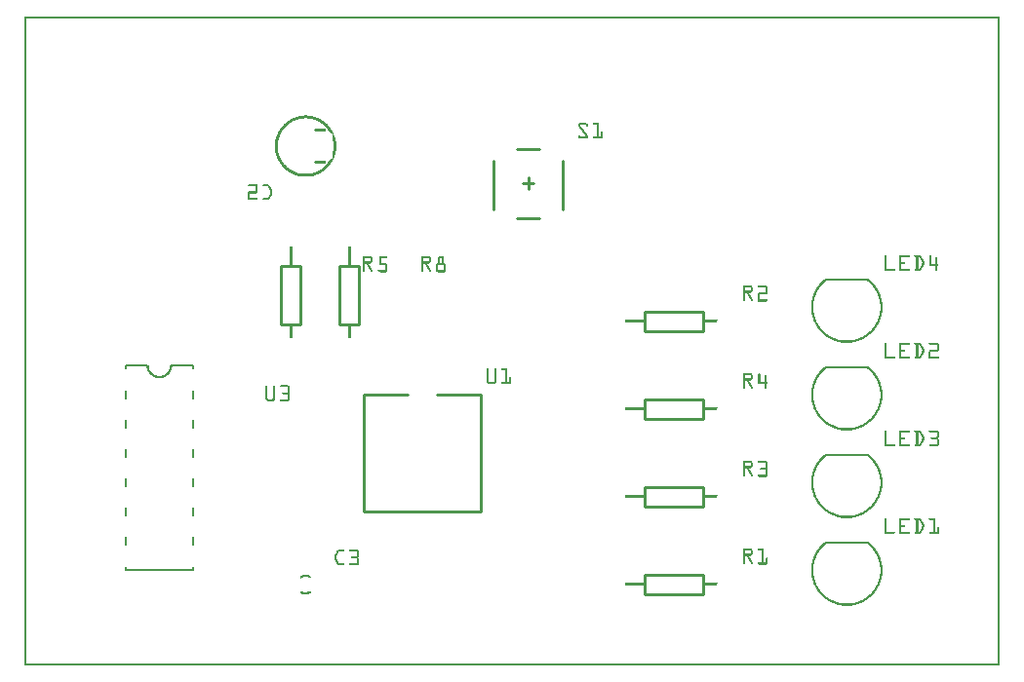
<source format=gto>
G04 MADE WITH FRITZING*
G04 WWW.FRITZING.ORG*
G04 DOUBLE SIDED*
G04 HOLES PLATED*
G04 CONTOUR ON CENTER OF CONTOUR VECTOR*
%ASAXBY*%
%FSLAX23Y23*%
%MOIN*%
%OFA0B0*%
%SFA1.0B1.0*%
%ADD10C,0.010000*%
%ADD11C,0.008000*%
%ADD12C,0.007874*%
%ADD13R,0.001000X0.001000*%
%LNSILK1*%
G90*
G70*
G54D10*
X1144Y1368D02*
X1144Y1168D01*
D02*
X1144Y1168D02*
X1078Y1168D01*
D02*
X1078Y1168D02*
X1078Y1368D01*
D02*
X1078Y1368D02*
X1144Y1368D01*
D02*
X944Y1368D02*
X944Y1168D01*
D02*
X944Y1168D02*
X878Y1168D01*
D02*
X878Y1168D02*
X878Y1368D01*
D02*
X878Y1368D02*
X944Y1368D01*
D02*
X1161Y928D02*
X1161Y528D01*
D02*
X1161Y528D02*
X1561Y528D01*
D02*
X1561Y528D02*
X1561Y928D01*
D02*
X1161Y928D02*
X1311Y928D01*
D02*
X1411Y928D02*
X1561Y928D01*
D02*
X1762Y1532D02*
X1683Y1532D01*
D02*
X1841Y1729D02*
X1841Y1561D01*
D02*
X1604Y1729D02*
X1604Y1561D01*
D02*
X1762Y1768D02*
X1683Y1768D01*
D02*
X1742Y1650D02*
X1703Y1650D01*
D02*
X1723Y1630D02*
X1723Y1670D01*
D02*
X2121Y911D02*
X2321Y911D01*
D02*
X2321Y911D02*
X2321Y845D01*
D02*
X2321Y845D02*
X2121Y845D01*
D02*
X2121Y845D02*
X2121Y911D01*
D02*
X2121Y611D02*
X2321Y611D01*
D02*
X2321Y611D02*
X2321Y545D01*
D02*
X2321Y545D02*
X2121Y545D01*
D02*
X2121Y545D02*
X2121Y611D01*
D02*
X2121Y1211D02*
X2321Y1211D01*
D02*
X2321Y1211D02*
X2321Y1145D01*
D02*
X2321Y1145D02*
X2121Y1145D01*
D02*
X2121Y1145D02*
X2121Y1211D01*
D02*
X2121Y311D02*
X2321Y311D01*
D02*
X2321Y311D02*
X2321Y245D01*
D02*
X2321Y245D02*
X2121Y245D01*
D02*
X2121Y245D02*
X2121Y311D01*
G54D11*
D02*
X576Y328D02*
X346Y328D01*
D02*
X576Y1028D02*
X501Y1028D01*
D02*
X346Y1028D02*
X421Y1028D01*
D02*
X576Y1028D02*
X576Y1018D01*
D02*
X576Y328D02*
X576Y338D01*
D02*
X346Y1028D02*
X346Y1018D01*
D02*
X346Y328D02*
X346Y338D01*
D02*
X576Y941D02*
X576Y915D01*
D02*
X576Y841D02*
X576Y815D01*
D02*
X576Y741D02*
X576Y715D01*
D02*
X576Y641D02*
X576Y615D01*
D02*
X576Y541D02*
X576Y515D01*
D02*
X576Y441D02*
X576Y415D01*
D02*
X346Y441D02*
X346Y415D01*
D02*
X346Y541D02*
X346Y515D01*
D02*
X346Y641D02*
X346Y615D01*
D02*
X346Y741D02*
X346Y715D01*
D02*
X346Y841D02*
X346Y815D01*
D02*
X346Y941D02*
X346Y915D01*
G54D12*
X2882Y1321D02*
X2740Y1321D01*
D02*
X2882Y721D02*
X2740Y721D01*
D02*
X2882Y1021D02*
X2740Y1021D01*
D02*
X2882Y421D02*
X2740Y421D01*
D02*
G54D13*
X1Y2222D02*
X3333Y2222D01*
X1Y2221D02*
X3333Y2221D01*
X1Y2220D02*
X3333Y2220D01*
X1Y2219D02*
X3333Y2219D01*
X1Y2218D02*
X3333Y2218D01*
X1Y2217D02*
X3333Y2217D01*
X1Y2216D02*
X3333Y2216D01*
X1Y2215D02*
X3333Y2215D01*
X1Y2214D02*
X8Y2214D01*
X3326Y2214D02*
X3333Y2214D01*
X1Y2213D02*
X8Y2213D01*
X3326Y2213D02*
X3333Y2213D01*
X1Y2212D02*
X8Y2212D01*
X3326Y2212D02*
X3333Y2212D01*
X1Y2211D02*
X8Y2211D01*
X3326Y2211D02*
X3333Y2211D01*
X1Y2210D02*
X8Y2210D01*
X3326Y2210D02*
X3333Y2210D01*
X1Y2209D02*
X8Y2209D01*
X3326Y2209D02*
X3333Y2209D01*
X1Y2208D02*
X8Y2208D01*
X3326Y2208D02*
X3333Y2208D01*
X1Y2207D02*
X8Y2207D01*
X3326Y2207D02*
X3333Y2207D01*
X1Y2206D02*
X8Y2206D01*
X3326Y2206D02*
X3333Y2206D01*
X1Y2205D02*
X8Y2205D01*
X3326Y2205D02*
X3333Y2205D01*
X1Y2204D02*
X8Y2204D01*
X3326Y2204D02*
X3333Y2204D01*
X1Y2203D02*
X8Y2203D01*
X3326Y2203D02*
X3333Y2203D01*
X1Y2202D02*
X8Y2202D01*
X3326Y2202D02*
X3333Y2202D01*
X1Y2201D02*
X8Y2201D01*
X3326Y2201D02*
X3333Y2201D01*
X1Y2200D02*
X8Y2200D01*
X3326Y2200D02*
X3333Y2200D01*
X1Y2199D02*
X8Y2199D01*
X3326Y2199D02*
X3333Y2199D01*
X1Y2198D02*
X8Y2198D01*
X3326Y2198D02*
X3333Y2198D01*
X1Y2197D02*
X8Y2197D01*
X3326Y2197D02*
X3333Y2197D01*
X1Y2196D02*
X8Y2196D01*
X3326Y2196D02*
X3333Y2196D01*
X1Y2195D02*
X8Y2195D01*
X3326Y2195D02*
X3333Y2195D01*
X1Y2194D02*
X8Y2194D01*
X3326Y2194D02*
X3333Y2194D01*
X1Y2193D02*
X8Y2193D01*
X3326Y2193D02*
X3333Y2193D01*
X1Y2192D02*
X8Y2192D01*
X3326Y2192D02*
X3333Y2192D01*
X1Y2191D02*
X8Y2191D01*
X3326Y2191D02*
X3333Y2191D01*
X1Y2190D02*
X8Y2190D01*
X3326Y2190D02*
X3333Y2190D01*
X1Y2189D02*
X8Y2189D01*
X3326Y2189D02*
X3333Y2189D01*
X1Y2188D02*
X8Y2188D01*
X3326Y2188D02*
X3333Y2188D01*
X1Y2187D02*
X8Y2187D01*
X3326Y2187D02*
X3333Y2187D01*
X1Y2186D02*
X8Y2186D01*
X3326Y2186D02*
X3333Y2186D01*
X1Y2185D02*
X8Y2185D01*
X3326Y2185D02*
X3333Y2185D01*
X1Y2184D02*
X8Y2184D01*
X3326Y2184D02*
X3333Y2184D01*
X1Y2183D02*
X8Y2183D01*
X3326Y2183D02*
X3333Y2183D01*
X1Y2182D02*
X8Y2182D01*
X3326Y2182D02*
X3333Y2182D01*
X1Y2181D02*
X8Y2181D01*
X3326Y2181D02*
X3333Y2181D01*
X1Y2180D02*
X8Y2180D01*
X3326Y2180D02*
X3333Y2180D01*
X1Y2179D02*
X8Y2179D01*
X3326Y2179D02*
X3333Y2179D01*
X1Y2178D02*
X8Y2178D01*
X3326Y2178D02*
X3333Y2178D01*
X1Y2177D02*
X8Y2177D01*
X3326Y2177D02*
X3333Y2177D01*
X1Y2176D02*
X8Y2176D01*
X3326Y2176D02*
X3333Y2176D01*
X1Y2175D02*
X8Y2175D01*
X3326Y2175D02*
X3333Y2175D01*
X1Y2174D02*
X8Y2174D01*
X3326Y2174D02*
X3333Y2174D01*
X1Y2173D02*
X8Y2173D01*
X3326Y2173D02*
X3333Y2173D01*
X1Y2172D02*
X8Y2172D01*
X3326Y2172D02*
X3333Y2172D01*
X1Y2171D02*
X8Y2171D01*
X3326Y2171D02*
X3333Y2171D01*
X1Y2170D02*
X8Y2170D01*
X3326Y2170D02*
X3333Y2170D01*
X1Y2169D02*
X8Y2169D01*
X3326Y2169D02*
X3333Y2169D01*
X1Y2168D02*
X8Y2168D01*
X3326Y2168D02*
X3333Y2168D01*
X1Y2167D02*
X8Y2167D01*
X3326Y2167D02*
X3333Y2167D01*
X1Y2166D02*
X8Y2166D01*
X3326Y2166D02*
X3333Y2166D01*
X1Y2165D02*
X8Y2165D01*
X3326Y2165D02*
X3333Y2165D01*
X1Y2164D02*
X8Y2164D01*
X3326Y2164D02*
X3333Y2164D01*
X1Y2163D02*
X8Y2163D01*
X3326Y2163D02*
X3333Y2163D01*
X1Y2162D02*
X8Y2162D01*
X3326Y2162D02*
X3333Y2162D01*
X1Y2161D02*
X8Y2161D01*
X3326Y2161D02*
X3333Y2161D01*
X1Y2160D02*
X8Y2160D01*
X3326Y2160D02*
X3333Y2160D01*
X1Y2159D02*
X8Y2159D01*
X3326Y2159D02*
X3333Y2159D01*
X1Y2158D02*
X8Y2158D01*
X3326Y2158D02*
X3333Y2158D01*
X1Y2157D02*
X8Y2157D01*
X3326Y2157D02*
X3333Y2157D01*
X1Y2156D02*
X8Y2156D01*
X3326Y2156D02*
X3333Y2156D01*
X1Y2155D02*
X8Y2155D01*
X3326Y2155D02*
X3333Y2155D01*
X1Y2154D02*
X8Y2154D01*
X3326Y2154D02*
X3333Y2154D01*
X1Y2153D02*
X8Y2153D01*
X3326Y2153D02*
X3333Y2153D01*
X1Y2152D02*
X8Y2152D01*
X3326Y2152D02*
X3333Y2152D01*
X1Y2151D02*
X8Y2151D01*
X3326Y2151D02*
X3333Y2151D01*
X1Y2150D02*
X8Y2150D01*
X3326Y2150D02*
X3333Y2150D01*
X1Y2149D02*
X8Y2149D01*
X3326Y2149D02*
X3333Y2149D01*
X1Y2148D02*
X8Y2148D01*
X3326Y2148D02*
X3333Y2148D01*
X1Y2147D02*
X8Y2147D01*
X3326Y2147D02*
X3333Y2147D01*
X1Y2146D02*
X8Y2146D01*
X3326Y2146D02*
X3333Y2146D01*
X1Y2145D02*
X8Y2145D01*
X3326Y2145D02*
X3333Y2145D01*
X1Y2144D02*
X8Y2144D01*
X3326Y2144D02*
X3333Y2144D01*
X1Y2143D02*
X8Y2143D01*
X3326Y2143D02*
X3333Y2143D01*
X1Y2142D02*
X8Y2142D01*
X3326Y2142D02*
X3333Y2142D01*
X1Y2141D02*
X8Y2141D01*
X3326Y2141D02*
X3333Y2141D01*
X1Y2140D02*
X8Y2140D01*
X3326Y2140D02*
X3333Y2140D01*
X1Y2139D02*
X8Y2139D01*
X3326Y2139D02*
X3333Y2139D01*
X1Y2138D02*
X8Y2138D01*
X3326Y2138D02*
X3333Y2138D01*
X1Y2137D02*
X8Y2137D01*
X3326Y2137D02*
X3333Y2137D01*
X1Y2136D02*
X8Y2136D01*
X3326Y2136D02*
X3333Y2136D01*
X1Y2135D02*
X8Y2135D01*
X3326Y2135D02*
X3333Y2135D01*
X1Y2134D02*
X8Y2134D01*
X3326Y2134D02*
X3333Y2134D01*
X1Y2133D02*
X8Y2133D01*
X3326Y2133D02*
X3333Y2133D01*
X1Y2132D02*
X8Y2132D01*
X3326Y2132D02*
X3333Y2132D01*
X1Y2131D02*
X8Y2131D01*
X3326Y2131D02*
X3333Y2131D01*
X1Y2130D02*
X8Y2130D01*
X3326Y2130D02*
X3333Y2130D01*
X1Y2129D02*
X8Y2129D01*
X3326Y2129D02*
X3333Y2129D01*
X1Y2128D02*
X8Y2128D01*
X3326Y2128D02*
X3333Y2128D01*
X1Y2127D02*
X8Y2127D01*
X3326Y2127D02*
X3333Y2127D01*
X1Y2126D02*
X8Y2126D01*
X3326Y2126D02*
X3333Y2126D01*
X1Y2125D02*
X8Y2125D01*
X3326Y2125D02*
X3333Y2125D01*
X1Y2124D02*
X8Y2124D01*
X3326Y2124D02*
X3333Y2124D01*
X1Y2123D02*
X8Y2123D01*
X3326Y2123D02*
X3333Y2123D01*
X1Y2122D02*
X8Y2122D01*
X3326Y2122D02*
X3333Y2122D01*
X1Y2121D02*
X8Y2121D01*
X3326Y2121D02*
X3333Y2121D01*
X1Y2120D02*
X8Y2120D01*
X3326Y2120D02*
X3333Y2120D01*
X1Y2119D02*
X8Y2119D01*
X3326Y2119D02*
X3333Y2119D01*
X1Y2118D02*
X8Y2118D01*
X3326Y2118D02*
X3333Y2118D01*
X1Y2117D02*
X8Y2117D01*
X3326Y2117D02*
X3333Y2117D01*
X1Y2116D02*
X8Y2116D01*
X3326Y2116D02*
X3333Y2116D01*
X1Y2115D02*
X8Y2115D01*
X3326Y2115D02*
X3333Y2115D01*
X1Y2114D02*
X8Y2114D01*
X3326Y2114D02*
X3333Y2114D01*
X1Y2113D02*
X8Y2113D01*
X3326Y2113D02*
X3333Y2113D01*
X1Y2112D02*
X8Y2112D01*
X3326Y2112D02*
X3333Y2112D01*
X1Y2111D02*
X8Y2111D01*
X3326Y2111D02*
X3333Y2111D01*
X1Y2110D02*
X8Y2110D01*
X3326Y2110D02*
X3333Y2110D01*
X1Y2109D02*
X8Y2109D01*
X3326Y2109D02*
X3333Y2109D01*
X1Y2108D02*
X8Y2108D01*
X3326Y2108D02*
X3333Y2108D01*
X1Y2107D02*
X8Y2107D01*
X3326Y2107D02*
X3333Y2107D01*
X1Y2106D02*
X8Y2106D01*
X3326Y2106D02*
X3333Y2106D01*
X1Y2105D02*
X8Y2105D01*
X3326Y2105D02*
X3333Y2105D01*
X1Y2104D02*
X8Y2104D01*
X3326Y2104D02*
X3333Y2104D01*
X1Y2103D02*
X8Y2103D01*
X3326Y2103D02*
X3333Y2103D01*
X1Y2102D02*
X8Y2102D01*
X3326Y2102D02*
X3333Y2102D01*
X1Y2101D02*
X8Y2101D01*
X3326Y2101D02*
X3333Y2101D01*
X1Y2100D02*
X8Y2100D01*
X3326Y2100D02*
X3333Y2100D01*
X1Y2099D02*
X8Y2099D01*
X3326Y2099D02*
X3333Y2099D01*
X1Y2098D02*
X8Y2098D01*
X3326Y2098D02*
X3333Y2098D01*
X1Y2097D02*
X8Y2097D01*
X3326Y2097D02*
X3333Y2097D01*
X1Y2096D02*
X8Y2096D01*
X3326Y2096D02*
X3333Y2096D01*
X1Y2095D02*
X8Y2095D01*
X3326Y2095D02*
X3333Y2095D01*
X1Y2094D02*
X8Y2094D01*
X3326Y2094D02*
X3333Y2094D01*
X1Y2093D02*
X8Y2093D01*
X3326Y2093D02*
X3333Y2093D01*
X1Y2092D02*
X8Y2092D01*
X3326Y2092D02*
X3333Y2092D01*
X1Y2091D02*
X8Y2091D01*
X3326Y2091D02*
X3333Y2091D01*
X1Y2090D02*
X8Y2090D01*
X3326Y2090D02*
X3333Y2090D01*
X1Y2089D02*
X8Y2089D01*
X3326Y2089D02*
X3333Y2089D01*
X1Y2088D02*
X8Y2088D01*
X3326Y2088D02*
X3333Y2088D01*
X1Y2087D02*
X8Y2087D01*
X3326Y2087D02*
X3333Y2087D01*
X1Y2086D02*
X8Y2086D01*
X3326Y2086D02*
X3333Y2086D01*
X1Y2085D02*
X8Y2085D01*
X3326Y2085D02*
X3333Y2085D01*
X1Y2084D02*
X8Y2084D01*
X3326Y2084D02*
X3333Y2084D01*
X1Y2083D02*
X8Y2083D01*
X3326Y2083D02*
X3333Y2083D01*
X1Y2082D02*
X8Y2082D01*
X3326Y2082D02*
X3333Y2082D01*
X1Y2081D02*
X8Y2081D01*
X3326Y2081D02*
X3333Y2081D01*
X1Y2080D02*
X8Y2080D01*
X3326Y2080D02*
X3333Y2080D01*
X1Y2079D02*
X8Y2079D01*
X3326Y2079D02*
X3333Y2079D01*
X1Y2078D02*
X8Y2078D01*
X3326Y2078D02*
X3333Y2078D01*
X1Y2077D02*
X8Y2077D01*
X3326Y2077D02*
X3333Y2077D01*
X1Y2076D02*
X8Y2076D01*
X3326Y2076D02*
X3333Y2076D01*
X1Y2075D02*
X8Y2075D01*
X3326Y2075D02*
X3333Y2075D01*
X1Y2074D02*
X8Y2074D01*
X3326Y2074D02*
X3333Y2074D01*
X1Y2073D02*
X8Y2073D01*
X3326Y2073D02*
X3333Y2073D01*
X1Y2072D02*
X8Y2072D01*
X3326Y2072D02*
X3333Y2072D01*
X1Y2071D02*
X8Y2071D01*
X3326Y2071D02*
X3333Y2071D01*
X1Y2070D02*
X8Y2070D01*
X3326Y2070D02*
X3333Y2070D01*
X1Y2069D02*
X8Y2069D01*
X3326Y2069D02*
X3333Y2069D01*
X1Y2068D02*
X8Y2068D01*
X3326Y2068D02*
X3333Y2068D01*
X1Y2067D02*
X8Y2067D01*
X3326Y2067D02*
X3333Y2067D01*
X1Y2066D02*
X8Y2066D01*
X3326Y2066D02*
X3333Y2066D01*
X1Y2065D02*
X8Y2065D01*
X3326Y2065D02*
X3333Y2065D01*
X1Y2064D02*
X8Y2064D01*
X3326Y2064D02*
X3333Y2064D01*
X1Y2063D02*
X8Y2063D01*
X3326Y2063D02*
X3333Y2063D01*
X1Y2062D02*
X8Y2062D01*
X3326Y2062D02*
X3333Y2062D01*
X1Y2061D02*
X8Y2061D01*
X3326Y2061D02*
X3333Y2061D01*
X1Y2060D02*
X8Y2060D01*
X3326Y2060D02*
X3333Y2060D01*
X1Y2059D02*
X8Y2059D01*
X3326Y2059D02*
X3333Y2059D01*
X1Y2058D02*
X8Y2058D01*
X3326Y2058D02*
X3333Y2058D01*
X1Y2057D02*
X8Y2057D01*
X3326Y2057D02*
X3333Y2057D01*
X1Y2056D02*
X8Y2056D01*
X3326Y2056D02*
X3333Y2056D01*
X1Y2055D02*
X8Y2055D01*
X3326Y2055D02*
X3333Y2055D01*
X1Y2054D02*
X8Y2054D01*
X3326Y2054D02*
X3333Y2054D01*
X1Y2053D02*
X8Y2053D01*
X3326Y2053D02*
X3333Y2053D01*
X1Y2052D02*
X8Y2052D01*
X3326Y2052D02*
X3333Y2052D01*
X1Y2051D02*
X8Y2051D01*
X3326Y2051D02*
X3333Y2051D01*
X1Y2050D02*
X8Y2050D01*
X3326Y2050D02*
X3333Y2050D01*
X1Y2049D02*
X8Y2049D01*
X3326Y2049D02*
X3333Y2049D01*
X1Y2048D02*
X8Y2048D01*
X3326Y2048D02*
X3333Y2048D01*
X1Y2047D02*
X8Y2047D01*
X3326Y2047D02*
X3333Y2047D01*
X1Y2046D02*
X8Y2046D01*
X3326Y2046D02*
X3333Y2046D01*
X1Y2045D02*
X8Y2045D01*
X3326Y2045D02*
X3333Y2045D01*
X1Y2044D02*
X8Y2044D01*
X3326Y2044D02*
X3333Y2044D01*
X1Y2043D02*
X8Y2043D01*
X3326Y2043D02*
X3333Y2043D01*
X1Y2042D02*
X8Y2042D01*
X3326Y2042D02*
X3333Y2042D01*
X1Y2041D02*
X8Y2041D01*
X3326Y2041D02*
X3333Y2041D01*
X1Y2040D02*
X8Y2040D01*
X3326Y2040D02*
X3333Y2040D01*
X1Y2039D02*
X8Y2039D01*
X3326Y2039D02*
X3333Y2039D01*
X1Y2038D02*
X8Y2038D01*
X3326Y2038D02*
X3333Y2038D01*
X1Y2037D02*
X8Y2037D01*
X3326Y2037D02*
X3333Y2037D01*
X1Y2036D02*
X8Y2036D01*
X3326Y2036D02*
X3333Y2036D01*
X1Y2035D02*
X8Y2035D01*
X3326Y2035D02*
X3333Y2035D01*
X1Y2034D02*
X8Y2034D01*
X3326Y2034D02*
X3333Y2034D01*
X1Y2033D02*
X8Y2033D01*
X3326Y2033D02*
X3333Y2033D01*
X1Y2032D02*
X8Y2032D01*
X3326Y2032D02*
X3333Y2032D01*
X1Y2031D02*
X8Y2031D01*
X3326Y2031D02*
X3333Y2031D01*
X1Y2030D02*
X8Y2030D01*
X3326Y2030D02*
X3333Y2030D01*
X1Y2029D02*
X8Y2029D01*
X3326Y2029D02*
X3333Y2029D01*
X1Y2028D02*
X8Y2028D01*
X3326Y2028D02*
X3333Y2028D01*
X1Y2027D02*
X8Y2027D01*
X3326Y2027D02*
X3333Y2027D01*
X1Y2026D02*
X8Y2026D01*
X3326Y2026D02*
X3333Y2026D01*
X1Y2025D02*
X8Y2025D01*
X3326Y2025D02*
X3333Y2025D01*
X1Y2024D02*
X8Y2024D01*
X3326Y2024D02*
X3333Y2024D01*
X1Y2023D02*
X8Y2023D01*
X3326Y2023D02*
X3333Y2023D01*
X1Y2022D02*
X8Y2022D01*
X3326Y2022D02*
X3333Y2022D01*
X1Y2021D02*
X8Y2021D01*
X3326Y2021D02*
X3333Y2021D01*
X1Y2020D02*
X8Y2020D01*
X3326Y2020D02*
X3333Y2020D01*
X1Y2019D02*
X8Y2019D01*
X3326Y2019D02*
X3333Y2019D01*
X1Y2018D02*
X8Y2018D01*
X3326Y2018D02*
X3333Y2018D01*
X1Y2017D02*
X8Y2017D01*
X3326Y2017D02*
X3333Y2017D01*
X1Y2016D02*
X8Y2016D01*
X3326Y2016D02*
X3333Y2016D01*
X1Y2015D02*
X8Y2015D01*
X3326Y2015D02*
X3333Y2015D01*
X1Y2014D02*
X8Y2014D01*
X3326Y2014D02*
X3333Y2014D01*
X1Y2013D02*
X8Y2013D01*
X3326Y2013D02*
X3333Y2013D01*
X1Y2012D02*
X8Y2012D01*
X3326Y2012D02*
X3333Y2012D01*
X1Y2011D02*
X8Y2011D01*
X3326Y2011D02*
X3333Y2011D01*
X1Y2010D02*
X8Y2010D01*
X3326Y2010D02*
X3333Y2010D01*
X1Y2009D02*
X8Y2009D01*
X3326Y2009D02*
X3333Y2009D01*
X1Y2008D02*
X8Y2008D01*
X3326Y2008D02*
X3333Y2008D01*
X1Y2007D02*
X8Y2007D01*
X3326Y2007D02*
X3333Y2007D01*
X1Y2006D02*
X8Y2006D01*
X3326Y2006D02*
X3333Y2006D01*
X1Y2005D02*
X8Y2005D01*
X3326Y2005D02*
X3333Y2005D01*
X1Y2004D02*
X8Y2004D01*
X3326Y2004D02*
X3333Y2004D01*
X1Y2003D02*
X8Y2003D01*
X3326Y2003D02*
X3333Y2003D01*
X1Y2002D02*
X8Y2002D01*
X3326Y2002D02*
X3333Y2002D01*
X1Y2001D02*
X8Y2001D01*
X3326Y2001D02*
X3333Y2001D01*
X1Y2000D02*
X8Y2000D01*
X3326Y2000D02*
X3333Y2000D01*
X1Y1999D02*
X8Y1999D01*
X3326Y1999D02*
X3333Y1999D01*
X1Y1998D02*
X8Y1998D01*
X3326Y1998D02*
X3333Y1998D01*
X1Y1997D02*
X8Y1997D01*
X3326Y1997D02*
X3333Y1997D01*
X1Y1996D02*
X8Y1996D01*
X3326Y1996D02*
X3333Y1996D01*
X1Y1995D02*
X8Y1995D01*
X3326Y1995D02*
X3333Y1995D01*
X1Y1994D02*
X8Y1994D01*
X3326Y1994D02*
X3333Y1994D01*
X1Y1993D02*
X8Y1993D01*
X3326Y1993D02*
X3333Y1993D01*
X1Y1992D02*
X8Y1992D01*
X3326Y1992D02*
X3333Y1992D01*
X1Y1991D02*
X8Y1991D01*
X3326Y1991D02*
X3333Y1991D01*
X1Y1990D02*
X8Y1990D01*
X3326Y1990D02*
X3333Y1990D01*
X1Y1989D02*
X8Y1989D01*
X3326Y1989D02*
X3333Y1989D01*
X1Y1988D02*
X8Y1988D01*
X3326Y1988D02*
X3333Y1988D01*
X1Y1987D02*
X8Y1987D01*
X3326Y1987D02*
X3333Y1987D01*
X1Y1986D02*
X8Y1986D01*
X3326Y1986D02*
X3333Y1986D01*
X1Y1985D02*
X8Y1985D01*
X3326Y1985D02*
X3333Y1985D01*
X1Y1984D02*
X8Y1984D01*
X3326Y1984D02*
X3333Y1984D01*
X1Y1983D02*
X8Y1983D01*
X3326Y1983D02*
X3333Y1983D01*
X1Y1982D02*
X8Y1982D01*
X3326Y1982D02*
X3333Y1982D01*
X1Y1981D02*
X8Y1981D01*
X3326Y1981D02*
X3333Y1981D01*
X1Y1980D02*
X8Y1980D01*
X3326Y1980D02*
X3333Y1980D01*
X1Y1979D02*
X8Y1979D01*
X3326Y1979D02*
X3333Y1979D01*
X1Y1978D02*
X8Y1978D01*
X3326Y1978D02*
X3333Y1978D01*
X1Y1977D02*
X8Y1977D01*
X3326Y1977D02*
X3333Y1977D01*
X1Y1976D02*
X8Y1976D01*
X3326Y1976D02*
X3333Y1976D01*
X1Y1975D02*
X8Y1975D01*
X3326Y1975D02*
X3333Y1975D01*
X1Y1974D02*
X8Y1974D01*
X3326Y1974D02*
X3333Y1974D01*
X1Y1973D02*
X8Y1973D01*
X3326Y1973D02*
X3333Y1973D01*
X1Y1972D02*
X8Y1972D01*
X3326Y1972D02*
X3333Y1972D01*
X1Y1971D02*
X8Y1971D01*
X3326Y1971D02*
X3333Y1971D01*
X1Y1970D02*
X8Y1970D01*
X3326Y1970D02*
X3333Y1970D01*
X1Y1969D02*
X8Y1969D01*
X3326Y1969D02*
X3333Y1969D01*
X1Y1968D02*
X8Y1968D01*
X3326Y1968D02*
X3333Y1968D01*
X1Y1967D02*
X8Y1967D01*
X3326Y1967D02*
X3333Y1967D01*
X1Y1966D02*
X8Y1966D01*
X3326Y1966D02*
X3333Y1966D01*
X1Y1965D02*
X8Y1965D01*
X3326Y1965D02*
X3333Y1965D01*
X1Y1964D02*
X8Y1964D01*
X3326Y1964D02*
X3333Y1964D01*
X1Y1963D02*
X8Y1963D01*
X3326Y1963D02*
X3333Y1963D01*
X1Y1962D02*
X8Y1962D01*
X3326Y1962D02*
X3333Y1962D01*
X1Y1961D02*
X8Y1961D01*
X3326Y1961D02*
X3333Y1961D01*
X1Y1960D02*
X8Y1960D01*
X3326Y1960D02*
X3333Y1960D01*
X1Y1959D02*
X8Y1959D01*
X3326Y1959D02*
X3333Y1959D01*
X1Y1958D02*
X8Y1958D01*
X3326Y1958D02*
X3333Y1958D01*
X1Y1957D02*
X8Y1957D01*
X3326Y1957D02*
X3333Y1957D01*
X1Y1956D02*
X8Y1956D01*
X3326Y1956D02*
X3333Y1956D01*
X1Y1955D02*
X8Y1955D01*
X3326Y1955D02*
X3333Y1955D01*
X1Y1954D02*
X8Y1954D01*
X3326Y1954D02*
X3333Y1954D01*
X1Y1953D02*
X8Y1953D01*
X3326Y1953D02*
X3333Y1953D01*
X1Y1952D02*
X8Y1952D01*
X3326Y1952D02*
X3333Y1952D01*
X1Y1951D02*
X8Y1951D01*
X3326Y1951D02*
X3333Y1951D01*
X1Y1950D02*
X8Y1950D01*
X3326Y1950D02*
X3333Y1950D01*
X1Y1949D02*
X8Y1949D01*
X3326Y1949D02*
X3333Y1949D01*
X1Y1948D02*
X8Y1948D01*
X3326Y1948D02*
X3333Y1948D01*
X1Y1947D02*
X8Y1947D01*
X3326Y1947D02*
X3333Y1947D01*
X1Y1946D02*
X8Y1946D01*
X3326Y1946D02*
X3333Y1946D01*
X1Y1945D02*
X8Y1945D01*
X3326Y1945D02*
X3333Y1945D01*
X1Y1944D02*
X8Y1944D01*
X3326Y1944D02*
X3333Y1944D01*
X1Y1943D02*
X8Y1943D01*
X3326Y1943D02*
X3333Y1943D01*
X1Y1942D02*
X8Y1942D01*
X3326Y1942D02*
X3333Y1942D01*
X1Y1941D02*
X8Y1941D01*
X3326Y1941D02*
X3333Y1941D01*
X1Y1940D02*
X8Y1940D01*
X3326Y1940D02*
X3333Y1940D01*
X1Y1939D02*
X8Y1939D01*
X3326Y1939D02*
X3333Y1939D01*
X1Y1938D02*
X8Y1938D01*
X3326Y1938D02*
X3333Y1938D01*
X1Y1937D02*
X8Y1937D01*
X3326Y1937D02*
X3333Y1937D01*
X1Y1936D02*
X8Y1936D01*
X3326Y1936D02*
X3333Y1936D01*
X1Y1935D02*
X8Y1935D01*
X3326Y1935D02*
X3333Y1935D01*
X1Y1934D02*
X8Y1934D01*
X3326Y1934D02*
X3333Y1934D01*
X1Y1933D02*
X8Y1933D01*
X3326Y1933D02*
X3333Y1933D01*
X1Y1932D02*
X8Y1932D01*
X3326Y1932D02*
X3333Y1932D01*
X1Y1931D02*
X8Y1931D01*
X3326Y1931D02*
X3333Y1931D01*
X1Y1930D02*
X8Y1930D01*
X3326Y1930D02*
X3333Y1930D01*
X1Y1929D02*
X8Y1929D01*
X3326Y1929D02*
X3333Y1929D01*
X1Y1928D02*
X8Y1928D01*
X3326Y1928D02*
X3333Y1928D01*
X1Y1927D02*
X8Y1927D01*
X3326Y1927D02*
X3333Y1927D01*
X1Y1926D02*
X8Y1926D01*
X3326Y1926D02*
X3333Y1926D01*
X1Y1925D02*
X8Y1925D01*
X3326Y1925D02*
X3333Y1925D01*
X1Y1924D02*
X8Y1924D01*
X3326Y1924D02*
X3333Y1924D01*
X1Y1923D02*
X8Y1923D01*
X3326Y1923D02*
X3333Y1923D01*
X1Y1922D02*
X8Y1922D01*
X3326Y1922D02*
X3333Y1922D01*
X1Y1921D02*
X8Y1921D01*
X3326Y1921D02*
X3333Y1921D01*
X1Y1920D02*
X8Y1920D01*
X3326Y1920D02*
X3333Y1920D01*
X1Y1919D02*
X8Y1919D01*
X3326Y1919D02*
X3333Y1919D01*
X1Y1918D02*
X8Y1918D01*
X3326Y1918D02*
X3333Y1918D01*
X1Y1917D02*
X8Y1917D01*
X3326Y1917D02*
X3333Y1917D01*
X1Y1916D02*
X8Y1916D01*
X3326Y1916D02*
X3333Y1916D01*
X1Y1915D02*
X8Y1915D01*
X3326Y1915D02*
X3333Y1915D01*
X1Y1914D02*
X8Y1914D01*
X3326Y1914D02*
X3333Y1914D01*
X1Y1913D02*
X8Y1913D01*
X3326Y1913D02*
X3333Y1913D01*
X1Y1912D02*
X8Y1912D01*
X3326Y1912D02*
X3333Y1912D01*
X1Y1911D02*
X8Y1911D01*
X3326Y1911D02*
X3333Y1911D01*
X1Y1910D02*
X8Y1910D01*
X3326Y1910D02*
X3333Y1910D01*
X1Y1909D02*
X8Y1909D01*
X3326Y1909D02*
X3333Y1909D01*
X1Y1908D02*
X8Y1908D01*
X3326Y1908D02*
X3333Y1908D01*
X1Y1907D02*
X8Y1907D01*
X3326Y1907D02*
X3333Y1907D01*
X1Y1906D02*
X8Y1906D01*
X3326Y1906D02*
X3333Y1906D01*
X1Y1905D02*
X8Y1905D01*
X3326Y1905D02*
X3333Y1905D01*
X1Y1904D02*
X8Y1904D01*
X3326Y1904D02*
X3333Y1904D01*
X1Y1903D02*
X8Y1903D01*
X3326Y1903D02*
X3333Y1903D01*
X1Y1902D02*
X8Y1902D01*
X3326Y1902D02*
X3333Y1902D01*
X1Y1901D02*
X8Y1901D01*
X3326Y1901D02*
X3333Y1901D01*
X1Y1900D02*
X8Y1900D01*
X3326Y1900D02*
X3333Y1900D01*
X1Y1899D02*
X8Y1899D01*
X3326Y1899D02*
X3333Y1899D01*
X1Y1898D02*
X8Y1898D01*
X3326Y1898D02*
X3333Y1898D01*
X1Y1897D02*
X8Y1897D01*
X3326Y1897D02*
X3333Y1897D01*
X1Y1896D02*
X8Y1896D01*
X3326Y1896D02*
X3333Y1896D01*
X1Y1895D02*
X8Y1895D01*
X3326Y1895D02*
X3333Y1895D01*
X1Y1894D02*
X8Y1894D01*
X3326Y1894D02*
X3333Y1894D01*
X1Y1893D02*
X8Y1893D01*
X3326Y1893D02*
X3333Y1893D01*
X1Y1892D02*
X8Y1892D01*
X3326Y1892D02*
X3333Y1892D01*
X1Y1891D02*
X8Y1891D01*
X3326Y1891D02*
X3333Y1891D01*
X1Y1890D02*
X8Y1890D01*
X3326Y1890D02*
X3333Y1890D01*
X1Y1889D02*
X8Y1889D01*
X3326Y1889D02*
X3333Y1889D01*
X1Y1888D02*
X8Y1888D01*
X3326Y1888D02*
X3333Y1888D01*
X1Y1887D02*
X8Y1887D01*
X3326Y1887D02*
X3333Y1887D01*
X1Y1886D02*
X8Y1886D01*
X3326Y1886D02*
X3333Y1886D01*
X1Y1885D02*
X8Y1885D01*
X3326Y1885D02*
X3333Y1885D01*
X1Y1884D02*
X8Y1884D01*
X3326Y1884D02*
X3333Y1884D01*
X1Y1883D02*
X8Y1883D01*
X958Y1883D02*
X965Y1883D01*
X3326Y1883D02*
X3333Y1883D01*
X1Y1882D02*
X8Y1882D01*
X947Y1882D02*
X976Y1882D01*
X3326Y1882D02*
X3333Y1882D01*
X1Y1881D02*
X8Y1881D01*
X941Y1881D02*
X982Y1881D01*
X3326Y1881D02*
X3333Y1881D01*
X1Y1880D02*
X8Y1880D01*
X937Y1880D02*
X986Y1880D01*
X3326Y1880D02*
X3333Y1880D01*
X1Y1879D02*
X8Y1879D01*
X933Y1879D02*
X990Y1879D01*
X3326Y1879D02*
X3333Y1879D01*
X1Y1878D02*
X8Y1878D01*
X930Y1878D02*
X993Y1878D01*
X3326Y1878D02*
X3333Y1878D01*
X1Y1877D02*
X8Y1877D01*
X927Y1877D02*
X996Y1877D01*
X3326Y1877D02*
X3333Y1877D01*
X1Y1876D02*
X8Y1876D01*
X924Y1876D02*
X999Y1876D01*
X3326Y1876D02*
X3333Y1876D01*
X1Y1875D02*
X8Y1875D01*
X922Y1875D02*
X1001Y1875D01*
X3326Y1875D02*
X3333Y1875D01*
X1Y1874D02*
X8Y1874D01*
X920Y1874D02*
X1003Y1874D01*
X3326Y1874D02*
X3333Y1874D01*
X1Y1873D02*
X8Y1873D01*
X918Y1873D02*
X957Y1873D01*
X966Y1873D02*
X1006Y1873D01*
X3326Y1873D02*
X3333Y1873D01*
X1Y1872D02*
X8Y1872D01*
X915Y1872D02*
X946Y1872D01*
X977Y1872D02*
X1008Y1872D01*
X3326Y1872D02*
X3333Y1872D01*
X1Y1871D02*
X8Y1871D01*
X913Y1871D02*
X941Y1871D01*
X982Y1871D02*
X1010Y1871D01*
X3326Y1871D02*
X3333Y1871D01*
X1Y1870D02*
X8Y1870D01*
X911Y1870D02*
X937Y1870D01*
X986Y1870D02*
X1012Y1870D01*
X3326Y1870D02*
X3333Y1870D01*
X1Y1869D02*
X8Y1869D01*
X910Y1869D02*
X933Y1869D01*
X990Y1869D02*
X1013Y1869D01*
X3326Y1869D02*
X3333Y1869D01*
X1Y1868D02*
X8Y1868D01*
X908Y1868D02*
X930Y1868D01*
X993Y1868D02*
X1015Y1868D01*
X3326Y1868D02*
X3333Y1868D01*
X1Y1867D02*
X8Y1867D01*
X906Y1867D02*
X928Y1867D01*
X996Y1867D02*
X1017Y1867D01*
X3326Y1867D02*
X3333Y1867D01*
X1Y1866D02*
X8Y1866D01*
X905Y1866D02*
X925Y1866D01*
X998Y1866D02*
X1018Y1866D01*
X3326Y1866D02*
X3333Y1866D01*
X1Y1865D02*
X8Y1865D01*
X903Y1865D02*
X923Y1865D01*
X1000Y1865D02*
X1020Y1865D01*
X3326Y1865D02*
X3333Y1865D01*
X1Y1864D02*
X8Y1864D01*
X902Y1864D02*
X920Y1864D01*
X1003Y1864D02*
X1021Y1864D01*
X3326Y1864D02*
X3333Y1864D01*
X1Y1863D02*
X8Y1863D01*
X900Y1863D02*
X918Y1863D01*
X1005Y1863D02*
X1023Y1863D01*
X3326Y1863D02*
X3333Y1863D01*
X1Y1862D02*
X8Y1862D01*
X899Y1862D02*
X916Y1862D01*
X1007Y1862D02*
X1024Y1862D01*
X3326Y1862D02*
X3333Y1862D01*
X1Y1861D02*
X8Y1861D01*
X898Y1861D02*
X915Y1861D01*
X1008Y1861D02*
X1025Y1861D01*
X3326Y1861D02*
X3333Y1861D01*
X1Y1860D02*
X8Y1860D01*
X896Y1860D02*
X913Y1860D01*
X1010Y1860D02*
X1027Y1860D01*
X3326Y1860D02*
X3333Y1860D01*
X1Y1859D02*
X8Y1859D01*
X895Y1859D02*
X911Y1859D01*
X1012Y1859D02*
X1028Y1859D01*
X3326Y1859D02*
X3333Y1859D01*
X1Y1858D02*
X8Y1858D01*
X894Y1858D02*
X910Y1858D01*
X1013Y1858D02*
X1029Y1858D01*
X1899Y1858D02*
X1918Y1858D01*
X1946Y1858D02*
X1962Y1858D01*
X3326Y1858D02*
X3333Y1858D01*
X1Y1857D02*
X8Y1857D01*
X893Y1857D02*
X908Y1857D01*
X1015Y1857D02*
X1030Y1857D01*
X1897Y1857D02*
X1921Y1857D01*
X1944Y1857D02*
X1963Y1857D01*
X3326Y1857D02*
X3333Y1857D01*
X1Y1856D02*
X8Y1856D01*
X892Y1856D02*
X907Y1856D01*
X1016Y1856D02*
X1031Y1856D01*
X1895Y1856D02*
X1923Y1856D01*
X1943Y1856D02*
X1963Y1856D01*
X3326Y1856D02*
X3333Y1856D01*
X1Y1855D02*
X8Y1855D01*
X891Y1855D02*
X905Y1855D01*
X1018Y1855D02*
X1032Y1855D01*
X1894Y1855D02*
X1924Y1855D01*
X1943Y1855D02*
X1963Y1855D01*
X3326Y1855D02*
X3333Y1855D01*
X1Y1854D02*
X8Y1854D01*
X890Y1854D02*
X904Y1854D01*
X1019Y1854D02*
X1033Y1854D01*
X1894Y1854D02*
X1925Y1854D01*
X1943Y1854D02*
X1963Y1854D01*
X3326Y1854D02*
X3333Y1854D01*
X1Y1853D02*
X8Y1853D01*
X888Y1853D02*
X903Y1853D01*
X1020Y1853D02*
X1035Y1853D01*
X1893Y1853D02*
X1925Y1853D01*
X1943Y1853D02*
X1963Y1853D01*
X3326Y1853D02*
X3333Y1853D01*
X1Y1852D02*
X8Y1852D01*
X887Y1852D02*
X901Y1852D01*
X1022Y1852D02*
X1036Y1852D01*
X1893Y1852D02*
X1926Y1852D01*
X1944Y1852D02*
X1963Y1852D01*
X3326Y1852D02*
X3333Y1852D01*
X1Y1851D02*
X8Y1851D01*
X887Y1851D02*
X900Y1851D01*
X1023Y1851D02*
X1036Y1851D01*
X1893Y1851D02*
X1899Y1851D01*
X1918Y1851D02*
X1926Y1851D01*
X1956Y1851D02*
X1963Y1851D01*
X3326Y1851D02*
X3333Y1851D01*
X1Y1850D02*
X8Y1850D01*
X886Y1850D02*
X899Y1850D01*
X1024Y1850D02*
X1037Y1850D01*
X1893Y1850D02*
X1899Y1850D01*
X1920Y1850D02*
X1926Y1850D01*
X1957Y1850D02*
X1963Y1850D01*
X3326Y1850D02*
X3333Y1850D01*
X1Y1849D02*
X8Y1849D01*
X885Y1849D02*
X898Y1849D01*
X1025Y1849D02*
X1038Y1849D01*
X1893Y1849D02*
X1899Y1849D01*
X1920Y1849D02*
X1926Y1849D01*
X1957Y1849D02*
X1963Y1849D01*
X3326Y1849D02*
X3333Y1849D01*
X1Y1848D02*
X8Y1848D01*
X884Y1848D02*
X897Y1848D01*
X1026Y1848D02*
X1039Y1848D01*
X1893Y1848D02*
X1900Y1848D01*
X1920Y1848D02*
X1926Y1848D01*
X1957Y1848D02*
X1963Y1848D01*
X3326Y1848D02*
X3333Y1848D01*
X1Y1847D02*
X8Y1847D01*
X883Y1847D02*
X896Y1847D01*
X1027Y1847D02*
X1040Y1847D01*
X1894Y1847D02*
X1901Y1847D01*
X1921Y1847D02*
X1926Y1847D01*
X1957Y1847D02*
X1963Y1847D01*
X3326Y1847D02*
X3333Y1847D01*
X1Y1846D02*
X8Y1846D01*
X882Y1846D02*
X895Y1846D01*
X1028Y1846D02*
X1041Y1846D01*
X1894Y1846D02*
X1902Y1846D01*
X1922Y1846D02*
X1925Y1846D01*
X1957Y1846D02*
X1963Y1846D01*
X3326Y1846D02*
X3333Y1846D01*
X1Y1845D02*
X8Y1845D01*
X881Y1845D02*
X894Y1845D01*
X1029Y1845D02*
X1042Y1845D01*
X1895Y1845D02*
X1903Y1845D01*
X1957Y1845D02*
X1963Y1845D01*
X3326Y1845D02*
X3333Y1845D01*
X1Y1844D02*
X8Y1844D01*
X880Y1844D02*
X893Y1844D01*
X1030Y1844D02*
X1043Y1844D01*
X1895Y1844D02*
X1903Y1844D01*
X1957Y1844D02*
X1963Y1844D01*
X3326Y1844D02*
X3333Y1844D01*
X1Y1843D02*
X8Y1843D01*
X880Y1843D02*
X892Y1843D01*
X1031Y1843D02*
X1043Y1843D01*
X1896Y1843D02*
X1904Y1843D01*
X1957Y1843D02*
X1963Y1843D01*
X3326Y1843D02*
X3333Y1843D01*
X1Y1842D02*
X8Y1842D01*
X879Y1842D02*
X891Y1842D01*
X1032Y1842D02*
X1044Y1842D01*
X1897Y1842D02*
X1905Y1842D01*
X1957Y1842D02*
X1963Y1842D01*
X3326Y1842D02*
X3333Y1842D01*
X1Y1841D02*
X8Y1841D01*
X878Y1841D02*
X890Y1841D01*
X1033Y1841D02*
X1045Y1841D01*
X1898Y1841D02*
X1906Y1841D01*
X1957Y1841D02*
X1963Y1841D01*
X3326Y1841D02*
X3333Y1841D01*
X1Y1840D02*
X8Y1840D01*
X877Y1840D02*
X889Y1840D01*
X1034Y1840D02*
X1046Y1840D01*
X1898Y1840D02*
X1906Y1840D01*
X1957Y1840D02*
X1963Y1840D01*
X3326Y1840D02*
X3333Y1840D01*
X1Y1839D02*
X8Y1839D01*
X877Y1839D02*
X888Y1839D01*
X1035Y1839D02*
X1046Y1839D01*
X1899Y1839D02*
X1907Y1839D01*
X1957Y1839D02*
X1963Y1839D01*
X3326Y1839D02*
X3333Y1839D01*
X1Y1838D02*
X8Y1838D01*
X876Y1838D02*
X887Y1838D01*
X995Y1838D02*
X1028Y1838D01*
X1036Y1838D02*
X1047Y1838D01*
X1900Y1838D02*
X1908Y1838D01*
X1957Y1838D02*
X1963Y1838D01*
X3326Y1838D02*
X3333Y1838D01*
X1Y1837D02*
X8Y1837D01*
X875Y1837D02*
X887Y1837D01*
X993Y1837D02*
X1030Y1837D01*
X1036Y1837D02*
X1048Y1837D01*
X1901Y1837D02*
X1909Y1837D01*
X1957Y1837D02*
X1963Y1837D01*
X3326Y1837D02*
X3333Y1837D01*
X1Y1836D02*
X8Y1836D01*
X875Y1836D02*
X886Y1836D01*
X992Y1836D02*
X1031Y1836D01*
X1037Y1836D02*
X1048Y1836D01*
X1902Y1836D02*
X1910Y1836D01*
X1957Y1836D02*
X1963Y1836D01*
X3326Y1836D02*
X3333Y1836D01*
X1Y1835D02*
X8Y1835D01*
X874Y1835D02*
X885Y1835D01*
X992Y1835D02*
X1031Y1835D01*
X1038Y1835D02*
X1049Y1835D01*
X1902Y1835D02*
X1910Y1835D01*
X1957Y1835D02*
X1963Y1835D01*
X3326Y1835D02*
X3333Y1835D01*
X1Y1834D02*
X8Y1834D01*
X873Y1834D02*
X884Y1834D01*
X992Y1834D02*
X1031Y1834D01*
X1039Y1834D02*
X1050Y1834D01*
X1903Y1834D02*
X1911Y1834D01*
X1957Y1834D02*
X1963Y1834D01*
X3326Y1834D02*
X3333Y1834D01*
X1Y1833D02*
X8Y1833D01*
X873Y1833D02*
X884Y1833D01*
X992Y1833D02*
X1031Y1833D01*
X1039Y1833D02*
X1050Y1833D01*
X1904Y1833D02*
X1912Y1833D01*
X1957Y1833D02*
X1963Y1833D01*
X3326Y1833D02*
X3333Y1833D01*
X1Y1832D02*
X8Y1832D01*
X872Y1832D02*
X883Y1832D01*
X992Y1832D02*
X1031Y1832D01*
X1040Y1832D02*
X1051Y1832D01*
X1905Y1832D02*
X1913Y1832D01*
X1957Y1832D02*
X1963Y1832D01*
X3326Y1832D02*
X3333Y1832D01*
X1Y1831D02*
X8Y1831D01*
X872Y1831D02*
X882Y1831D01*
X992Y1831D02*
X1031Y1831D01*
X1041Y1831D02*
X1052Y1831D01*
X1905Y1831D02*
X1913Y1831D01*
X1957Y1831D02*
X1963Y1831D01*
X3326Y1831D02*
X3333Y1831D01*
X1Y1830D02*
X8Y1830D01*
X871Y1830D02*
X881Y1830D01*
X993Y1830D02*
X1030Y1830D01*
X1042Y1830D02*
X1052Y1830D01*
X1906Y1830D02*
X1914Y1830D01*
X1957Y1830D02*
X1963Y1830D01*
X3326Y1830D02*
X3333Y1830D01*
X1Y1829D02*
X8Y1829D01*
X870Y1829D02*
X881Y1829D01*
X993Y1829D02*
X1030Y1829D01*
X1042Y1829D02*
X1053Y1829D01*
X1907Y1829D02*
X1915Y1829D01*
X1957Y1829D02*
X1963Y1829D01*
X3326Y1829D02*
X3333Y1829D01*
X1Y1828D02*
X8Y1828D01*
X870Y1828D02*
X880Y1828D01*
X995Y1828D02*
X1028Y1828D01*
X1043Y1828D02*
X1053Y1828D01*
X1908Y1828D02*
X1916Y1828D01*
X1957Y1828D02*
X1963Y1828D01*
X1972Y1828D02*
X1975Y1828D01*
X3326Y1828D02*
X3333Y1828D01*
X1Y1827D02*
X8Y1827D01*
X869Y1827D02*
X880Y1827D01*
X1043Y1827D02*
X1054Y1827D01*
X1909Y1827D02*
X1917Y1827D01*
X1957Y1827D02*
X1963Y1827D01*
X1971Y1827D02*
X1976Y1827D01*
X3326Y1827D02*
X3333Y1827D01*
X1Y1826D02*
X8Y1826D01*
X869Y1826D02*
X879Y1826D01*
X1044Y1826D02*
X1054Y1826D01*
X1909Y1826D02*
X1917Y1826D01*
X1957Y1826D02*
X1963Y1826D01*
X1971Y1826D02*
X1976Y1826D01*
X3326Y1826D02*
X3333Y1826D01*
X1Y1825D02*
X8Y1825D01*
X868Y1825D02*
X878Y1825D01*
X1045Y1825D02*
X1055Y1825D01*
X1910Y1825D02*
X1918Y1825D01*
X1957Y1825D02*
X1963Y1825D01*
X1971Y1825D02*
X1977Y1825D01*
X3326Y1825D02*
X3333Y1825D01*
X1Y1824D02*
X8Y1824D01*
X868Y1824D02*
X878Y1824D01*
X1045Y1824D02*
X1055Y1824D01*
X1911Y1824D02*
X1919Y1824D01*
X1957Y1824D02*
X1963Y1824D01*
X1971Y1824D02*
X1977Y1824D01*
X3326Y1824D02*
X3333Y1824D01*
X1Y1823D02*
X8Y1823D01*
X867Y1823D02*
X877Y1823D01*
X1046Y1823D02*
X1056Y1823D01*
X1912Y1823D02*
X1920Y1823D01*
X1957Y1823D02*
X1963Y1823D01*
X1971Y1823D02*
X1977Y1823D01*
X3326Y1823D02*
X3333Y1823D01*
X1Y1822D02*
X8Y1822D01*
X867Y1822D02*
X877Y1822D01*
X1046Y1822D02*
X1056Y1822D01*
X1912Y1822D02*
X1921Y1822D01*
X1957Y1822D02*
X1963Y1822D01*
X1971Y1822D02*
X1977Y1822D01*
X3326Y1822D02*
X3333Y1822D01*
X1Y1821D02*
X8Y1821D01*
X866Y1821D02*
X876Y1821D01*
X1047Y1821D02*
X1057Y1821D01*
X1913Y1821D02*
X1921Y1821D01*
X1957Y1821D02*
X1963Y1821D01*
X1971Y1821D02*
X1977Y1821D01*
X3326Y1821D02*
X3333Y1821D01*
X1Y1820D02*
X8Y1820D01*
X866Y1820D02*
X876Y1820D01*
X1055Y1820D02*
X1057Y1820D01*
X1914Y1820D02*
X1922Y1820D01*
X1957Y1820D02*
X1963Y1820D01*
X1971Y1820D02*
X1977Y1820D01*
X3326Y1820D02*
X3333Y1820D01*
X1Y1819D02*
X8Y1819D01*
X865Y1819D02*
X875Y1819D01*
X1055Y1819D02*
X1058Y1819D01*
X1915Y1819D02*
X1923Y1819D01*
X1957Y1819D02*
X1963Y1819D01*
X1971Y1819D02*
X1977Y1819D01*
X3326Y1819D02*
X3333Y1819D01*
X1Y1818D02*
X8Y1818D01*
X865Y1818D02*
X875Y1818D01*
X1055Y1818D02*
X1058Y1818D01*
X1916Y1818D02*
X1924Y1818D01*
X1957Y1818D02*
X1963Y1818D01*
X1971Y1818D02*
X1977Y1818D01*
X3326Y1818D02*
X3333Y1818D01*
X1Y1817D02*
X8Y1817D01*
X865Y1817D02*
X874Y1817D01*
X1055Y1817D02*
X1058Y1817D01*
X1916Y1817D02*
X1924Y1817D01*
X1957Y1817D02*
X1963Y1817D01*
X1971Y1817D02*
X1977Y1817D01*
X3326Y1817D02*
X3333Y1817D01*
X1Y1816D02*
X8Y1816D01*
X864Y1816D02*
X874Y1816D01*
X1055Y1816D02*
X1059Y1816D01*
X1894Y1816D02*
X1897Y1816D01*
X1917Y1816D02*
X1925Y1816D01*
X1957Y1816D02*
X1963Y1816D01*
X1971Y1816D02*
X1977Y1816D01*
X3326Y1816D02*
X3333Y1816D01*
X1Y1815D02*
X8Y1815D01*
X864Y1815D02*
X873Y1815D01*
X1055Y1815D02*
X1059Y1815D01*
X1893Y1815D02*
X1898Y1815D01*
X1918Y1815D02*
X1926Y1815D01*
X1957Y1815D02*
X1963Y1815D01*
X1971Y1815D02*
X1977Y1815D01*
X3326Y1815D02*
X3333Y1815D01*
X1Y1814D02*
X8Y1814D01*
X863Y1814D02*
X873Y1814D01*
X1055Y1814D02*
X1060Y1814D01*
X1893Y1814D02*
X1899Y1814D01*
X1919Y1814D02*
X1926Y1814D01*
X1957Y1814D02*
X1963Y1814D01*
X1971Y1814D02*
X1977Y1814D01*
X3326Y1814D02*
X3333Y1814D01*
X1Y1813D02*
X8Y1813D01*
X863Y1813D02*
X873Y1813D01*
X1055Y1813D02*
X1060Y1813D01*
X1893Y1813D02*
X1899Y1813D01*
X1919Y1813D02*
X1926Y1813D01*
X1957Y1813D02*
X1963Y1813D01*
X1971Y1813D02*
X1977Y1813D01*
X3326Y1813D02*
X3333Y1813D01*
X1Y1812D02*
X8Y1812D01*
X863Y1812D02*
X872Y1812D01*
X1055Y1812D02*
X1060Y1812D01*
X1893Y1812D02*
X1899Y1812D01*
X1920Y1812D02*
X1926Y1812D01*
X1957Y1812D02*
X1963Y1812D01*
X1971Y1812D02*
X1977Y1812D01*
X3326Y1812D02*
X3333Y1812D01*
X1Y1811D02*
X8Y1811D01*
X862Y1811D02*
X872Y1811D01*
X1055Y1811D02*
X1061Y1811D01*
X1893Y1811D02*
X1901Y1811D01*
X1919Y1811D02*
X1926Y1811D01*
X1956Y1811D02*
X1963Y1811D01*
X1970Y1811D02*
X1977Y1811D01*
X3326Y1811D02*
X3333Y1811D01*
X1Y1810D02*
X8Y1810D01*
X862Y1810D02*
X872Y1810D01*
X1055Y1810D02*
X1061Y1810D01*
X1893Y1810D02*
X1926Y1810D01*
X1944Y1810D02*
X1977Y1810D01*
X3326Y1810D02*
X3333Y1810D01*
X1Y1809D02*
X8Y1809D01*
X862Y1809D02*
X871Y1809D01*
X1055Y1809D02*
X1061Y1809D01*
X1894Y1809D02*
X1926Y1809D01*
X1943Y1809D02*
X1977Y1809D01*
X3326Y1809D02*
X3333Y1809D01*
X1Y1808D02*
X8Y1808D01*
X861Y1808D02*
X871Y1808D01*
X1055Y1808D02*
X1062Y1808D01*
X1894Y1808D02*
X1925Y1808D01*
X1943Y1808D02*
X1977Y1808D01*
X3326Y1808D02*
X3333Y1808D01*
X1Y1807D02*
X8Y1807D01*
X861Y1807D02*
X870Y1807D01*
X1055Y1807D02*
X1062Y1807D01*
X1895Y1807D02*
X1925Y1807D01*
X1943Y1807D02*
X1976Y1807D01*
X3326Y1807D02*
X3333Y1807D01*
X1Y1806D02*
X8Y1806D01*
X861Y1806D02*
X870Y1806D01*
X1055Y1806D02*
X1062Y1806D01*
X1896Y1806D02*
X1924Y1806D01*
X1943Y1806D02*
X1976Y1806D01*
X3326Y1806D02*
X3333Y1806D01*
X1Y1805D02*
X8Y1805D01*
X861Y1805D02*
X870Y1805D01*
X1055Y1805D02*
X1062Y1805D01*
X1898Y1805D02*
X1922Y1805D01*
X1944Y1805D02*
X1975Y1805D01*
X3326Y1805D02*
X3333Y1805D01*
X1Y1804D02*
X8Y1804D01*
X860Y1804D02*
X870Y1804D01*
X1055Y1804D02*
X1063Y1804D01*
X1902Y1804D02*
X1919Y1804D01*
X1946Y1804D02*
X1973Y1804D01*
X3326Y1804D02*
X3333Y1804D01*
X1Y1803D02*
X8Y1803D01*
X860Y1803D02*
X869Y1803D01*
X1055Y1803D02*
X1063Y1803D01*
X3326Y1803D02*
X3333Y1803D01*
X1Y1802D02*
X8Y1802D01*
X860Y1802D02*
X869Y1802D01*
X1055Y1802D02*
X1063Y1802D01*
X3326Y1802D02*
X3333Y1802D01*
X1Y1801D02*
X8Y1801D01*
X860Y1801D02*
X869Y1801D01*
X1055Y1801D02*
X1063Y1801D01*
X3326Y1801D02*
X3333Y1801D01*
X1Y1800D02*
X8Y1800D01*
X859Y1800D02*
X869Y1800D01*
X1055Y1800D02*
X1064Y1800D01*
X3326Y1800D02*
X3333Y1800D01*
X1Y1799D02*
X8Y1799D01*
X859Y1799D02*
X868Y1799D01*
X1055Y1799D02*
X1064Y1799D01*
X3326Y1799D02*
X3333Y1799D01*
X1Y1798D02*
X8Y1798D01*
X859Y1798D02*
X868Y1798D01*
X1055Y1798D02*
X1064Y1798D01*
X3326Y1798D02*
X3333Y1798D01*
X1Y1797D02*
X8Y1797D01*
X859Y1797D02*
X868Y1797D01*
X1055Y1797D02*
X1064Y1797D01*
X3326Y1797D02*
X3333Y1797D01*
X1Y1796D02*
X8Y1796D01*
X859Y1796D02*
X868Y1796D01*
X1055Y1796D02*
X1064Y1796D01*
X3326Y1796D02*
X3333Y1796D01*
X1Y1795D02*
X8Y1795D01*
X858Y1795D02*
X868Y1795D01*
X1056Y1795D02*
X1065Y1795D01*
X3326Y1795D02*
X3333Y1795D01*
X1Y1794D02*
X8Y1794D01*
X858Y1794D02*
X867Y1794D01*
X1056Y1794D02*
X1065Y1794D01*
X3326Y1794D02*
X3333Y1794D01*
X1Y1793D02*
X8Y1793D01*
X858Y1793D02*
X867Y1793D01*
X1056Y1793D02*
X1065Y1793D01*
X3326Y1793D02*
X3333Y1793D01*
X1Y1792D02*
X8Y1792D01*
X858Y1792D02*
X867Y1792D01*
X1056Y1792D02*
X1065Y1792D01*
X3326Y1792D02*
X3333Y1792D01*
X1Y1791D02*
X8Y1791D01*
X858Y1791D02*
X867Y1791D01*
X1056Y1791D02*
X1065Y1791D01*
X3326Y1791D02*
X3333Y1791D01*
X1Y1790D02*
X8Y1790D01*
X858Y1790D02*
X867Y1790D01*
X1056Y1790D02*
X1065Y1790D01*
X3326Y1790D02*
X3333Y1790D01*
X1Y1789D02*
X8Y1789D01*
X858Y1789D02*
X867Y1789D01*
X1056Y1789D02*
X1065Y1789D01*
X3326Y1789D02*
X3333Y1789D01*
X1Y1788D02*
X8Y1788D01*
X858Y1788D02*
X867Y1788D01*
X1057Y1788D02*
X1066Y1788D01*
X3326Y1788D02*
X3333Y1788D01*
X1Y1787D02*
X8Y1787D01*
X857Y1787D02*
X866Y1787D01*
X1057Y1787D02*
X1066Y1787D01*
X3326Y1787D02*
X3333Y1787D01*
X1Y1786D02*
X8Y1786D01*
X857Y1786D02*
X866Y1786D01*
X1057Y1786D02*
X1066Y1786D01*
X3326Y1786D02*
X3333Y1786D01*
X1Y1785D02*
X8Y1785D01*
X857Y1785D02*
X866Y1785D01*
X1057Y1785D02*
X1066Y1785D01*
X3326Y1785D02*
X3333Y1785D01*
X1Y1784D02*
X8Y1784D01*
X857Y1784D02*
X866Y1784D01*
X1057Y1784D02*
X1066Y1784D01*
X3326Y1784D02*
X3333Y1784D01*
X1Y1783D02*
X8Y1783D01*
X857Y1783D02*
X866Y1783D01*
X1057Y1783D02*
X1066Y1783D01*
X3326Y1783D02*
X3333Y1783D01*
X1Y1782D02*
X8Y1782D01*
X857Y1782D02*
X866Y1782D01*
X1057Y1782D02*
X1066Y1782D01*
X3326Y1782D02*
X3333Y1782D01*
X1Y1781D02*
X8Y1781D01*
X857Y1781D02*
X866Y1781D01*
X1057Y1781D02*
X1066Y1781D01*
X3326Y1781D02*
X3333Y1781D01*
X1Y1780D02*
X8Y1780D01*
X857Y1780D02*
X866Y1780D01*
X1057Y1780D02*
X1066Y1780D01*
X3326Y1780D02*
X3333Y1780D01*
X1Y1779D02*
X8Y1779D01*
X857Y1779D02*
X866Y1779D01*
X1057Y1779D02*
X1066Y1779D01*
X3326Y1779D02*
X3333Y1779D01*
X1Y1778D02*
X8Y1778D01*
X857Y1778D02*
X866Y1778D01*
X1057Y1778D02*
X1066Y1778D01*
X3326Y1778D02*
X3333Y1778D01*
X1Y1777D02*
X8Y1777D01*
X857Y1777D02*
X866Y1777D01*
X1057Y1777D02*
X1066Y1777D01*
X3326Y1777D02*
X3333Y1777D01*
X1Y1776D02*
X8Y1776D01*
X857Y1776D02*
X866Y1776D01*
X1057Y1776D02*
X1066Y1776D01*
X3326Y1776D02*
X3333Y1776D01*
X1Y1775D02*
X8Y1775D01*
X857Y1775D02*
X866Y1775D01*
X1057Y1775D02*
X1066Y1775D01*
X3326Y1775D02*
X3333Y1775D01*
X1Y1774D02*
X8Y1774D01*
X857Y1774D02*
X866Y1774D01*
X1057Y1774D02*
X1066Y1774D01*
X3326Y1774D02*
X3333Y1774D01*
X1Y1773D02*
X8Y1773D01*
X857Y1773D02*
X866Y1773D01*
X1057Y1773D02*
X1066Y1773D01*
X3326Y1773D02*
X3333Y1773D01*
X1Y1772D02*
X8Y1772D01*
X857Y1772D02*
X866Y1772D01*
X1057Y1772D02*
X1066Y1772D01*
X3326Y1772D02*
X3333Y1772D01*
X1Y1771D02*
X8Y1771D01*
X857Y1771D02*
X866Y1771D01*
X1057Y1771D02*
X1066Y1771D01*
X3326Y1771D02*
X3333Y1771D01*
X1Y1770D02*
X8Y1770D01*
X857Y1770D02*
X866Y1770D01*
X1057Y1770D02*
X1066Y1770D01*
X3326Y1770D02*
X3333Y1770D01*
X1Y1769D02*
X8Y1769D01*
X857Y1769D02*
X866Y1769D01*
X1057Y1769D02*
X1066Y1769D01*
X3326Y1769D02*
X3333Y1769D01*
X1Y1768D02*
X8Y1768D01*
X858Y1768D02*
X867Y1768D01*
X1056Y1768D02*
X1065Y1768D01*
X3326Y1768D02*
X3333Y1768D01*
X1Y1767D02*
X8Y1767D01*
X858Y1767D02*
X867Y1767D01*
X1056Y1767D02*
X1065Y1767D01*
X3326Y1767D02*
X3333Y1767D01*
X1Y1766D02*
X8Y1766D01*
X858Y1766D02*
X867Y1766D01*
X1056Y1766D02*
X1065Y1766D01*
X3326Y1766D02*
X3333Y1766D01*
X1Y1765D02*
X8Y1765D01*
X858Y1765D02*
X867Y1765D01*
X1056Y1765D02*
X1065Y1765D01*
X3326Y1765D02*
X3333Y1765D01*
X1Y1764D02*
X8Y1764D01*
X858Y1764D02*
X867Y1764D01*
X1056Y1764D02*
X1065Y1764D01*
X3326Y1764D02*
X3333Y1764D01*
X1Y1763D02*
X8Y1763D01*
X858Y1763D02*
X867Y1763D01*
X1056Y1763D02*
X1065Y1763D01*
X3326Y1763D02*
X3333Y1763D01*
X1Y1762D02*
X8Y1762D01*
X858Y1762D02*
X867Y1762D01*
X1056Y1762D02*
X1065Y1762D01*
X3326Y1762D02*
X3333Y1762D01*
X1Y1761D02*
X8Y1761D01*
X858Y1761D02*
X868Y1761D01*
X1055Y1761D02*
X1065Y1761D01*
X3326Y1761D02*
X3333Y1761D01*
X1Y1760D02*
X8Y1760D01*
X859Y1760D02*
X868Y1760D01*
X1055Y1760D02*
X1064Y1760D01*
X3326Y1760D02*
X3333Y1760D01*
X1Y1759D02*
X8Y1759D01*
X859Y1759D02*
X868Y1759D01*
X1055Y1759D02*
X1064Y1759D01*
X3326Y1759D02*
X3333Y1759D01*
X1Y1758D02*
X8Y1758D01*
X859Y1758D02*
X868Y1758D01*
X1055Y1758D02*
X1064Y1758D01*
X3326Y1758D02*
X3333Y1758D01*
X1Y1757D02*
X8Y1757D01*
X859Y1757D02*
X868Y1757D01*
X1055Y1757D02*
X1064Y1757D01*
X3326Y1757D02*
X3333Y1757D01*
X1Y1756D02*
X8Y1756D01*
X859Y1756D02*
X869Y1756D01*
X1055Y1756D02*
X1064Y1756D01*
X3326Y1756D02*
X3333Y1756D01*
X1Y1755D02*
X8Y1755D01*
X860Y1755D02*
X869Y1755D01*
X1055Y1755D02*
X1063Y1755D01*
X3326Y1755D02*
X3333Y1755D01*
X1Y1754D02*
X8Y1754D01*
X860Y1754D02*
X869Y1754D01*
X1055Y1754D02*
X1063Y1754D01*
X3326Y1754D02*
X3333Y1754D01*
X1Y1753D02*
X8Y1753D01*
X860Y1753D02*
X869Y1753D01*
X1055Y1753D02*
X1063Y1753D01*
X3326Y1753D02*
X3333Y1753D01*
X1Y1752D02*
X8Y1752D01*
X860Y1752D02*
X870Y1752D01*
X1055Y1752D02*
X1063Y1752D01*
X3326Y1752D02*
X3333Y1752D01*
X1Y1751D02*
X8Y1751D01*
X861Y1751D02*
X870Y1751D01*
X1055Y1751D02*
X1062Y1751D01*
X3326Y1751D02*
X3333Y1751D01*
X1Y1750D02*
X8Y1750D01*
X861Y1750D02*
X870Y1750D01*
X1055Y1750D02*
X1062Y1750D01*
X3326Y1750D02*
X3333Y1750D01*
X1Y1749D02*
X8Y1749D01*
X861Y1749D02*
X871Y1749D01*
X1055Y1749D02*
X1062Y1749D01*
X3326Y1749D02*
X3333Y1749D01*
X1Y1748D02*
X8Y1748D01*
X862Y1748D02*
X871Y1748D01*
X1055Y1748D02*
X1062Y1748D01*
X3326Y1748D02*
X3333Y1748D01*
X1Y1747D02*
X8Y1747D01*
X862Y1747D02*
X871Y1747D01*
X1055Y1747D02*
X1061Y1747D01*
X3326Y1747D02*
X3333Y1747D01*
X1Y1746D02*
X8Y1746D01*
X862Y1746D02*
X872Y1746D01*
X1055Y1746D02*
X1061Y1746D01*
X3326Y1746D02*
X3333Y1746D01*
X1Y1745D02*
X8Y1745D01*
X862Y1745D02*
X872Y1745D01*
X1055Y1745D02*
X1061Y1745D01*
X3326Y1745D02*
X3333Y1745D01*
X1Y1744D02*
X8Y1744D01*
X863Y1744D02*
X872Y1744D01*
X1055Y1744D02*
X1060Y1744D01*
X3326Y1744D02*
X3333Y1744D01*
X1Y1743D02*
X8Y1743D01*
X863Y1743D02*
X873Y1743D01*
X1055Y1743D02*
X1060Y1743D01*
X3326Y1743D02*
X3333Y1743D01*
X1Y1742D02*
X8Y1742D01*
X864Y1742D02*
X873Y1742D01*
X1055Y1742D02*
X1060Y1742D01*
X3326Y1742D02*
X3333Y1742D01*
X1Y1741D02*
X8Y1741D01*
X864Y1741D02*
X873Y1741D01*
X1055Y1741D02*
X1059Y1741D01*
X3326Y1741D02*
X3333Y1741D01*
X1Y1740D02*
X8Y1740D01*
X864Y1740D02*
X874Y1740D01*
X1055Y1740D02*
X1059Y1740D01*
X3326Y1740D02*
X3333Y1740D01*
X1Y1739D02*
X8Y1739D01*
X865Y1739D02*
X874Y1739D01*
X1055Y1739D02*
X1058Y1739D01*
X3326Y1739D02*
X3333Y1739D01*
X1Y1738D02*
X8Y1738D01*
X865Y1738D02*
X875Y1738D01*
X1055Y1738D02*
X1058Y1738D01*
X3326Y1738D02*
X3333Y1738D01*
X1Y1737D02*
X8Y1737D01*
X865Y1737D02*
X875Y1737D01*
X1055Y1737D02*
X1058Y1737D01*
X3326Y1737D02*
X3333Y1737D01*
X1Y1736D02*
X8Y1736D01*
X866Y1736D02*
X876Y1736D01*
X1054Y1736D02*
X1057Y1736D01*
X3326Y1736D02*
X3333Y1736D01*
X1Y1735D02*
X8Y1735D01*
X866Y1735D02*
X876Y1735D01*
X1047Y1735D02*
X1057Y1735D01*
X3326Y1735D02*
X3333Y1735D01*
X1Y1734D02*
X8Y1734D01*
X867Y1734D02*
X877Y1734D01*
X1046Y1734D02*
X1056Y1734D01*
X3326Y1734D02*
X3333Y1734D01*
X1Y1733D02*
X8Y1733D01*
X867Y1733D02*
X877Y1733D01*
X1046Y1733D02*
X1056Y1733D01*
X3326Y1733D02*
X3333Y1733D01*
X1Y1732D02*
X8Y1732D01*
X868Y1732D02*
X878Y1732D01*
X1045Y1732D02*
X1055Y1732D01*
X3326Y1732D02*
X3333Y1732D01*
X1Y1731D02*
X8Y1731D01*
X868Y1731D02*
X879Y1731D01*
X1045Y1731D02*
X1055Y1731D01*
X3326Y1731D02*
X3333Y1731D01*
X1Y1730D02*
X8Y1730D01*
X869Y1730D02*
X879Y1730D01*
X1044Y1730D02*
X1054Y1730D01*
X3326Y1730D02*
X3333Y1730D01*
X1Y1729D02*
X8Y1729D01*
X869Y1729D02*
X880Y1729D01*
X1043Y1729D02*
X1054Y1729D01*
X3326Y1729D02*
X3333Y1729D01*
X1Y1728D02*
X8Y1728D01*
X870Y1728D02*
X880Y1728D01*
X995Y1728D02*
X1028Y1728D01*
X1043Y1728D02*
X1053Y1728D01*
X3326Y1728D02*
X3333Y1728D01*
X1Y1727D02*
X8Y1727D01*
X870Y1727D02*
X881Y1727D01*
X993Y1727D02*
X1030Y1727D01*
X1042Y1727D02*
X1053Y1727D01*
X3326Y1727D02*
X3333Y1727D01*
X1Y1726D02*
X8Y1726D01*
X871Y1726D02*
X882Y1726D01*
X992Y1726D02*
X1031Y1726D01*
X1041Y1726D02*
X1052Y1726D01*
X3326Y1726D02*
X3333Y1726D01*
X1Y1725D02*
X8Y1725D01*
X872Y1725D02*
X882Y1725D01*
X992Y1725D02*
X1031Y1725D01*
X1041Y1725D02*
X1051Y1725D01*
X3326Y1725D02*
X3333Y1725D01*
X1Y1724D02*
X8Y1724D01*
X872Y1724D02*
X883Y1724D01*
X992Y1724D02*
X1031Y1724D01*
X1040Y1724D02*
X1051Y1724D01*
X3326Y1724D02*
X3333Y1724D01*
X1Y1723D02*
X8Y1723D01*
X873Y1723D02*
X884Y1723D01*
X992Y1723D02*
X1031Y1723D01*
X1039Y1723D02*
X1050Y1723D01*
X3326Y1723D02*
X3333Y1723D01*
X1Y1722D02*
X8Y1722D01*
X873Y1722D02*
X884Y1722D01*
X992Y1722D02*
X1031Y1722D01*
X1039Y1722D02*
X1050Y1722D01*
X3326Y1722D02*
X3333Y1722D01*
X1Y1721D02*
X8Y1721D01*
X874Y1721D02*
X885Y1721D01*
X992Y1721D02*
X1031Y1721D01*
X1038Y1721D02*
X1049Y1721D01*
X3326Y1721D02*
X3333Y1721D01*
X1Y1720D02*
X8Y1720D01*
X875Y1720D02*
X886Y1720D01*
X993Y1720D02*
X1030Y1720D01*
X1037Y1720D02*
X1048Y1720D01*
X3326Y1720D02*
X3333Y1720D01*
X1Y1719D02*
X8Y1719D01*
X875Y1719D02*
X887Y1719D01*
X993Y1719D02*
X1030Y1719D01*
X1036Y1719D02*
X1048Y1719D01*
X3326Y1719D02*
X3333Y1719D01*
X1Y1718D02*
X8Y1718D01*
X876Y1718D02*
X887Y1718D01*
X995Y1718D02*
X1028Y1718D01*
X1036Y1718D02*
X1047Y1718D01*
X3326Y1718D02*
X3333Y1718D01*
X1Y1717D02*
X8Y1717D01*
X877Y1717D02*
X888Y1717D01*
X1035Y1717D02*
X1046Y1717D01*
X3326Y1717D02*
X3333Y1717D01*
X1Y1716D02*
X8Y1716D01*
X878Y1716D02*
X889Y1716D01*
X1034Y1716D02*
X1045Y1716D01*
X3326Y1716D02*
X3333Y1716D01*
X1Y1715D02*
X8Y1715D01*
X878Y1715D02*
X890Y1715D01*
X1033Y1715D02*
X1045Y1715D01*
X3326Y1715D02*
X3333Y1715D01*
X1Y1714D02*
X8Y1714D01*
X879Y1714D02*
X891Y1714D01*
X1032Y1714D02*
X1044Y1714D01*
X3326Y1714D02*
X3333Y1714D01*
X1Y1713D02*
X8Y1713D01*
X880Y1713D02*
X892Y1713D01*
X1031Y1713D02*
X1043Y1713D01*
X3326Y1713D02*
X3333Y1713D01*
X1Y1712D02*
X8Y1712D01*
X881Y1712D02*
X893Y1712D01*
X1030Y1712D02*
X1043Y1712D01*
X3326Y1712D02*
X3333Y1712D01*
X1Y1711D02*
X8Y1711D01*
X881Y1711D02*
X894Y1711D01*
X1029Y1711D02*
X1042Y1711D01*
X3326Y1711D02*
X3333Y1711D01*
X1Y1710D02*
X8Y1710D01*
X882Y1710D02*
X895Y1710D01*
X1028Y1710D02*
X1041Y1710D01*
X3326Y1710D02*
X3333Y1710D01*
X1Y1709D02*
X8Y1709D01*
X883Y1709D02*
X896Y1709D01*
X1027Y1709D02*
X1040Y1709D01*
X3326Y1709D02*
X3333Y1709D01*
X1Y1708D02*
X8Y1708D01*
X884Y1708D02*
X897Y1708D01*
X1026Y1708D02*
X1039Y1708D01*
X3326Y1708D02*
X3333Y1708D01*
X1Y1707D02*
X8Y1707D01*
X885Y1707D02*
X898Y1707D01*
X1025Y1707D02*
X1038Y1707D01*
X3326Y1707D02*
X3333Y1707D01*
X1Y1706D02*
X8Y1706D01*
X886Y1706D02*
X899Y1706D01*
X1024Y1706D02*
X1037Y1706D01*
X3326Y1706D02*
X3333Y1706D01*
X1Y1705D02*
X8Y1705D01*
X887Y1705D02*
X900Y1705D01*
X1023Y1705D02*
X1036Y1705D01*
X3326Y1705D02*
X3333Y1705D01*
X1Y1704D02*
X8Y1704D01*
X888Y1704D02*
X902Y1704D01*
X1021Y1704D02*
X1035Y1704D01*
X3326Y1704D02*
X3333Y1704D01*
X1Y1703D02*
X8Y1703D01*
X889Y1703D02*
X903Y1703D01*
X1020Y1703D02*
X1034Y1703D01*
X3326Y1703D02*
X3333Y1703D01*
X1Y1702D02*
X8Y1702D01*
X890Y1702D02*
X904Y1702D01*
X1019Y1702D02*
X1033Y1702D01*
X3326Y1702D02*
X3333Y1702D01*
X1Y1701D02*
X8Y1701D01*
X891Y1701D02*
X906Y1701D01*
X1017Y1701D02*
X1032Y1701D01*
X3326Y1701D02*
X3333Y1701D01*
X1Y1700D02*
X8Y1700D01*
X892Y1700D02*
X907Y1700D01*
X1016Y1700D02*
X1031Y1700D01*
X3326Y1700D02*
X3333Y1700D01*
X1Y1699D02*
X8Y1699D01*
X893Y1699D02*
X908Y1699D01*
X1015Y1699D02*
X1030Y1699D01*
X3326Y1699D02*
X3333Y1699D01*
X1Y1698D02*
X8Y1698D01*
X894Y1698D02*
X910Y1698D01*
X1013Y1698D02*
X1029Y1698D01*
X3326Y1698D02*
X3333Y1698D01*
X1Y1697D02*
X8Y1697D01*
X895Y1697D02*
X912Y1697D01*
X1011Y1697D02*
X1028Y1697D01*
X3326Y1697D02*
X3333Y1697D01*
X1Y1696D02*
X8Y1696D01*
X897Y1696D02*
X913Y1696D01*
X1010Y1696D02*
X1026Y1696D01*
X3326Y1696D02*
X3333Y1696D01*
X1Y1695D02*
X8Y1695D01*
X898Y1695D02*
X915Y1695D01*
X1008Y1695D02*
X1025Y1695D01*
X3326Y1695D02*
X3333Y1695D01*
X1Y1694D02*
X8Y1694D01*
X899Y1694D02*
X917Y1694D01*
X1006Y1694D02*
X1024Y1694D01*
X3326Y1694D02*
X3333Y1694D01*
X1Y1693D02*
X8Y1693D01*
X901Y1693D02*
X919Y1693D01*
X1004Y1693D02*
X1022Y1693D01*
X3326Y1693D02*
X3333Y1693D01*
X1Y1692D02*
X8Y1692D01*
X902Y1692D02*
X921Y1692D01*
X1002Y1692D02*
X1021Y1692D01*
X3326Y1692D02*
X3333Y1692D01*
X1Y1691D02*
X8Y1691D01*
X903Y1691D02*
X923Y1691D01*
X1000Y1691D02*
X1020Y1691D01*
X3326Y1691D02*
X3333Y1691D01*
X1Y1690D02*
X8Y1690D01*
X905Y1690D02*
X925Y1690D01*
X998Y1690D02*
X1018Y1690D01*
X3326Y1690D02*
X3333Y1690D01*
X1Y1689D02*
X8Y1689D01*
X907Y1689D02*
X928Y1689D01*
X995Y1689D02*
X1016Y1689D01*
X3326Y1689D02*
X3333Y1689D01*
X1Y1688D02*
X8Y1688D01*
X908Y1688D02*
X931Y1688D01*
X992Y1688D02*
X1015Y1688D01*
X3326Y1688D02*
X3333Y1688D01*
X1Y1687D02*
X8Y1687D01*
X910Y1687D02*
X934Y1687D01*
X989Y1687D02*
X1013Y1687D01*
X3326Y1687D02*
X3333Y1687D01*
X1Y1686D02*
X8Y1686D01*
X912Y1686D02*
X937Y1686D01*
X986Y1686D02*
X1011Y1686D01*
X3326Y1686D02*
X3333Y1686D01*
X1Y1685D02*
X8Y1685D01*
X914Y1685D02*
X942Y1685D01*
X981Y1685D02*
X1009Y1685D01*
X3326Y1685D02*
X3333Y1685D01*
X1Y1684D02*
X8Y1684D01*
X916Y1684D02*
X948Y1684D01*
X975Y1684D02*
X1007Y1684D01*
X3326Y1684D02*
X3333Y1684D01*
X1Y1683D02*
X8Y1683D01*
X918Y1683D02*
X1005Y1683D01*
X3326Y1683D02*
X3333Y1683D01*
X1Y1682D02*
X8Y1682D01*
X920Y1682D02*
X1003Y1682D01*
X3326Y1682D02*
X3333Y1682D01*
X1Y1681D02*
X8Y1681D01*
X922Y1681D02*
X1001Y1681D01*
X3326Y1681D02*
X3333Y1681D01*
X1Y1680D02*
X8Y1680D01*
X925Y1680D02*
X998Y1680D01*
X3326Y1680D02*
X3333Y1680D01*
X1Y1679D02*
X8Y1679D01*
X928Y1679D02*
X995Y1679D01*
X3326Y1679D02*
X3333Y1679D01*
X1Y1678D02*
X8Y1678D01*
X931Y1678D02*
X992Y1678D01*
X3326Y1678D02*
X3333Y1678D01*
X1Y1677D02*
X8Y1677D01*
X934Y1677D02*
X989Y1677D01*
X3326Y1677D02*
X3333Y1677D01*
X1Y1676D02*
X8Y1676D01*
X938Y1676D02*
X985Y1676D01*
X3326Y1676D02*
X3333Y1676D01*
X1Y1675D02*
X8Y1675D01*
X942Y1675D02*
X981Y1675D01*
X3326Y1675D02*
X3333Y1675D01*
X1Y1674D02*
X8Y1674D01*
X949Y1674D02*
X974Y1674D01*
X3326Y1674D02*
X3333Y1674D01*
X1Y1673D02*
X8Y1673D01*
X3326Y1673D02*
X3333Y1673D01*
X1Y1672D02*
X8Y1672D01*
X3326Y1672D02*
X3333Y1672D01*
X1Y1671D02*
X8Y1671D01*
X3326Y1671D02*
X3333Y1671D01*
X1Y1670D02*
X8Y1670D01*
X3326Y1670D02*
X3333Y1670D01*
X1Y1669D02*
X8Y1669D01*
X3326Y1669D02*
X3333Y1669D01*
X1Y1668D02*
X8Y1668D01*
X3326Y1668D02*
X3333Y1668D01*
X1Y1667D02*
X8Y1667D01*
X3326Y1667D02*
X3333Y1667D01*
X1Y1666D02*
X8Y1666D01*
X3326Y1666D02*
X3333Y1666D01*
X1Y1665D02*
X8Y1665D01*
X3326Y1665D02*
X3333Y1665D01*
X1Y1664D02*
X8Y1664D01*
X3326Y1664D02*
X3333Y1664D01*
X1Y1663D02*
X8Y1663D01*
X3326Y1663D02*
X3333Y1663D01*
X1Y1662D02*
X8Y1662D01*
X3326Y1662D02*
X3333Y1662D01*
X1Y1661D02*
X8Y1661D01*
X3326Y1661D02*
X3333Y1661D01*
X1Y1660D02*
X8Y1660D01*
X3326Y1660D02*
X3333Y1660D01*
X1Y1659D02*
X8Y1659D01*
X3326Y1659D02*
X3333Y1659D01*
X1Y1658D02*
X8Y1658D01*
X3326Y1658D02*
X3333Y1658D01*
X1Y1657D02*
X8Y1657D01*
X3326Y1657D02*
X3333Y1657D01*
X1Y1656D02*
X8Y1656D01*
X3326Y1656D02*
X3333Y1656D01*
X1Y1655D02*
X8Y1655D01*
X3326Y1655D02*
X3333Y1655D01*
X1Y1654D02*
X8Y1654D01*
X3326Y1654D02*
X3333Y1654D01*
X1Y1653D02*
X8Y1653D01*
X3326Y1653D02*
X3333Y1653D01*
X1Y1652D02*
X8Y1652D01*
X3326Y1652D02*
X3333Y1652D01*
X1Y1651D02*
X8Y1651D01*
X3326Y1651D02*
X3333Y1651D01*
X1Y1650D02*
X8Y1650D01*
X3326Y1650D02*
X3333Y1650D01*
X1Y1649D02*
X8Y1649D01*
X3326Y1649D02*
X3333Y1649D01*
X1Y1648D02*
X8Y1648D01*
X3326Y1648D02*
X3333Y1648D01*
X1Y1647D02*
X8Y1647D01*
X766Y1647D02*
X798Y1647D01*
X817Y1647D02*
X833Y1647D01*
X3326Y1647D02*
X3333Y1647D01*
X1Y1646D02*
X8Y1646D01*
X765Y1646D02*
X798Y1646D01*
X815Y1646D02*
X835Y1646D01*
X3326Y1646D02*
X3333Y1646D01*
X1Y1645D02*
X8Y1645D01*
X765Y1645D02*
X798Y1645D01*
X815Y1645D02*
X837Y1645D01*
X3326Y1645D02*
X3333Y1645D01*
X1Y1644D02*
X8Y1644D01*
X764Y1644D02*
X798Y1644D01*
X815Y1644D02*
X838Y1644D01*
X3326Y1644D02*
X3333Y1644D01*
X1Y1643D02*
X8Y1643D01*
X765Y1643D02*
X798Y1643D01*
X815Y1643D02*
X838Y1643D01*
X3326Y1643D02*
X3333Y1643D01*
X1Y1642D02*
X8Y1642D01*
X765Y1642D02*
X798Y1642D01*
X815Y1642D02*
X839Y1642D01*
X3326Y1642D02*
X3333Y1642D01*
X1Y1641D02*
X8Y1641D01*
X766Y1641D02*
X798Y1641D01*
X816Y1641D02*
X840Y1641D01*
X3326Y1641D02*
X3333Y1641D01*
X1Y1640D02*
X8Y1640D01*
X792Y1640D02*
X798Y1640D01*
X833Y1640D02*
X840Y1640D01*
X3326Y1640D02*
X3333Y1640D01*
X1Y1639D02*
X8Y1639D01*
X792Y1639D02*
X798Y1639D01*
X834Y1639D02*
X841Y1639D01*
X3326Y1639D02*
X3333Y1639D01*
X1Y1638D02*
X8Y1638D01*
X792Y1638D02*
X798Y1638D01*
X834Y1638D02*
X841Y1638D01*
X3326Y1638D02*
X3333Y1638D01*
X1Y1637D02*
X8Y1637D01*
X792Y1637D02*
X798Y1637D01*
X835Y1637D02*
X842Y1637D01*
X3326Y1637D02*
X3333Y1637D01*
X1Y1636D02*
X8Y1636D01*
X792Y1636D02*
X798Y1636D01*
X835Y1636D02*
X842Y1636D01*
X3326Y1636D02*
X3333Y1636D01*
X1Y1635D02*
X8Y1635D01*
X792Y1635D02*
X798Y1635D01*
X836Y1635D02*
X843Y1635D01*
X3326Y1635D02*
X3333Y1635D01*
X1Y1634D02*
X8Y1634D01*
X792Y1634D02*
X798Y1634D01*
X836Y1634D02*
X843Y1634D01*
X3326Y1634D02*
X3333Y1634D01*
X1Y1633D02*
X8Y1633D01*
X792Y1633D02*
X798Y1633D01*
X837Y1633D02*
X844Y1633D01*
X3326Y1633D02*
X3333Y1633D01*
X1Y1632D02*
X8Y1632D01*
X792Y1632D02*
X798Y1632D01*
X837Y1632D02*
X844Y1632D01*
X3326Y1632D02*
X3333Y1632D01*
X1Y1631D02*
X8Y1631D01*
X792Y1631D02*
X798Y1631D01*
X838Y1631D02*
X845Y1631D01*
X3326Y1631D02*
X3333Y1631D01*
X1Y1630D02*
X8Y1630D01*
X792Y1630D02*
X798Y1630D01*
X838Y1630D02*
X845Y1630D01*
X3326Y1630D02*
X3333Y1630D01*
X1Y1629D02*
X8Y1629D01*
X792Y1629D02*
X798Y1629D01*
X839Y1629D02*
X846Y1629D01*
X3326Y1629D02*
X3333Y1629D01*
X1Y1628D02*
X8Y1628D01*
X792Y1628D02*
X798Y1628D01*
X839Y1628D02*
X846Y1628D01*
X3326Y1628D02*
X3333Y1628D01*
X1Y1627D02*
X8Y1627D01*
X792Y1627D02*
X798Y1627D01*
X840Y1627D02*
X847Y1627D01*
X3326Y1627D02*
X3333Y1627D01*
X1Y1626D02*
X8Y1626D01*
X792Y1626D02*
X798Y1626D01*
X840Y1626D02*
X847Y1626D01*
X3326Y1626D02*
X3333Y1626D01*
X1Y1625D02*
X8Y1625D01*
X792Y1625D02*
X798Y1625D01*
X841Y1625D02*
X847Y1625D01*
X3326Y1625D02*
X3333Y1625D01*
X1Y1624D02*
X8Y1624D01*
X792Y1624D02*
X798Y1624D01*
X841Y1624D02*
X848Y1624D01*
X3326Y1624D02*
X3333Y1624D01*
X1Y1623D02*
X8Y1623D01*
X768Y1623D02*
X798Y1623D01*
X842Y1623D02*
X848Y1623D01*
X3326Y1623D02*
X3333Y1623D01*
X1Y1622D02*
X8Y1622D01*
X767Y1622D02*
X798Y1622D01*
X842Y1622D02*
X848Y1622D01*
X3326Y1622D02*
X3333Y1622D01*
X1Y1621D02*
X8Y1621D01*
X766Y1621D02*
X797Y1621D01*
X842Y1621D02*
X848Y1621D01*
X3326Y1621D02*
X3333Y1621D01*
X1Y1620D02*
X8Y1620D01*
X765Y1620D02*
X797Y1620D01*
X842Y1620D02*
X848Y1620D01*
X3326Y1620D02*
X3333Y1620D01*
X1Y1619D02*
X8Y1619D01*
X765Y1619D02*
X796Y1619D01*
X842Y1619D02*
X848Y1619D01*
X3326Y1619D02*
X3333Y1619D01*
X1Y1618D02*
X8Y1618D01*
X765Y1618D02*
X795Y1618D01*
X842Y1618D02*
X848Y1618D01*
X3326Y1618D02*
X3333Y1618D01*
X1Y1617D02*
X8Y1617D01*
X764Y1617D02*
X792Y1617D01*
X841Y1617D02*
X848Y1617D01*
X3326Y1617D02*
X3333Y1617D01*
X1Y1616D02*
X8Y1616D01*
X764Y1616D02*
X770Y1616D01*
X841Y1616D02*
X848Y1616D01*
X3326Y1616D02*
X3333Y1616D01*
X1Y1615D02*
X8Y1615D01*
X764Y1615D02*
X770Y1615D01*
X841Y1615D02*
X847Y1615D01*
X3326Y1615D02*
X3333Y1615D01*
X1Y1614D02*
X8Y1614D01*
X764Y1614D02*
X770Y1614D01*
X840Y1614D02*
X847Y1614D01*
X3326Y1614D02*
X3333Y1614D01*
X1Y1613D02*
X8Y1613D01*
X764Y1613D02*
X770Y1613D01*
X840Y1613D02*
X846Y1613D01*
X3326Y1613D02*
X3333Y1613D01*
X1Y1612D02*
X8Y1612D01*
X764Y1612D02*
X770Y1612D01*
X839Y1612D02*
X846Y1612D01*
X3326Y1612D02*
X3333Y1612D01*
X1Y1611D02*
X8Y1611D01*
X764Y1611D02*
X770Y1611D01*
X839Y1611D02*
X845Y1611D01*
X3326Y1611D02*
X3333Y1611D01*
X1Y1610D02*
X8Y1610D01*
X764Y1610D02*
X770Y1610D01*
X838Y1610D02*
X845Y1610D01*
X3326Y1610D02*
X3333Y1610D01*
X1Y1609D02*
X8Y1609D01*
X764Y1609D02*
X770Y1609D01*
X838Y1609D02*
X844Y1609D01*
X3326Y1609D02*
X3333Y1609D01*
X1Y1608D02*
X8Y1608D01*
X764Y1608D02*
X770Y1608D01*
X837Y1608D02*
X844Y1608D01*
X3326Y1608D02*
X3333Y1608D01*
X1Y1607D02*
X8Y1607D01*
X764Y1607D02*
X770Y1607D01*
X837Y1607D02*
X843Y1607D01*
X3326Y1607D02*
X3333Y1607D01*
X1Y1606D02*
X8Y1606D01*
X764Y1606D02*
X770Y1606D01*
X836Y1606D02*
X843Y1606D01*
X3326Y1606D02*
X3333Y1606D01*
X1Y1605D02*
X8Y1605D01*
X764Y1605D02*
X770Y1605D01*
X836Y1605D02*
X842Y1605D01*
X3326Y1605D02*
X3333Y1605D01*
X1Y1604D02*
X8Y1604D01*
X764Y1604D02*
X770Y1604D01*
X835Y1604D02*
X842Y1604D01*
X3326Y1604D02*
X3333Y1604D01*
X1Y1603D02*
X8Y1603D01*
X764Y1603D02*
X770Y1603D01*
X835Y1603D02*
X841Y1603D01*
X3326Y1603D02*
X3333Y1603D01*
X1Y1602D02*
X8Y1602D01*
X764Y1602D02*
X770Y1602D01*
X834Y1602D02*
X841Y1602D01*
X3326Y1602D02*
X3333Y1602D01*
X1Y1601D02*
X8Y1601D01*
X764Y1601D02*
X770Y1601D01*
X833Y1601D02*
X840Y1601D01*
X3326Y1601D02*
X3333Y1601D01*
X1Y1600D02*
X8Y1600D01*
X764Y1600D02*
X796Y1600D01*
X817Y1600D02*
X840Y1600D01*
X3326Y1600D02*
X3333Y1600D01*
X1Y1599D02*
X8Y1599D01*
X765Y1599D02*
X797Y1599D01*
X816Y1599D02*
X839Y1599D01*
X3326Y1599D02*
X3333Y1599D01*
X1Y1598D02*
X8Y1598D01*
X765Y1598D02*
X798Y1598D01*
X815Y1598D02*
X839Y1598D01*
X3326Y1598D02*
X3333Y1598D01*
X1Y1597D02*
X8Y1597D01*
X765Y1597D02*
X798Y1597D01*
X815Y1597D02*
X838Y1597D01*
X3326Y1597D02*
X3333Y1597D01*
X1Y1596D02*
X8Y1596D01*
X766Y1596D02*
X798Y1596D01*
X815Y1596D02*
X837Y1596D01*
X3326Y1596D02*
X3333Y1596D01*
X1Y1595D02*
X8Y1595D01*
X767Y1595D02*
X797Y1595D01*
X815Y1595D02*
X836Y1595D01*
X3326Y1595D02*
X3333Y1595D01*
X1Y1594D02*
X8Y1594D01*
X768Y1594D02*
X797Y1594D01*
X816Y1594D02*
X834Y1594D01*
X3326Y1594D02*
X3333Y1594D01*
X1Y1593D02*
X8Y1593D01*
X3326Y1593D02*
X3333Y1593D01*
X1Y1592D02*
X8Y1592D01*
X3326Y1592D02*
X3333Y1592D01*
X1Y1591D02*
X8Y1591D01*
X3326Y1591D02*
X3333Y1591D01*
X1Y1590D02*
X8Y1590D01*
X3326Y1590D02*
X3333Y1590D01*
X1Y1589D02*
X8Y1589D01*
X3326Y1589D02*
X3333Y1589D01*
X1Y1588D02*
X8Y1588D01*
X3326Y1588D02*
X3333Y1588D01*
X1Y1587D02*
X8Y1587D01*
X3326Y1587D02*
X3333Y1587D01*
X1Y1586D02*
X8Y1586D01*
X3326Y1586D02*
X3333Y1586D01*
X1Y1585D02*
X8Y1585D01*
X3326Y1585D02*
X3333Y1585D01*
X1Y1584D02*
X8Y1584D01*
X3326Y1584D02*
X3333Y1584D01*
X1Y1583D02*
X8Y1583D01*
X3326Y1583D02*
X3333Y1583D01*
X1Y1582D02*
X8Y1582D01*
X3326Y1582D02*
X3333Y1582D01*
X1Y1581D02*
X8Y1581D01*
X3326Y1581D02*
X3333Y1581D01*
X1Y1580D02*
X8Y1580D01*
X3326Y1580D02*
X3333Y1580D01*
X1Y1579D02*
X8Y1579D01*
X3326Y1579D02*
X3333Y1579D01*
X1Y1578D02*
X8Y1578D01*
X3326Y1578D02*
X3333Y1578D01*
X1Y1577D02*
X8Y1577D01*
X3326Y1577D02*
X3333Y1577D01*
X1Y1576D02*
X8Y1576D01*
X3326Y1576D02*
X3333Y1576D01*
X1Y1575D02*
X8Y1575D01*
X3326Y1575D02*
X3333Y1575D01*
X1Y1574D02*
X8Y1574D01*
X3326Y1574D02*
X3333Y1574D01*
X1Y1573D02*
X8Y1573D01*
X3326Y1573D02*
X3333Y1573D01*
X1Y1572D02*
X8Y1572D01*
X3326Y1572D02*
X3333Y1572D01*
X1Y1571D02*
X8Y1571D01*
X3326Y1571D02*
X3333Y1571D01*
X1Y1570D02*
X8Y1570D01*
X3326Y1570D02*
X3333Y1570D01*
X1Y1569D02*
X8Y1569D01*
X3326Y1569D02*
X3333Y1569D01*
X1Y1568D02*
X8Y1568D01*
X3326Y1568D02*
X3333Y1568D01*
X1Y1567D02*
X8Y1567D01*
X3326Y1567D02*
X3333Y1567D01*
X1Y1566D02*
X8Y1566D01*
X3326Y1566D02*
X3333Y1566D01*
X1Y1565D02*
X8Y1565D01*
X3326Y1565D02*
X3333Y1565D01*
X1Y1564D02*
X8Y1564D01*
X3326Y1564D02*
X3333Y1564D01*
X1Y1563D02*
X8Y1563D01*
X3326Y1563D02*
X3333Y1563D01*
X1Y1562D02*
X8Y1562D01*
X3326Y1562D02*
X3333Y1562D01*
X1Y1561D02*
X8Y1561D01*
X3326Y1561D02*
X3333Y1561D01*
X1Y1560D02*
X8Y1560D01*
X3326Y1560D02*
X3333Y1560D01*
X1Y1559D02*
X8Y1559D01*
X3326Y1559D02*
X3333Y1559D01*
X1Y1558D02*
X8Y1558D01*
X3326Y1558D02*
X3333Y1558D01*
X1Y1557D02*
X8Y1557D01*
X3326Y1557D02*
X3333Y1557D01*
X1Y1556D02*
X8Y1556D01*
X3326Y1556D02*
X3333Y1556D01*
X1Y1555D02*
X8Y1555D01*
X3326Y1555D02*
X3333Y1555D01*
X1Y1554D02*
X8Y1554D01*
X3326Y1554D02*
X3333Y1554D01*
X1Y1553D02*
X8Y1553D01*
X3326Y1553D02*
X3333Y1553D01*
X1Y1552D02*
X8Y1552D01*
X3326Y1552D02*
X3333Y1552D01*
X1Y1551D02*
X8Y1551D01*
X3326Y1551D02*
X3333Y1551D01*
X1Y1550D02*
X8Y1550D01*
X3326Y1550D02*
X3333Y1550D01*
X1Y1549D02*
X8Y1549D01*
X3326Y1549D02*
X3333Y1549D01*
X1Y1548D02*
X8Y1548D01*
X3326Y1548D02*
X3333Y1548D01*
X1Y1547D02*
X8Y1547D01*
X3326Y1547D02*
X3333Y1547D01*
X1Y1546D02*
X8Y1546D01*
X3326Y1546D02*
X3333Y1546D01*
X1Y1545D02*
X8Y1545D01*
X3326Y1545D02*
X3333Y1545D01*
X1Y1544D02*
X8Y1544D01*
X3326Y1544D02*
X3333Y1544D01*
X1Y1543D02*
X8Y1543D01*
X3326Y1543D02*
X3333Y1543D01*
X1Y1542D02*
X8Y1542D01*
X3326Y1542D02*
X3333Y1542D01*
X1Y1541D02*
X8Y1541D01*
X3326Y1541D02*
X3333Y1541D01*
X1Y1540D02*
X8Y1540D01*
X3326Y1540D02*
X3333Y1540D01*
X1Y1539D02*
X8Y1539D01*
X3326Y1539D02*
X3333Y1539D01*
X1Y1538D02*
X8Y1538D01*
X3326Y1538D02*
X3333Y1538D01*
X1Y1537D02*
X8Y1537D01*
X3326Y1537D02*
X3333Y1537D01*
X1Y1536D02*
X8Y1536D01*
X3326Y1536D02*
X3333Y1536D01*
X1Y1535D02*
X8Y1535D01*
X3326Y1535D02*
X3333Y1535D01*
X1Y1534D02*
X8Y1534D01*
X3326Y1534D02*
X3333Y1534D01*
X1Y1533D02*
X8Y1533D01*
X3326Y1533D02*
X3333Y1533D01*
X1Y1532D02*
X8Y1532D01*
X3326Y1532D02*
X3333Y1532D01*
X1Y1531D02*
X8Y1531D01*
X3326Y1531D02*
X3333Y1531D01*
X1Y1530D02*
X8Y1530D01*
X3326Y1530D02*
X3333Y1530D01*
X1Y1529D02*
X8Y1529D01*
X3326Y1529D02*
X3333Y1529D01*
X1Y1528D02*
X8Y1528D01*
X3326Y1528D02*
X3333Y1528D01*
X1Y1527D02*
X8Y1527D01*
X3326Y1527D02*
X3333Y1527D01*
X1Y1526D02*
X8Y1526D01*
X3326Y1526D02*
X3333Y1526D01*
X1Y1525D02*
X8Y1525D01*
X3326Y1525D02*
X3333Y1525D01*
X1Y1524D02*
X8Y1524D01*
X3326Y1524D02*
X3333Y1524D01*
X1Y1523D02*
X8Y1523D01*
X3326Y1523D02*
X3333Y1523D01*
X1Y1522D02*
X8Y1522D01*
X3326Y1522D02*
X3333Y1522D01*
X1Y1521D02*
X8Y1521D01*
X3326Y1521D02*
X3333Y1521D01*
X1Y1520D02*
X8Y1520D01*
X3326Y1520D02*
X3333Y1520D01*
X1Y1519D02*
X8Y1519D01*
X3326Y1519D02*
X3333Y1519D01*
X1Y1518D02*
X8Y1518D01*
X3326Y1518D02*
X3333Y1518D01*
X1Y1517D02*
X8Y1517D01*
X3326Y1517D02*
X3333Y1517D01*
X1Y1516D02*
X8Y1516D01*
X3326Y1516D02*
X3333Y1516D01*
X1Y1515D02*
X8Y1515D01*
X3326Y1515D02*
X3333Y1515D01*
X1Y1514D02*
X8Y1514D01*
X3326Y1514D02*
X3333Y1514D01*
X1Y1513D02*
X8Y1513D01*
X3326Y1513D02*
X3333Y1513D01*
X1Y1512D02*
X8Y1512D01*
X3326Y1512D02*
X3333Y1512D01*
X1Y1511D02*
X8Y1511D01*
X3326Y1511D02*
X3333Y1511D01*
X1Y1510D02*
X8Y1510D01*
X3326Y1510D02*
X3333Y1510D01*
X1Y1509D02*
X8Y1509D01*
X3326Y1509D02*
X3333Y1509D01*
X1Y1508D02*
X8Y1508D01*
X3326Y1508D02*
X3333Y1508D01*
X1Y1507D02*
X8Y1507D01*
X3326Y1507D02*
X3333Y1507D01*
X1Y1506D02*
X8Y1506D01*
X3326Y1506D02*
X3333Y1506D01*
X1Y1505D02*
X8Y1505D01*
X3326Y1505D02*
X3333Y1505D01*
X1Y1504D02*
X8Y1504D01*
X3326Y1504D02*
X3333Y1504D01*
X1Y1503D02*
X8Y1503D01*
X3326Y1503D02*
X3333Y1503D01*
X1Y1502D02*
X8Y1502D01*
X3326Y1502D02*
X3333Y1502D01*
X1Y1501D02*
X8Y1501D01*
X3326Y1501D02*
X3333Y1501D01*
X1Y1500D02*
X8Y1500D01*
X3326Y1500D02*
X3333Y1500D01*
X1Y1499D02*
X8Y1499D01*
X3326Y1499D02*
X3333Y1499D01*
X1Y1498D02*
X8Y1498D01*
X3326Y1498D02*
X3333Y1498D01*
X1Y1497D02*
X8Y1497D01*
X3326Y1497D02*
X3333Y1497D01*
X1Y1496D02*
X8Y1496D01*
X3326Y1496D02*
X3333Y1496D01*
X1Y1495D02*
X8Y1495D01*
X3326Y1495D02*
X3333Y1495D01*
X1Y1494D02*
X8Y1494D01*
X3326Y1494D02*
X3333Y1494D01*
X1Y1493D02*
X8Y1493D01*
X3326Y1493D02*
X3333Y1493D01*
X1Y1492D02*
X8Y1492D01*
X3326Y1492D02*
X3333Y1492D01*
X1Y1491D02*
X8Y1491D01*
X3326Y1491D02*
X3333Y1491D01*
X1Y1490D02*
X8Y1490D01*
X3326Y1490D02*
X3333Y1490D01*
X1Y1489D02*
X8Y1489D01*
X3326Y1489D02*
X3333Y1489D01*
X1Y1488D02*
X8Y1488D01*
X3326Y1488D02*
X3333Y1488D01*
X1Y1487D02*
X8Y1487D01*
X3326Y1487D02*
X3333Y1487D01*
X1Y1486D02*
X8Y1486D01*
X3326Y1486D02*
X3333Y1486D01*
X1Y1485D02*
X8Y1485D01*
X3326Y1485D02*
X3333Y1485D01*
X1Y1484D02*
X8Y1484D01*
X3326Y1484D02*
X3333Y1484D01*
X1Y1483D02*
X8Y1483D01*
X3326Y1483D02*
X3333Y1483D01*
X1Y1482D02*
X8Y1482D01*
X3326Y1482D02*
X3333Y1482D01*
X1Y1481D02*
X8Y1481D01*
X3326Y1481D02*
X3333Y1481D01*
X1Y1480D02*
X8Y1480D01*
X3326Y1480D02*
X3333Y1480D01*
X1Y1479D02*
X8Y1479D01*
X3326Y1479D02*
X3333Y1479D01*
X1Y1478D02*
X8Y1478D01*
X3326Y1478D02*
X3333Y1478D01*
X1Y1477D02*
X8Y1477D01*
X3326Y1477D02*
X3333Y1477D01*
X1Y1476D02*
X8Y1476D01*
X3326Y1476D02*
X3333Y1476D01*
X1Y1475D02*
X8Y1475D01*
X3326Y1475D02*
X3333Y1475D01*
X1Y1474D02*
X8Y1474D01*
X3326Y1474D02*
X3333Y1474D01*
X1Y1473D02*
X8Y1473D01*
X3326Y1473D02*
X3333Y1473D01*
X1Y1472D02*
X8Y1472D01*
X3326Y1472D02*
X3333Y1472D01*
X1Y1471D02*
X8Y1471D01*
X3326Y1471D02*
X3333Y1471D01*
X1Y1470D02*
X8Y1470D01*
X3326Y1470D02*
X3333Y1470D01*
X1Y1469D02*
X8Y1469D01*
X3326Y1469D02*
X3333Y1469D01*
X1Y1468D02*
X8Y1468D01*
X3326Y1468D02*
X3333Y1468D01*
X1Y1467D02*
X8Y1467D01*
X3326Y1467D02*
X3333Y1467D01*
X1Y1466D02*
X8Y1466D01*
X3326Y1466D02*
X3333Y1466D01*
X1Y1465D02*
X8Y1465D01*
X3326Y1465D02*
X3333Y1465D01*
X1Y1464D02*
X8Y1464D01*
X3326Y1464D02*
X3333Y1464D01*
X1Y1463D02*
X8Y1463D01*
X3326Y1463D02*
X3333Y1463D01*
X1Y1462D02*
X8Y1462D01*
X3326Y1462D02*
X3333Y1462D01*
X1Y1461D02*
X8Y1461D01*
X3326Y1461D02*
X3333Y1461D01*
X1Y1460D02*
X8Y1460D01*
X3326Y1460D02*
X3333Y1460D01*
X1Y1459D02*
X8Y1459D01*
X3326Y1459D02*
X3333Y1459D01*
X1Y1458D02*
X8Y1458D01*
X3326Y1458D02*
X3333Y1458D01*
X1Y1457D02*
X8Y1457D01*
X3326Y1457D02*
X3333Y1457D01*
X1Y1456D02*
X8Y1456D01*
X3326Y1456D02*
X3333Y1456D01*
X1Y1455D02*
X8Y1455D01*
X3326Y1455D02*
X3333Y1455D01*
X1Y1454D02*
X8Y1454D01*
X3326Y1454D02*
X3333Y1454D01*
X1Y1453D02*
X8Y1453D01*
X3326Y1453D02*
X3333Y1453D01*
X1Y1452D02*
X8Y1452D01*
X3326Y1452D02*
X3333Y1452D01*
X1Y1451D02*
X8Y1451D01*
X3326Y1451D02*
X3333Y1451D01*
X1Y1450D02*
X8Y1450D01*
X3326Y1450D02*
X3333Y1450D01*
X1Y1449D02*
X8Y1449D01*
X3326Y1449D02*
X3333Y1449D01*
X1Y1448D02*
X8Y1448D01*
X3326Y1448D02*
X3333Y1448D01*
X1Y1447D02*
X8Y1447D01*
X3326Y1447D02*
X3333Y1447D01*
X1Y1446D02*
X8Y1446D01*
X3326Y1446D02*
X3333Y1446D01*
X1Y1445D02*
X8Y1445D01*
X3326Y1445D02*
X3333Y1445D01*
X1Y1444D02*
X8Y1444D01*
X3326Y1444D02*
X3333Y1444D01*
X1Y1443D02*
X8Y1443D01*
X3326Y1443D02*
X3333Y1443D01*
X1Y1442D02*
X8Y1442D01*
X3326Y1442D02*
X3333Y1442D01*
X1Y1441D02*
X8Y1441D01*
X3326Y1441D02*
X3333Y1441D01*
X1Y1440D02*
X8Y1440D01*
X3326Y1440D02*
X3333Y1440D01*
X1Y1439D02*
X8Y1439D01*
X3326Y1439D02*
X3333Y1439D01*
X1Y1438D02*
X8Y1438D01*
X3326Y1438D02*
X3333Y1438D01*
X1Y1437D02*
X8Y1437D01*
X3326Y1437D02*
X3333Y1437D01*
X1Y1436D02*
X8Y1436D01*
X3326Y1436D02*
X3333Y1436D01*
X1Y1435D02*
X8Y1435D01*
X907Y1435D02*
X916Y1435D01*
X1107Y1435D02*
X1116Y1435D01*
X3326Y1435D02*
X3333Y1435D01*
X1Y1434D02*
X8Y1434D01*
X907Y1434D02*
X916Y1434D01*
X1107Y1434D02*
X1116Y1434D01*
X3326Y1434D02*
X3333Y1434D01*
X1Y1433D02*
X8Y1433D01*
X907Y1433D02*
X916Y1433D01*
X1107Y1433D02*
X1116Y1433D01*
X3326Y1433D02*
X3333Y1433D01*
X1Y1432D02*
X8Y1432D01*
X907Y1432D02*
X916Y1432D01*
X1107Y1432D02*
X1116Y1432D01*
X3326Y1432D02*
X3333Y1432D01*
X1Y1431D02*
X8Y1431D01*
X907Y1431D02*
X916Y1431D01*
X1107Y1431D02*
X1116Y1431D01*
X3326Y1431D02*
X3333Y1431D01*
X1Y1430D02*
X8Y1430D01*
X907Y1430D02*
X916Y1430D01*
X1107Y1430D02*
X1116Y1430D01*
X3326Y1430D02*
X3333Y1430D01*
X1Y1429D02*
X8Y1429D01*
X907Y1429D02*
X916Y1429D01*
X1107Y1429D02*
X1116Y1429D01*
X3326Y1429D02*
X3333Y1429D01*
X1Y1428D02*
X8Y1428D01*
X907Y1428D02*
X916Y1428D01*
X1107Y1428D02*
X1116Y1428D01*
X3326Y1428D02*
X3333Y1428D01*
X1Y1427D02*
X8Y1427D01*
X907Y1427D02*
X916Y1427D01*
X1107Y1427D02*
X1116Y1427D01*
X3326Y1427D02*
X3333Y1427D01*
X1Y1426D02*
X8Y1426D01*
X907Y1426D02*
X916Y1426D01*
X1107Y1426D02*
X1116Y1426D01*
X3326Y1426D02*
X3333Y1426D01*
X1Y1425D02*
X8Y1425D01*
X907Y1425D02*
X916Y1425D01*
X1107Y1425D02*
X1116Y1425D01*
X3326Y1425D02*
X3333Y1425D01*
X1Y1424D02*
X8Y1424D01*
X907Y1424D02*
X916Y1424D01*
X1107Y1424D02*
X1116Y1424D01*
X3326Y1424D02*
X3333Y1424D01*
X1Y1423D02*
X8Y1423D01*
X907Y1423D02*
X916Y1423D01*
X1107Y1423D02*
X1116Y1423D01*
X3326Y1423D02*
X3333Y1423D01*
X1Y1422D02*
X8Y1422D01*
X907Y1422D02*
X916Y1422D01*
X1107Y1422D02*
X1116Y1422D01*
X3326Y1422D02*
X3333Y1422D01*
X1Y1421D02*
X8Y1421D01*
X907Y1421D02*
X916Y1421D01*
X1107Y1421D02*
X1116Y1421D01*
X3326Y1421D02*
X3333Y1421D01*
X1Y1420D02*
X8Y1420D01*
X907Y1420D02*
X916Y1420D01*
X1107Y1420D02*
X1116Y1420D01*
X3326Y1420D02*
X3333Y1420D01*
X1Y1419D02*
X8Y1419D01*
X907Y1419D02*
X916Y1419D01*
X1107Y1419D02*
X1116Y1419D01*
X3326Y1419D02*
X3333Y1419D01*
X1Y1418D02*
X8Y1418D01*
X907Y1418D02*
X916Y1418D01*
X1107Y1418D02*
X1116Y1418D01*
X3326Y1418D02*
X3333Y1418D01*
X1Y1417D02*
X8Y1417D01*
X907Y1417D02*
X916Y1417D01*
X1107Y1417D02*
X1116Y1417D01*
X3326Y1417D02*
X3333Y1417D01*
X1Y1416D02*
X8Y1416D01*
X907Y1416D02*
X916Y1416D01*
X1107Y1416D02*
X1116Y1416D01*
X3326Y1416D02*
X3333Y1416D01*
X1Y1415D02*
X8Y1415D01*
X907Y1415D02*
X916Y1415D01*
X1107Y1415D02*
X1116Y1415D01*
X3326Y1415D02*
X3333Y1415D01*
X1Y1414D02*
X8Y1414D01*
X907Y1414D02*
X916Y1414D01*
X1107Y1414D02*
X1116Y1414D01*
X3326Y1414D02*
X3333Y1414D01*
X1Y1413D02*
X8Y1413D01*
X907Y1413D02*
X916Y1413D01*
X1107Y1413D02*
X1116Y1413D01*
X3326Y1413D02*
X3333Y1413D01*
X1Y1412D02*
X8Y1412D01*
X907Y1412D02*
X916Y1412D01*
X1107Y1412D02*
X1116Y1412D01*
X3326Y1412D02*
X3333Y1412D01*
X1Y1411D02*
X8Y1411D01*
X907Y1411D02*
X916Y1411D01*
X1107Y1411D02*
X1116Y1411D01*
X3326Y1411D02*
X3333Y1411D01*
X1Y1410D02*
X8Y1410D01*
X907Y1410D02*
X916Y1410D01*
X1107Y1410D02*
X1116Y1410D01*
X3326Y1410D02*
X3333Y1410D01*
X1Y1409D02*
X8Y1409D01*
X907Y1409D02*
X916Y1409D01*
X1107Y1409D02*
X1116Y1409D01*
X3326Y1409D02*
X3333Y1409D01*
X1Y1408D02*
X8Y1408D01*
X907Y1408D02*
X916Y1408D01*
X1107Y1408D02*
X1116Y1408D01*
X3326Y1408D02*
X3333Y1408D01*
X1Y1407D02*
X8Y1407D01*
X907Y1407D02*
X916Y1407D01*
X1107Y1407D02*
X1116Y1407D01*
X3326Y1407D02*
X3333Y1407D01*
X1Y1406D02*
X8Y1406D01*
X907Y1406D02*
X916Y1406D01*
X1107Y1406D02*
X1116Y1406D01*
X3326Y1406D02*
X3333Y1406D01*
X1Y1405D02*
X8Y1405D01*
X907Y1405D02*
X916Y1405D01*
X1107Y1405D02*
X1116Y1405D01*
X2943Y1405D02*
X2946Y1405D01*
X2992Y1405D02*
X3024Y1405D01*
X3044Y1405D02*
X3061Y1405D01*
X3096Y1405D02*
X3098Y1405D01*
X3326Y1405D02*
X3333Y1405D01*
X1Y1404D02*
X8Y1404D01*
X907Y1404D02*
X916Y1404D01*
X1107Y1404D02*
X1116Y1404D01*
X2942Y1404D02*
X2947Y1404D01*
X2992Y1404D02*
X3025Y1404D01*
X3043Y1404D02*
X3063Y1404D01*
X3095Y1404D02*
X3099Y1404D01*
X3326Y1404D02*
X3333Y1404D01*
X1Y1403D02*
X8Y1403D01*
X907Y1403D02*
X916Y1403D01*
X1107Y1403D02*
X1116Y1403D01*
X2942Y1403D02*
X2948Y1403D01*
X2992Y1403D02*
X3025Y1403D01*
X3042Y1403D02*
X3064Y1403D01*
X3094Y1403D02*
X3100Y1403D01*
X3326Y1403D02*
X3333Y1403D01*
X1Y1402D02*
X8Y1402D01*
X907Y1402D02*
X916Y1402D01*
X1107Y1402D02*
X1116Y1402D01*
X2942Y1402D02*
X2948Y1402D01*
X2992Y1402D02*
X3025Y1402D01*
X3042Y1402D02*
X3065Y1402D01*
X3094Y1402D02*
X3100Y1402D01*
X3326Y1402D02*
X3333Y1402D01*
X1Y1401D02*
X8Y1401D01*
X907Y1401D02*
X916Y1401D01*
X1107Y1401D02*
X1116Y1401D01*
X1158Y1401D02*
X1180Y1401D01*
X1215Y1401D02*
X1237Y1401D01*
X1358Y1401D02*
X1380Y1401D01*
X1418Y1401D02*
X1430Y1401D01*
X2942Y1401D02*
X2948Y1401D01*
X2992Y1401D02*
X3025Y1401D01*
X3042Y1401D02*
X3066Y1401D01*
X3094Y1401D02*
X3100Y1401D01*
X3326Y1401D02*
X3333Y1401D01*
X1Y1400D02*
X8Y1400D01*
X907Y1400D02*
X916Y1400D01*
X1107Y1400D02*
X1116Y1400D01*
X1157Y1400D02*
X1185Y1400D01*
X1214Y1400D02*
X1240Y1400D01*
X1357Y1400D02*
X1385Y1400D01*
X1416Y1400D02*
X1433Y1400D01*
X2942Y1400D02*
X2948Y1400D01*
X2992Y1400D02*
X3025Y1400D01*
X3043Y1400D02*
X3067Y1400D01*
X3094Y1400D02*
X3100Y1400D01*
X3326Y1400D02*
X3333Y1400D01*
X1Y1399D02*
X8Y1399D01*
X907Y1399D02*
X916Y1399D01*
X1107Y1399D02*
X1116Y1399D01*
X1157Y1399D02*
X1186Y1399D01*
X1214Y1399D02*
X1241Y1399D01*
X1357Y1399D02*
X1386Y1399D01*
X1415Y1399D02*
X1434Y1399D01*
X2942Y1399D02*
X2948Y1399D01*
X2992Y1399D02*
X3023Y1399D01*
X3044Y1399D02*
X3067Y1399D01*
X3094Y1399D02*
X3100Y1399D01*
X3116Y1399D02*
X3119Y1399D01*
X3326Y1399D02*
X3333Y1399D01*
X1Y1398D02*
X8Y1398D01*
X907Y1398D02*
X916Y1398D01*
X1107Y1398D02*
X1116Y1398D01*
X1157Y1398D02*
X1188Y1398D01*
X1214Y1398D02*
X1241Y1398D01*
X1357Y1398D02*
X1388Y1398D01*
X1415Y1398D02*
X1434Y1398D01*
X2942Y1398D02*
X2948Y1398D01*
X2992Y1398D02*
X2998Y1398D01*
X3049Y1398D02*
X3055Y1398D01*
X3061Y1398D02*
X3068Y1398D01*
X3094Y1398D02*
X3100Y1398D01*
X3115Y1398D02*
X3120Y1398D01*
X3326Y1398D02*
X3333Y1398D01*
X1Y1397D02*
X8Y1397D01*
X907Y1397D02*
X916Y1397D01*
X1107Y1397D02*
X1116Y1397D01*
X1157Y1397D02*
X1189Y1397D01*
X1214Y1397D02*
X1241Y1397D01*
X1357Y1397D02*
X1389Y1397D01*
X1414Y1397D02*
X1434Y1397D01*
X2942Y1397D02*
X2948Y1397D01*
X2992Y1397D02*
X2998Y1397D01*
X3049Y1397D02*
X3055Y1397D01*
X3061Y1397D02*
X3068Y1397D01*
X3094Y1397D02*
X3100Y1397D01*
X3115Y1397D02*
X3121Y1397D01*
X3326Y1397D02*
X3333Y1397D01*
X1Y1396D02*
X8Y1396D01*
X907Y1396D02*
X916Y1396D01*
X1107Y1396D02*
X1116Y1396D01*
X1157Y1396D02*
X1189Y1396D01*
X1214Y1396D02*
X1241Y1396D01*
X1357Y1396D02*
X1389Y1396D01*
X1414Y1396D02*
X1434Y1396D01*
X2942Y1396D02*
X2948Y1396D01*
X2992Y1396D02*
X2998Y1396D01*
X3049Y1396D02*
X3055Y1396D01*
X3062Y1396D02*
X3069Y1396D01*
X3094Y1396D02*
X3100Y1396D01*
X3115Y1396D02*
X3121Y1396D01*
X3326Y1396D02*
X3333Y1396D01*
X1Y1395D02*
X8Y1395D01*
X907Y1395D02*
X916Y1395D01*
X1107Y1395D02*
X1116Y1395D01*
X1157Y1395D02*
X1190Y1395D01*
X1214Y1395D02*
X1240Y1395D01*
X1357Y1395D02*
X1390Y1395D01*
X1414Y1395D02*
X1434Y1395D01*
X2942Y1395D02*
X2948Y1395D01*
X2992Y1395D02*
X2998Y1395D01*
X3049Y1395D02*
X3055Y1395D01*
X3062Y1395D02*
X3069Y1395D01*
X3094Y1395D02*
X3100Y1395D01*
X3115Y1395D02*
X3121Y1395D01*
X3326Y1395D02*
X3333Y1395D01*
X1Y1394D02*
X8Y1394D01*
X907Y1394D02*
X916Y1394D01*
X1107Y1394D02*
X1116Y1394D01*
X1157Y1394D02*
X1190Y1394D01*
X1214Y1394D02*
X1238Y1394D01*
X1357Y1394D02*
X1390Y1394D01*
X1414Y1394D02*
X1434Y1394D01*
X2942Y1394D02*
X2948Y1394D01*
X2992Y1394D02*
X2998Y1394D01*
X3049Y1394D02*
X3055Y1394D01*
X3063Y1394D02*
X3070Y1394D01*
X3094Y1394D02*
X3100Y1394D01*
X3115Y1394D02*
X3121Y1394D01*
X3326Y1394D02*
X3333Y1394D01*
X1Y1393D02*
X8Y1393D01*
X907Y1393D02*
X916Y1393D01*
X1107Y1393D02*
X1116Y1393D01*
X1157Y1393D02*
X1163Y1393D01*
X1184Y1393D02*
X1191Y1393D01*
X1214Y1393D02*
X1220Y1393D01*
X1357Y1393D02*
X1363Y1393D01*
X1384Y1393D02*
X1391Y1393D01*
X1414Y1393D02*
X1420Y1393D01*
X1428Y1393D02*
X1434Y1393D01*
X2942Y1393D02*
X2948Y1393D01*
X2992Y1393D02*
X2998Y1393D01*
X3049Y1393D02*
X3055Y1393D01*
X3063Y1393D02*
X3070Y1393D01*
X3094Y1393D02*
X3100Y1393D01*
X3115Y1393D02*
X3121Y1393D01*
X3326Y1393D02*
X3333Y1393D01*
X1Y1392D02*
X8Y1392D01*
X907Y1392D02*
X916Y1392D01*
X1107Y1392D02*
X1116Y1392D01*
X1157Y1392D02*
X1163Y1392D01*
X1184Y1392D02*
X1191Y1392D01*
X1214Y1392D02*
X1220Y1392D01*
X1357Y1392D02*
X1363Y1392D01*
X1384Y1392D02*
X1391Y1392D01*
X1414Y1392D02*
X1420Y1392D01*
X1428Y1392D02*
X1434Y1392D01*
X2942Y1392D02*
X2948Y1392D01*
X2992Y1392D02*
X2998Y1392D01*
X3049Y1392D02*
X3055Y1392D01*
X3064Y1392D02*
X3071Y1392D01*
X3094Y1392D02*
X3100Y1392D01*
X3115Y1392D02*
X3121Y1392D01*
X3326Y1392D02*
X3333Y1392D01*
X1Y1391D02*
X8Y1391D01*
X907Y1391D02*
X916Y1391D01*
X1107Y1391D02*
X1116Y1391D01*
X1157Y1391D02*
X1163Y1391D01*
X1185Y1391D02*
X1191Y1391D01*
X1214Y1391D02*
X1220Y1391D01*
X1357Y1391D02*
X1363Y1391D01*
X1385Y1391D02*
X1391Y1391D01*
X1414Y1391D02*
X1420Y1391D01*
X1428Y1391D02*
X1434Y1391D01*
X2942Y1391D02*
X2948Y1391D01*
X2992Y1391D02*
X2998Y1391D01*
X3049Y1391D02*
X3055Y1391D01*
X3064Y1391D02*
X3071Y1391D01*
X3094Y1391D02*
X3100Y1391D01*
X3115Y1391D02*
X3121Y1391D01*
X3326Y1391D02*
X3333Y1391D01*
X1Y1390D02*
X8Y1390D01*
X907Y1390D02*
X916Y1390D01*
X1107Y1390D02*
X1116Y1390D01*
X1157Y1390D02*
X1163Y1390D01*
X1185Y1390D02*
X1191Y1390D01*
X1214Y1390D02*
X1220Y1390D01*
X1357Y1390D02*
X1363Y1390D01*
X1385Y1390D02*
X1391Y1390D01*
X1414Y1390D02*
X1420Y1390D01*
X1428Y1390D02*
X1434Y1390D01*
X2942Y1390D02*
X2948Y1390D01*
X2992Y1390D02*
X2998Y1390D01*
X3049Y1390D02*
X3055Y1390D01*
X3065Y1390D02*
X3072Y1390D01*
X3094Y1390D02*
X3100Y1390D01*
X3115Y1390D02*
X3121Y1390D01*
X3326Y1390D02*
X3333Y1390D01*
X1Y1389D02*
X8Y1389D01*
X907Y1389D02*
X916Y1389D01*
X1107Y1389D02*
X1116Y1389D01*
X1157Y1389D02*
X1163Y1389D01*
X1185Y1389D02*
X1191Y1389D01*
X1214Y1389D02*
X1220Y1389D01*
X1357Y1389D02*
X1363Y1389D01*
X1385Y1389D02*
X1391Y1389D01*
X1414Y1389D02*
X1420Y1389D01*
X1428Y1389D02*
X1434Y1389D01*
X2942Y1389D02*
X2948Y1389D01*
X2992Y1389D02*
X2998Y1389D01*
X3049Y1389D02*
X3055Y1389D01*
X3065Y1389D02*
X3072Y1389D01*
X3094Y1389D02*
X3100Y1389D01*
X3115Y1389D02*
X3121Y1389D01*
X3326Y1389D02*
X3333Y1389D01*
X1Y1388D02*
X8Y1388D01*
X907Y1388D02*
X916Y1388D01*
X1107Y1388D02*
X1116Y1388D01*
X1157Y1388D02*
X1163Y1388D01*
X1185Y1388D02*
X1191Y1388D01*
X1214Y1388D02*
X1220Y1388D01*
X1357Y1388D02*
X1363Y1388D01*
X1385Y1388D02*
X1391Y1388D01*
X1414Y1388D02*
X1420Y1388D01*
X1428Y1388D02*
X1434Y1388D01*
X2942Y1388D02*
X2948Y1388D01*
X2992Y1388D02*
X2998Y1388D01*
X3049Y1388D02*
X3055Y1388D01*
X3066Y1388D02*
X3073Y1388D01*
X3094Y1388D02*
X3100Y1388D01*
X3115Y1388D02*
X3121Y1388D01*
X3326Y1388D02*
X3333Y1388D01*
X1Y1387D02*
X8Y1387D01*
X907Y1387D02*
X916Y1387D01*
X1107Y1387D02*
X1116Y1387D01*
X1157Y1387D02*
X1163Y1387D01*
X1185Y1387D02*
X1191Y1387D01*
X1214Y1387D02*
X1220Y1387D01*
X1357Y1387D02*
X1363Y1387D01*
X1385Y1387D02*
X1391Y1387D01*
X1414Y1387D02*
X1420Y1387D01*
X1428Y1387D02*
X1434Y1387D01*
X2942Y1387D02*
X2948Y1387D01*
X2992Y1387D02*
X2998Y1387D01*
X3049Y1387D02*
X3055Y1387D01*
X3067Y1387D02*
X3073Y1387D01*
X3094Y1387D02*
X3100Y1387D01*
X3115Y1387D02*
X3121Y1387D01*
X3326Y1387D02*
X3333Y1387D01*
X1Y1386D02*
X8Y1386D01*
X907Y1386D02*
X916Y1386D01*
X1107Y1386D02*
X1116Y1386D01*
X1157Y1386D02*
X1163Y1386D01*
X1185Y1386D02*
X1191Y1386D01*
X1214Y1386D02*
X1220Y1386D01*
X1357Y1386D02*
X1363Y1386D01*
X1385Y1386D02*
X1391Y1386D01*
X1414Y1386D02*
X1420Y1386D01*
X1428Y1386D02*
X1434Y1386D01*
X2942Y1386D02*
X2948Y1386D01*
X2992Y1386D02*
X2998Y1386D01*
X3049Y1386D02*
X3055Y1386D01*
X3067Y1386D02*
X3074Y1386D01*
X3094Y1386D02*
X3100Y1386D01*
X3115Y1386D02*
X3121Y1386D01*
X3326Y1386D02*
X3333Y1386D01*
X1Y1385D02*
X8Y1385D01*
X907Y1385D02*
X916Y1385D01*
X1107Y1385D02*
X1116Y1385D01*
X1157Y1385D02*
X1163Y1385D01*
X1184Y1385D02*
X1191Y1385D01*
X1214Y1385D02*
X1220Y1385D01*
X1357Y1385D02*
X1363Y1385D01*
X1384Y1385D02*
X1391Y1385D01*
X1414Y1385D02*
X1420Y1385D01*
X1428Y1385D02*
X1434Y1385D01*
X2942Y1385D02*
X2948Y1385D01*
X2992Y1385D02*
X2998Y1385D01*
X3049Y1385D02*
X3055Y1385D01*
X3068Y1385D02*
X3074Y1385D01*
X3094Y1385D02*
X3100Y1385D01*
X3115Y1385D02*
X3121Y1385D01*
X3326Y1385D02*
X3333Y1385D01*
X1Y1384D02*
X8Y1384D01*
X907Y1384D02*
X916Y1384D01*
X1107Y1384D02*
X1116Y1384D01*
X1157Y1384D02*
X1163Y1384D01*
X1183Y1384D02*
X1190Y1384D01*
X1214Y1384D02*
X1220Y1384D01*
X1357Y1384D02*
X1363Y1384D01*
X1383Y1384D02*
X1390Y1384D01*
X1414Y1384D02*
X1420Y1384D01*
X1428Y1384D02*
X1434Y1384D01*
X2942Y1384D02*
X2948Y1384D01*
X2992Y1384D02*
X2998Y1384D01*
X3049Y1384D02*
X3055Y1384D01*
X3068Y1384D02*
X3075Y1384D01*
X3094Y1384D02*
X3100Y1384D01*
X3115Y1384D02*
X3121Y1384D01*
X3326Y1384D02*
X3333Y1384D01*
X1Y1383D02*
X8Y1383D01*
X907Y1383D02*
X916Y1383D01*
X1107Y1383D02*
X1116Y1383D01*
X1157Y1383D02*
X1190Y1383D01*
X1214Y1383D02*
X1220Y1383D01*
X1357Y1383D02*
X1390Y1383D01*
X1414Y1383D02*
X1420Y1383D01*
X1428Y1383D02*
X1434Y1383D01*
X2942Y1383D02*
X2948Y1383D01*
X2992Y1383D02*
X2998Y1383D01*
X3049Y1383D02*
X3055Y1383D01*
X3069Y1383D02*
X3075Y1383D01*
X3094Y1383D02*
X3100Y1383D01*
X3115Y1383D02*
X3121Y1383D01*
X3326Y1383D02*
X3333Y1383D01*
X1Y1382D02*
X8Y1382D01*
X907Y1382D02*
X916Y1382D01*
X1107Y1382D02*
X1116Y1382D01*
X1157Y1382D02*
X1190Y1382D01*
X1214Y1382D02*
X1220Y1382D01*
X1357Y1382D02*
X1390Y1382D01*
X1414Y1382D02*
X1420Y1382D01*
X1428Y1382D02*
X1434Y1382D01*
X2942Y1382D02*
X2948Y1382D01*
X2992Y1382D02*
X3009Y1382D01*
X3049Y1382D02*
X3055Y1382D01*
X3069Y1382D02*
X3075Y1382D01*
X3094Y1382D02*
X3100Y1382D01*
X3115Y1382D02*
X3121Y1382D01*
X3326Y1382D02*
X3333Y1382D01*
X1Y1381D02*
X8Y1381D01*
X907Y1381D02*
X916Y1381D01*
X1107Y1381D02*
X1116Y1381D01*
X1157Y1381D02*
X1189Y1381D01*
X1214Y1381D02*
X1220Y1381D01*
X1357Y1381D02*
X1389Y1381D01*
X1414Y1381D02*
X1420Y1381D01*
X1428Y1381D02*
X1434Y1381D01*
X2942Y1381D02*
X2948Y1381D01*
X2992Y1381D02*
X3011Y1381D01*
X3049Y1381D02*
X3055Y1381D01*
X3069Y1381D02*
X3075Y1381D01*
X3094Y1381D02*
X3100Y1381D01*
X3115Y1381D02*
X3121Y1381D01*
X3326Y1381D02*
X3333Y1381D01*
X1Y1380D02*
X8Y1380D01*
X907Y1380D02*
X916Y1380D01*
X1107Y1380D02*
X1116Y1380D01*
X1157Y1380D02*
X1188Y1380D01*
X1214Y1380D02*
X1220Y1380D01*
X1357Y1380D02*
X1388Y1380D01*
X1414Y1380D02*
X1420Y1380D01*
X1428Y1380D02*
X1434Y1380D01*
X2942Y1380D02*
X2948Y1380D01*
X2992Y1380D02*
X3011Y1380D01*
X3049Y1380D02*
X3055Y1380D01*
X3070Y1380D02*
X3076Y1380D01*
X3094Y1380D02*
X3100Y1380D01*
X3115Y1380D02*
X3121Y1380D01*
X3326Y1380D02*
X3333Y1380D01*
X1Y1379D02*
X8Y1379D01*
X907Y1379D02*
X916Y1379D01*
X1107Y1379D02*
X1116Y1379D01*
X1157Y1379D02*
X1187Y1379D01*
X1214Y1379D02*
X1220Y1379D01*
X1357Y1379D02*
X1387Y1379D01*
X1414Y1379D02*
X1420Y1379D01*
X1428Y1379D02*
X1434Y1379D01*
X2942Y1379D02*
X2948Y1379D01*
X2992Y1379D02*
X3012Y1379D01*
X3049Y1379D02*
X3055Y1379D01*
X3070Y1379D02*
X3076Y1379D01*
X3094Y1379D02*
X3100Y1379D01*
X3115Y1379D02*
X3121Y1379D01*
X3326Y1379D02*
X3333Y1379D01*
X1Y1378D02*
X8Y1378D01*
X907Y1378D02*
X916Y1378D01*
X1107Y1378D02*
X1116Y1378D01*
X1157Y1378D02*
X1186Y1378D01*
X1214Y1378D02*
X1220Y1378D01*
X1357Y1378D02*
X1386Y1378D01*
X1414Y1378D02*
X1420Y1378D01*
X1428Y1378D02*
X1434Y1378D01*
X2942Y1378D02*
X2948Y1378D01*
X2992Y1378D02*
X3012Y1378D01*
X3049Y1378D02*
X3055Y1378D01*
X3070Y1378D02*
X3076Y1378D01*
X3094Y1378D02*
X3100Y1378D01*
X3115Y1378D02*
X3121Y1378D01*
X3326Y1378D02*
X3333Y1378D01*
X1Y1377D02*
X8Y1377D01*
X907Y1377D02*
X916Y1377D01*
X1107Y1377D02*
X1116Y1377D01*
X1157Y1377D02*
X1184Y1377D01*
X1214Y1377D02*
X1236Y1377D01*
X1357Y1377D02*
X1384Y1377D01*
X1412Y1377D02*
X1436Y1377D01*
X2942Y1377D02*
X2948Y1377D01*
X2992Y1377D02*
X3011Y1377D01*
X3049Y1377D02*
X3055Y1377D01*
X3069Y1377D02*
X3076Y1377D01*
X3094Y1377D02*
X3100Y1377D01*
X3115Y1377D02*
X3121Y1377D01*
X3326Y1377D02*
X3333Y1377D01*
X1Y1376D02*
X8Y1376D01*
X907Y1376D02*
X916Y1376D01*
X1107Y1376D02*
X1116Y1376D01*
X1157Y1376D02*
X1164Y1376D01*
X1169Y1376D02*
X1177Y1376D01*
X1214Y1376D02*
X1238Y1376D01*
X1357Y1376D02*
X1363Y1376D01*
X1369Y1376D02*
X1377Y1376D01*
X1410Y1376D02*
X1438Y1376D01*
X2942Y1376D02*
X2948Y1376D01*
X2992Y1376D02*
X3010Y1376D01*
X3049Y1376D02*
X3055Y1376D01*
X3069Y1376D02*
X3075Y1376D01*
X3094Y1376D02*
X3122Y1376D01*
X3326Y1376D02*
X3333Y1376D01*
X1Y1375D02*
X8Y1375D01*
X907Y1375D02*
X916Y1375D01*
X1107Y1375D02*
X1116Y1375D01*
X1157Y1375D02*
X1163Y1375D01*
X1170Y1375D02*
X1177Y1375D01*
X1214Y1375D02*
X1239Y1375D01*
X1357Y1375D02*
X1363Y1375D01*
X1370Y1375D02*
X1377Y1375D01*
X1409Y1375D02*
X1439Y1375D01*
X2942Y1375D02*
X2948Y1375D01*
X2992Y1375D02*
X2998Y1375D01*
X3049Y1375D02*
X3055Y1375D01*
X3069Y1375D02*
X3075Y1375D01*
X3094Y1375D02*
X3123Y1375D01*
X3326Y1375D02*
X3333Y1375D01*
X1Y1374D02*
X8Y1374D01*
X907Y1374D02*
X916Y1374D01*
X1107Y1374D02*
X1116Y1374D01*
X1157Y1374D02*
X1163Y1374D01*
X1170Y1374D02*
X1178Y1374D01*
X1214Y1374D02*
X1240Y1374D01*
X1357Y1374D02*
X1363Y1374D01*
X1370Y1374D02*
X1378Y1374D01*
X1409Y1374D02*
X1440Y1374D01*
X2942Y1374D02*
X2948Y1374D01*
X2992Y1374D02*
X2998Y1374D01*
X3049Y1374D02*
X3055Y1374D01*
X3068Y1374D02*
X3075Y1374D01*
X3094Y1374D02*
X3124Y1374D01*
X3326Y1374D02*
X3333Y1374D01*
X1Y1373D02*
X8Y1373D01*
X907Y1373D02*
X916Y1373D01*
X1107Y1373D02*
X1116Y1373D01*
X1157Y1373D02*
X1163Y1373D01*
X1171Y1373D02*
X1178Y1373D01*
X1214Y1373D02*
X1241Y1373D01*
X1357Y1373D02*
X1363Y1373D01*
X1371Y1373D02*
X1378Y1373D01*
X1408Y1373D02*
X1441Y1373D01*
X2942Y1373D02*
X2948Y1373D01*
X2992Y1373D02*
X2998Y1373D01*
X3049Y1373D02*
X3055Y1373D01*
X3068Y1373D02*
X3075Y1373D01*
X3094Y1373D02*
X3124Y1373D01*
X3326Y1373D02*
X3333Y1373D01*
X1Y1372D02*
X8Y1372D01*
X907Y1372D02*
X916Y1372D01*
X1107Y1372D02*
X1116Y1372D01*
X1157Y1372D02*
X1163Y1372D01*
X1172Y1372D02*
X1179Y1372D01*
X1214Y1372D02*
X1241Y1372D01*
X1357Y1372D02*
X1363Y1372D01*
X1372Y1372D02*
X1379Y1372D01*
X1408Y1372D02*
X1441Y1372D01*
X2942Y1372D02*
X2948Y1372D01*
X2992Y1372D02*
X2998Y1372D01*
X3049Y1372D02*
X3055Y1372D01*
X3067Y1372D02*
X3074Y1372D01*
X3094Y1372D02*
X3124Y1372D01*
X3326Y1372D02*
X3333Y1372D01*
X1Y1371D02*
X8Y1371D01*
X907Y1371D02*
X916Y1371D01*
X1107Y1371D02*
X1116Y1371D01*
X1157Y1371D02*
X1163Y1371D01*
X1172Y1371D02*
X1179Y1371D01*
X1214Y1371D02*
X1241Y1371D01*
X1357Y1371D02*
X1363Y1371D01*
X1372Y1371D02*
X1379Y1371D01*
X1408Y1371D02*
X1441Y1371D01*
X2942Y1371D02*
X2948Y1371D01*
X2992Y1371D02*
X2998Y1371D01*
X3049Y1371D02*
X3055Y1371D01*
X3067Y1371D02*
X3074Y1371D01*
X3094Y1371D02*
X3124Y1371D01*
X3326Y1371D02*
X3333Y1371D01*
X1Y1370D02*
X8Y1370D01*
X907Y1370D02*
X916Y1370D01*
X1107Y1370D02*
X1116Y1370D01*
X1157Y1370D02*
X1163Y1370D01*
X1173Y1370D02*
X1180Y1370D01*
X1235Y1370D02*
X1241Y1370D01*
X1357Y1370D02*
X1363Y1370D01*
X1373Y1370D02*
X1380Y1370D01*
X1408Y1370D02*
X1414Y1370D01*
X1435Y1370D02*
X1441Y1370D01*
X2942Y1370D02*
X2948Y1370D01*
X2992Y1370D02*
X2998Y1370D01*
X3049Y1370D02*
X3055Y1370D01*
X3066Y1370D02*
X3073Y1370D01*
X3094Y1370D02*
X3123Y1370D01*
X3326Y1370D02*
X3333Y1370D01*
X1Y1369D02*
X8Y1369D01*
X907Y1369D02*
X916Y1369D01*
X1107Y1369D02*
X1116Y1369D01*
X1157Y1369D02*
X1163Y1369D01*
X1173Y1369D02*
X1181Y1369D01*
X1235Y1369D02*
X1241Y1369D01*
X1357Y1369D02*
X1363Y1369D01*
X1373Y1369D02*
X1381Y1369D01*
X1408Y1369D02*
X1413Y1369D01*
X1435Y1369D02*
X1441Y1369D01*
X2942Y1369D02*
X2948Y1369D01*
X2992Y1369D02*
X2998Y1369D01*
X3049Y1369D02*
X3055Y1369D01*
X3066Y1369D02*
X3073Y1369D01*
X3114Y1369D02*
X3121Y1369D01*
X3326Y1369D02*
X3333Y1369D01*
X1Y1368D02*
X8Y1368D01*
X1157Y1368D02*
X1163Y1368D01*
X1174Y1368D02*
X1181Y1368D01*
X1235Y1368D02*
X1241Y1368D01*
X1357Y1368D02*
X1363Y1368D01*
X1374Y1368D02*
X1381Y1368D01*
X1408Y1368D02*
X1413Y1368D01*
X1435Y1368D02*
X1441Y1368D01*
X2942Y1368D02*
X2948Y1368D01*
X2992Y1368D02*
X2998Y1368D01*
X3049Y1368D02*
X3055Y1368D01*
X3065Y1368D02*
X3072Y1368D01*
X3115Y1368D02*
X3121Y1368D01*
X3326Y1368D02*
X3333Y1368D01*
X1Y1367D02*
X8Y1367D01*
X1157Y1367D02*
X1163Y1367D01*
X1175Y1367D02*
X1182Y1367D01*
X1235Y1367D02*
X1241Y1367D01*
X1357Y1367D02*
X1363Y1367D01*
X1375Y1367D02*
X1382Y1367D01*
X1408Y1367D02*
X1413Y1367D01*
X1435Y1367D02*
X1441Y1367D01*
X2942Y1367D02*
X2948Y1367D01*
X2992Y1367D02*
X2998Y1367D01*
X3049Y1367D02*
X3055Y1367D01*
X3065Y1367D02*
X3072Y1367D01*
X3115Y1367D02*
X3121Y1367D01*
X3326Y1367D02*
X3333Y1367D01*
X1Y1366D02*
X8Y1366D01*
X1157Y1366D02*
X1163Y1366D01*
X1175Y1366D02*
X1182Y1366D01*
X1235Y1366D02*
X1241Y1366D01*
X1357Y1366D02*
X1363Y1366D01*
X1375Y1366D02*
X1382Y1366D01*
X1408Y1366D02*
X1413Y1366D01*
X1435Y1366D02*
X1441Y1366D01*
X2942Y1366D02*
X2948Y1366D01*
X2992Y1366D02*
X2998Y1366D01*
X3049Y1366D02*
X3055Y1366D01*
X3064Y1366D02*
X3071Y1366D01*
X3115Y1366D02*
X3121Y1366D01*
X3326Y1366D02*
X3333Y1366D01*
X1Y1365D02*
X8Y1365D01*
X1157Y1365D02*
X1163Y1365D01*
X1176Y1365D02*
X1183Y1365D01*
X1235Y1365D02*
X1241Y1365D01*
X1357Y1365D02*
X1363Y1365D01*
X1376Y1365D02*
X1383Y1365D01*
X1408Y1365D02*
X1413Y1365D01*
X1435Y1365D02*
X1441Y1365D01*
X2942Y1365D02*
X2948Y1365D01*
X2992Y1365D02*
X2998Y1365D01*
X3049Y1365D02*
X3055Y1365D01*
X3064Y1365D02*
X3071Y1365D01*
X3115Y1365D02*
X3121Y1365D01*
X3326Y1365D02*
X3333Y1365D01*
X1Y1364D02*
X8Y1364D01*
X1157Y1364D02*
X1163Y1364D01*
X1176Y1364D02*
X1184Y1364D01*
X1235Y1364D02*
X1241Y1364D01*
X1357Y1364D02*
X1363Y1364D01*
X1376Y1364D02*
X1383Y1364D01*
X1408Y1364D02*
X1413Y1364D01*
X1435Y1364D02*
X1441Y1364D01*
X2942Y1364D02*
X2948Y1364D01*
X2992Y1364D02*
X2998Y1364D01*
X3049Y1364D02*
X3055Y1364D01*
X3063Y1364D02*
X3070Y1364D01*
X3115Y1364D02*
X3121Y1364D01*
X3326Y1364D02*
X3333Y1364D01*
X1Y1363D02*
X8Y1363D01*
X1157Y1363D02*
X1163Y1363D01*
X1177Y1363D02*
X1184Y1363D01*
X1235Y1363D02*
X1241Y1363D01*
X1357Y1363D02*
X1363Y1363D01*
X1377Y1363D02*
X1384Y1363D01*
X1408Y1363D02*
X1413Y1363D01*
X1435Y1363D02*
X1441Y1363D01*
X2942Y1363D02*
X2948Y1363D01*
X2992Y1363D02*
X2998Y1363D01*
X3049Y1363D02*
X3055Y1363D01*
X3063Y1363D02*
X3070Y1363D01*
X3115Y1363D02*
X3121Y1363D01*
X3326Y1363D02*
X3333Y1363D01*
X1Y1362D02*
X8Y1362D01*
X1157Y1362D02*
X1163Y1362D01*
X1177Y1362D02*
X1185Y1362D01*
X1235Y1362D02*
X1241Y1362D01*
X1357Y1362D02*
X1363Y1362D01*
X1377Y1362D02*
X1385Y1362D01*
X1408Y1362D02*
X1413Y1362D01*
X1435Y1362D02*
X1441Y1362D01*
X2942Y1362D02*
X2948Y1362D01*
X2992Y1362D02*
X2998Y1362D01*
X3049Y1362D02*
X3055Y1362D01*
X3062Y1362D02*
X3069Y1362D01*
X3115Y1362D02*
X3121Y1362D01*
X3326Y1362D02*
X3333Y1362D01*
X1Y1361D02*
X8Y1361D01*
X1157Y1361D02*
X1163Y1361D01*
X1178Y1361D02*
X1185Y1361D01*
X1235Y1361D02*
X1241Y1361D01*
X1357Y1361D02*
X1363Y1361D01*
X1378Y1361D02*
X1385Y1361D01*
X1408Y1361D02*
X1413Y1361D01*
X1435Y1361D02*
X1441Y1361D01*
X2942Y1361D02*
X2948Y1361D01*
X2992Y1361D02*
X2998Y1361D01*
X3049Y1361D02*
X3055Y1361D01*
X3062Y1361D02*
X3069Y1361D01*
X3115Y1361D02*
X3121Y1361D01*
X3326Y1361D02*
X3333Y1361D01*
X1Y1360D02*
X8Y1360D01*
X1157Y1360D02*
X1163Y1360D01*
X1179Y1360D02*
X1186Y1360D01*
X1235Y1360D02*
X1241Y1360D01*
X1357Y1360D02*
X1363Y1360D01*
X1379Y1360D02*
X1386Y1360D01*
X1408Y1360D02*
X1413Y1360D01*
X1435Y1360D02*
X1441Y1360D01*
X2942Y1360D02*
X2948Y1360D01*
X2992Y1360D02*
X2998Y1360D01*
X3049Y1360D02*
X3055Y1360D01*
X3061Y1360D02*
X3068Y1360D01*
X3115Y1360D02*
X3121Y1360D01*
X3326Y1360D02*
X3333Y1360D01*
X1Y1359D02*
X8Y1359D01*
X1157Y1359D02*
X1163Y1359D01*
X1179Y1359D02*
X1186Y1359D01*
X1235Y1359D02*
X1241Y1359D01*
X1357Y1359D02*
X1363Y1359D01*
X1379Y1359D02*
X1386Y1359D01*
X1408Y1359D02*
X1413Y1359D01*
X1435Y1359D02*
X1441Y1359D01*
X2942Y1359D02*
X2948Y1359D01*
X2992Y1359D02*
X2998Y1359D01*
X3049Y1359D02*
X3055Y1359D01*
X3060Y1359D02*
X3068Y1359D01*
X3115Y1359D02*
X3121Y1359D01*
X3326Y1359D02*
X3333Y1359D01*
X1Y1358D02*
X8Y1358D01*
X1157Y1358D02*
X1163Y1358D01*
X1180Y1358D02*
X1187Y1358D01*
X1235Y1358D02*
X1241Y1358D01*
X1357Y1358D02*
X1363Y1358D01*
X1380Y1358D02*
X1387Y1358D01*
X1408Y1358D02*
X1413Y1358D01*
X1435Y1358D02*
X1441Y1358D01*
X2942Y1358D02*
X2974Y1358D01*
X2992Y1358D02*
X3024Y1358D01*
X3044Y1358D02*
X3067Y1358D01*
X3115Y1358D02*
X3121Y1358D01*
X3326Y1358D02*
X3333Y1358D01*
X1Y1357D02*
X8Y1357D01*
X1157Y1357D02*
X1163Y1357D01*
X1180Y1357D02*
X1188Y1357D01*
X1235Y1357D02*
X1241Y1357D01*
X1357Y1357D02*
X1363Y1357D01*
X1380Y1357D02*
X1388Y1357D01*
X1408Y1357D02*
X1413Y1357D01*
X1435Y1357D02*
X1441Y1357D01*
X2942Y1357D02*
X2975Y1357D01*
X2992Y1357D02*
X3025Y1357D01*
X3043Y1357D02*
X3067Y1357D01*
X3115Y1357D02*
X3121Y1357D01*
X3326Y1357D02*
X3333Y1357D01*
X1Y1356D02*
X8Y1356D01*
X1157Y1356D02*
X1163Y1356D01*
X1181Y1356D02*
X1188Y1356D01*
X1209Y1356D02*
X1213Y1356D01*
X1235Y1356D02*
X1241Y1356D01*
X1357Y1356D02*
X1363Y1356D01*
X1381Y1356D02*
X1388Y1356D01*
X1408Y1356D02*
X1413Y1356D01*
X1435Y1356D02*
X1441Y1356D01*
X2942Y1356D02*
X2975Y1356D01*
X2992Y1356D02*
X3025Y1356D01*
X3042Y1356D02*
X3066Y1356D01*
X3115Y1356D02*
X3121Y1356D01*
X3326Y1356D02*
X3333Y1356D01*
X1Y1355D02*
X8Y1355D01*
X1157Y1355D02*
X1163Y1355D01*
X1182Y1355D02*
X1189Y1355D01*
X1208Y1355D02*
X1215Y1355D01*
X1235Y1355D02*
X1241Y1355D01*
X1357Y1355D02*
X1363Y1355D01*
X1382Y1355D02*
X1389Y1355D01*
X1408Y1355D02*
X1413Y1355D01*
X1435Y1355D02*
X1441Y1355D01*
X2942Y1355D02*
X2975Y1355D01*
X2992Y1355D02*
X3025Y1355D01*
X3042Y1355D02*
X3065Y1355D01*
X3115Y1355D02*
X3121Y1355D01*
X3326Y1355D02*
X3333Y1355D01*
X1Y1354D02*
X8Y1354D01*
X1157Y1354D02*
X1163Y1354D01*
X1182Y1354D02*
X1189Y1354D01*
X1208Y1354D02*
X1217Y1354D01*
X1235Y1354D02*
X1241Y1354D01*
X1357Y1354D02*
X1363Y1354D01*
X1382Y1354D02*
X1389Y1354D01*
X1408Y1354D02*
X1414Y1354D01*
X1435Y1354D02*
X1441Y1354D01*
X2942Y1354D02*
X2975Y1354D01*
X2992Y1354D02*
X3025Y1354D01*
X3042Y1354D02*
X3064Y1354D01*
X3115Y1354D02*
X3120Y1354D01*
X3326Y1354D02*
X3333Y1354D01*
X1Y1353D02*
X8Y1353D01*
X1157Y1353D02*
X1163Y1353D01*
X1183Y1353D02*
X1190Y1353D01*
X1208Y1353D02*
X1241Y1353D01*
X1357Y1353D02*
X1363Y1353D01*
X1383Y1353D02*
X1390Y1353D01*
X1408Y1353D02*
X1441Y1353D01*
X2942Y1353D02*
X2975Y1353D01*
X2992Y1353D02*
X3025Y1353D01*
X3043Y1353D02*
X3063Y1353D01*
X3115Y1353D02*
X3120Y1353D01*
X3326Y1353D02*
X3333Y1353D01*
X1Y1352D02*
X8Y1352D01*
X1157Y1352D02*
X1163Y1352D01*
X1183Y1352D02*
X1190Y1352D01*
X1208Y1352D02*
X1241Y1352D01*
X1357Y1352D02*
X1363Y1352D01*
X1383Y1352D02*
X1390Y1352D01*
X1408Y1352D02*
X1441Y1352D01*
X2942Y1352D02*
X2973Y1352D01*
X2992Y1352D02*
X3024Y1352D01*
X3044Y1352D02*
X3061Y1352D01*
X3117Y1352D02*
X3119Y1352D01*
X3326Y1352D02*
X3333Y1352D01*
X1Y1351D02*
X8Y1351D01*
X1157Y1351D02*
X1163Y1351D01*
X1184Y1351D02*
X1191Y1351D01*
X1208Y1351D02*
X1240Y1351D01*
X1357Y1351D02*
X1363Y1351D01*
X1384Y1351D02*
X1391Y1351D01*
X1408Y1351D02*
X1440Y1351D01*
X3326Y1351D02*
X3333Y1351D01*
X1Y1350D02*
X8Y1350D01*
X1157Y1350D02*
X1163Y1350D01*
X1184Y1350D02*
X1191Y1350D01*
X1210Y1350D02*
X1240Y1350D01*
X1357Y1350D02*
X1363Y1350D01*
X1384Y1350D02*
X1391Y1350D01*
X1409Y1350D02*
X1440Y1350D01*
X3326Y1350D02*
X3333Y1350D01*
X1Y1349D02*
X8Y1349D01*
X1158Y1349D02*
X1163Y1349D01*
X1185Y1349D02*
X1191Y1349D01*
X1212Y1349D02*
X1239Y1349D01*
X1358Y1349D02*
X1363Y1349D01*
X1385Y1349D02*
X1391Y1349D01*
X1410Y1349D02*
X1439Y1349D01*
X3326Y1349D02*
X3333Y1349D01*
X1Y1348D02*
X8Y1348D01*
X1158Y1348D02*
X1162Y1348D01*
X1186Y1348D02*
X1190Y1348D01*
X1214Y1348D02*
X1238Y1348D01*
X1358Y1348D02*
X1362Y1348D01*
X1386Y1348D02*
X1390Y1348D01*
X1411Y1348D02*
X1438Y1348D01*
X3326Y1348D02*
X3333Y1348D01*
X1Y1347D02*
X8Y1347D01*
X1160Y1347D02*
X1161Y1347D01*
X1187Y1347D02*
X1188Y1347D01*
X1218Y1347D02*
X1235Y1347D01*
X1360Y1347D02*
X1361Y1347D01*
X1387Y1347D02*
X1388Y1347D01*
X1413Y1347D02*
X1435Y1347D01*
X3326Y1347D02*
X3333Y1347D01*
X1Y1346D02*
X8Y1346D01*
X3326Y1346D02*
X3333Y1346D01*
X1Y1345D02*
X8Y1345D01*
X3326Y1345D02*
X3333Y1345D01*
X1Y1344D02*
X8Y1344D01*
X3326Y1344D02*
X3333Y1344D01*
X1Y1343D02*
X8Y1343D01*
X3326Y1343D02*
X3333Y1343D01*
X1Y1342D02*
X8Y1342D01*
X3326Y1342D02*
X3333Y1342D01*
X1Y1341D02*
X8Y1341D01*
X3326Y1341D02*
X3333Y1341D01*
X1Y1340D02*
X8Y1340D01*
X3326Y1340D02*
X3333Y1340D01*
X1Y1339D02*
X8Y1339D01*
X3326Y1339D02*
X3333Y1339D01*
X1Y1338D02*
X8Y1338D01*
X3326Y1338D02*
X3333Y1338D01*
X1Y1337D02*
X8Y1337D01*
X3326Y1337D02*
X3333Y1337D01*
X1Y1336D02*
X8Y1336D01*
X3326Y1336D02*
X3333Y1336D01*
X1Y1335D02*
X8Y1335D01*
X3326Y1335D02*
X3333Y1335D01*
X1Y1334D02*
X8Y1334D01*
X3326Y1334D02*
X3333Y1334D01*
X1Y1333D02*
X8Y1333D01*
X3326Y1333D02*
X3333Y1333D01*
X1Y1332D02*
X8Y1332D01*
X3326Y1332D02*
X3333Y1332D01*
X1Y1331D02*
X8Y1331D01*
X3326Y1331D02*
X3333Y1331D01*
X1Y1330D02*
X8Y1330D01*
X3326Y1330D02*
X3333Y1330D01*
X1Y1329D02*
X8Y1329D01*
X3326Y1329D02*
X3333Y1329D01*
X1Y1328D02*
X8Y1328D01*
X3326Y1328D02*
X3333Y1328D01*
X1Y1327D02*
X8Y1327D01*
X3326Y1327D02*
X3333Y1327D01*
X1Y1326D02*
X8Y1326D01*
X3326Y1326D02*
X3333Y1326D01*
X1Y1325D02*
X8Y1325D01*
X2739Y1325D02*
X2742Y1325D01*
X2881Y1325D02*
X2884Y1325D01*
X3326Y1325D02*
X3333Y1325D01*
X1Y1324D02*
X8Y1324D01*
X2737Y1324D02*
X2743Y1324D01*
X2880Y1324D02*
X2885Y1324D01*
X3326Y1324D02*
X3333Y1324D01*
X1Y1323D02*
X8Y1323D01*
X2736Y1323D02*
X2744Y1323D01*
X2879Y1323D02*
X2887Y1323D01*
X3326Y1323D02*
X3333Y1323D01*
X1Y1322D02*
X8Y1322D01*
X2735Y1322D02*
X2744Y1322D01*
X2879Y1322D02*
X2888Y1322D01*
X3326Y1322D02*
X3333Y1322D01*
X1Y1321D02*
X8Y1321D01*
X2734Y1321D02*
X2744Y1321D01*
X2879Y1321D02*
X2889Y1321D01*
X3326Y1321D02*
X3333Y1321D01*
X1Y1320D02*
X8Y1320D01*
X2732Y1320D02*
X2743Y1320D01*
X2879Y1320D02*
X2890Y1320D01*
X3326Y1320D02*
X3333Y1320D01*
X1Y1319D02*
X8Y1319D01*
X2731Y1319D02*
X2743Y1319D01*
X2880Y1319D02*
X2891Y1319D01*
X3326Y1319D02*
X3333Y1319D01*
X1Y1318D02*
X8Y1318D01*
X2730Y1318D02*
X2741Y1318D01*
X2881Y1318D02*
X2892Y1318D01*
X3326Y1318D02*
X3333Y1318D01*
X1Y1317D02*
X8Y1317D01*
X2729Y1317D02*
X2740Y1317D01*
X2882Y1317D02*
X2894Y1317D01*
X3326Y1317D02*
X3333Y1317D01*
X1Y1316D02*
X8Y1316D01*
X2728Y1316D02*
X2739Y1316D01*
X2884Y1316D02*
X2895Y1316D01*
X3326Y1316D02*
X3333Y1316D01*
X1Y1315D02*
X8Y1315D01*
X2727Y1315D02*
X2738Y1315D01*
X2885Y1315D02*
X2896Y1315D01*
X3326Y1315D02*
X3333Y1315D01*
X1Y1314D02*
X8Y1314D01*
X2726Y1314D02*
X2736Y1314D01*
X2886Y1314D02*
X2897Y1314D01*
X3326Y1314D02*
X3333Y1314D01*
X1Y1313D02*
X8Y1313D01*
X2725Y1313D02*
X2735Y1313D01*
X2887Y1313D02*
X2898Y1313D01*
X3326Y1313D02*
X3333Y1313D01*
X1Y1312D02*
X8Y1312D01*
X2724Y1312D02*
X2734Y1312D01*
X2888Y1312D02*
X2899Y1312D01*
X3326Y1312D02*
X3333Y1312D01*
X1Y1311D02*
X8Y1311D01*
X2723Y1311D02*
X2733Y1311D01*
X2890Y1311D02*
X2900Y1311D01*
X3326Y1311D02*
X3333Y1311D01*
X1Y1310D02*
X8Y1310D01*
X2722Y1310D02*
X2732Y1310D01*
X2891Y1310D02*
X2901Y1310D01*
X3326Y1310D02*
X3333Y1310D01*
X1Y1309D02*
X8Y1309D01*
X2721Y1309D02*
X2731Y1309D01*
X2892Y1309D02*
X2901Y1309D01*
X3326Y1309D02*
X3333Y1309D01*
X1Y1308D02*
X8Y1308D01*
X2720Y1308D02*
X2730Y1308D01*
X2893Y1308D02*
X2902Y1308D01*
X3326Y1308D02*
X3333Y1308D01*
X1Y1307D02*
X8Y1307D01*
X2719Y1307D02*
X2729Y1307D01*
X2894Y1307D02*
X2903Y1307D01*
X3326Y1307D02*
X3333Y1307D01*
X1Y1306D02*
X8Y1306D01*
X2719Y1306D02*
X2728Y1306D01*
X2895Y1306D02*
X2904Y1306D01*
X3326Y1306D02*
X3333Y1306D01*
X1Y1305D02*
X8Y1305D01*
X2718Y1305D02*
X2727Y1305D01*
X2896Y1305D02*
X2905Y1305D01*
X3326Y1305D02*
X3333Y1305D01*
X1Y1304D02*
X8Y1304D01*
X2717Y1304D02*
X2726Y1304D01*
X2896Y1304D02*
X2906Y1304D01*
X3326Y1304D02*
X3333Y1304D01*
X1Y1303D02*
X8Y1303D01*
X2716Y1303D02*
X2725Y1303D01*
X2897Y1303D02*
X2907Y1303D01*
X3326Y1303D02*
X3333Y1303D01*
X1Y1302D02*
X8Y1302D01*
X2715Y1302D02*
X2724Y1302D01*
X2898Y1302D02*
X2907Y1302D01*
X3326Y1302D02*
X3333Y1302D01*
X1Y1301D02*
X8Y1301D01*
X2458Y1301D02*
X2480Y1301D01*
X2511Y1301D02*
X2534Y1301D01*
X2715Y1301D02*
X2724Y1301D01*
X2899Y1301D02*
X2908Y1301D01*
X3326Y1301D02*
X3333Y1301D01*
X1Y1300D02*
X8Y1300D01*
X2457Y1300D02*
X2485Y1300D01*
X2509Y1300D02*
X2537Y1300D01*
X2714Y1300D02*
X2723Y1300D01*
X2900Y1300D02*
X2909Y1300D01*
X3326Y1300D02*
X3333Y1300D01*
X1Y1299D02*
X8Y1299D01*
X2457Y1299D02*
X2486Y1299D01*
X2508Y1299D02*
X2539Y1299D01*
X2713Y1299D02*
X2722Y1299D01*
X2901Y1299D02*
X2910Y1299D01*
X3326Y1299D02*
X3333Y1299D01*
X1Y1298D02*
X8Y1298D01*
X2457Y1298D02*
X2488Y1298D01*
X2508Y1298D02*
X2540Y1298D01*
X2712Y1298D02*
X2721Y1298D01*
X2902Y1298D02*
X2910Y1298D01*
X3326Y1298D02*
X3333Y1298D01*
X1Y1297D02*
X8Y1297D01*
X2457Y1297D02*
X2488Y1297D01*
X2508Y1297D02*
X2540Y1297D01*
X2712Y1297D02*
X2720Y1297D01*
X2902Y1297D02*
X2911Y1297D01*
X3326Y1297D02*
X3333Y1297D01*
X1Y1296D02*
X8Y1296D01*
X2457Y1296D02*
X2489Y1296D01*
X2508Y1296D02*
X2541Y1296D01*
X2711Y1296D02*
X2720Y1296D01*
X2903Y1296D02*
X2912Y1296D01*
X3326Y1296D02*
X3333Y1296D01*
X1Y1295D02*
X8Y1295D01*
X2457Y1295D02*
X2490Y1295D01*
X2509Y1295D02*
X2541Y1295D01*
X2710Y1295D02*
X2719Y1295D01*
X2904Y1295D02*
X2912Y1295D01*
X3326Y1295D02*
X3333Y1295D01*
X1Y1294D02*
X8Y1294D01*
X2457Y1294D02*
X2490Y1294D01*
X2511Y1294D02*
X2541Y1294D01*
X2710Y1294D02*
X2718Y1294D01*
X2905Y1294D02*
X2913Y1294D01*
X3326Y1294D02*
X3333Y1294D01*
X1Y1293D02*
X8Y1293D01*
X2457Y1293D02*
X2463Y1293D01*
X2484Y1293D02*
X2490Y1293D01*
X2535Y1293D02*
X2541Y1293D01*
X2709Y1293D02*
X2717Y1293D01*
X2905Y1293D02*
X2914Y1293D01*
X3326Y1293D02*
X3333Y1293D01*
X1Y1292D02*
X8Y1292D01*
X2457Y1292D02*
X2463Y1292D01*
X2484Y1292D02*
X2491Y1292D01*
X2535Y1292D02*
X2541Y1292D01*
X2708Y1292D02*
X2717Y1292D01*
X2906Y1292D02*
X2914Y1292D01*
X3326Y1292D02*
X3333Y1292D01*
X1Y1291D02*
X8Y1291D01*
X2457Y1291D02*
X2463Y1291D01*
X2485Y1291D02*
X2491Y1291D01*
X2535Y1291D02*
X2541Y1291D01*
X2708Y1291D02*
X2716Y1291D01*
X2907Y1291D02*
X2915Y1291D01*
X3326Y1291D02*
X3333Y1291D01*
X1Y1290D02*
X8Y1290D01*
X2457Y1290D02*
X2463Y1290D01*
X2485Y1290D02*
X2491Y1290D01*
X2535Y1290D02*
X2541Y1290D01*
X2707Y1290D02*
X2715Y1290D01*
X2907Y1290D02*
X2915Y1290D01*
X3326Y1290D02*
X3333Y1290D01*
X1Y1289D02*
X8Y1289D01*
X2457Y1289D02*
X2463Y1289D01*
X2485Y1289D02*
X2491Y1289D01*
X2535Y1289D02*
X2541Y1289D01*
X2707Y1289D02*
X2715Y1289D01*
X2908Y1289D02*
X2916Y1289D01*
X3326Y1289D02*
X3333Y1289D01*
X1Y1288D02*
X8Y1288D01*
X2457Y1288D02*
X2463Y1288D01*
X2485Y1288D02*
X2491Y1288D01*
X2535Y1288D02*
X2541Y1288D01*
X2706Y1288D02*
X2714Y1288D01*
X2909Y1288D02*
X2917Y1288D01*
X3326Y1288D02*
X3333Y1288D01*
X1Y1287D02*
X8Y1287D01*
X2457Y1287D02*
X2463Y1287D01*
X2485Y1287D02*
X2491Y1287D01*
X2535Y1287D02*
X2541Y1287D01*
X2705Y1287D02*
X2713Y1287D01*
X2909Y1287D02*
X2917Y1287D01*
X3326Y1287D02*
X3333Y1287D01*
X1Y1286D02*
X8Y1286D01*
X2457Y1286D02*
X2463Y1286D01*
X2485Y1286D02*
X2491Y1286D01*
X2535Y1286D02*
X2541Y1286D01*
X2705Y1286D02*
X2713Y1286D01*
X2910Y1286D02*
X2918Y1286D01*
X3326Y1286D02*
X3333Y1286D01*
X1Y1285D02*
X8Y1285D01*
X2457Y1285D02*
X2463Y1285D01*
X2484Y1285D02*
X2491Y1285D01*
X2535Y1285D02*
X2541Y1285D01*
X2704Y1285D02*
X2712Y1285D01*
X2910Y1285D02*
X2918Y1285D01*
X3326Y1285D02*
X3333Y1285D01*
X1Y1284D02*
X8Y1284D01*
X2457Y1284D02*
X2463Y1284D01*
X2483Y1284D02*
X2490Y1284D01*
X2535Y1284D02*
X2541Y1284D01*
X2704Y1284D02*
X2712Y1284D01*
X2911Y1284D02*
X2919Y1284D01*
X3326Y1284D02*
X3333Y1284D01*
X1Y1283D02*
X8Y1283D01*
X2457Y1283D02*
X2490Y1283D01*
X2535Y1283D02*
X2541Y1283D01*
X2703Y1283D02*
X2711Y1283D01*
X2912Y1283D02*
X2919Y1283D01*
X3326Y1283D02*
X3333Y1283D01*
X1Y1282D02*
X8Y1282D01*
X2457Y1282D02*
X2490Y1282D01*
X2535Y1282D02*
X2541Y1282D01*
X2703Y1282D02*
X2711Y1282D01*
X2912Y1282D02*
X2920Y1282D01*
X3326Y1282D02*
X3333Y1282D01*
X1Y1281D02*
X8Y1281D01*
X2457Y1281D02*
X2489Y1281D01*
X2535Y1281D02*
X2541Y1281D01*
X2702Y1281D02*
X2710Y1281D01*
X2913Y1281D02*
X2920Y1281D01*
X3326Y1281D02*
X3333Y1281D01*
X1Y1280D02*
X8Y1280D01*
X2457Y1280D02*
X2488Y1280D01*
X2535Y1280D02*
X2541Y1280D01*
X2702Y1280D02*
X2710Y1280D01*
X2913Y1280D02*
X2921Y1280D01*
X3326Y1280D02*
X3333Y1280D01*
X1Y1279D02*
X8Y1279D01*
X2457Y1279D02*
X2487Y1279D01*
X2535Y1279D02*
X2541Y1279D01*
X2701Y1279D02*
X2709Y1279D01*
X2914Y1279D02*
X2921Y1279D01*
X3326Y1279D02*
X3333Y1279D01*
X1Y1278D02*
X8Y1278D01*
X2457Y1278D02*
X2486Y1278D01*
X2535Y1278D02*
X2541Y1278D01*
X2701Y1278D02*
X2708Y1278D01*
X2914Y1278D02*
X2922Y1278D01*
X3326Y1278D02*
X3333Y1278D01*
X1Y1277D02*
X8Y1277D01*
X2457Y1277D02*
X2484Y1277D01*
X2512Y1277D02*
X2541Y1277D01*
X2700Y1277D02*
X2708Y1277D01*
X2915Y1277D02*
X2922Y1277D01*
X3326Y1277D02*
X3333Y1277D01*
X1Y1276D02*
X8Y1276D01*
X2457Y1276D02*
X2463Y1276D01*
X2469Y1276D02*
X2477Y1276D01*
X2510Y1276D02*
X2541Y1276D01*
X2700Y1276D02*
X2707Y1276D01*
X2915Y1276D02*
X2923Y1276D01*
X3326Y1276D02*
X3333Y1276D01*
X1Y1275D02*
X8Y1275D01*
X2457Y1275D02*
X2463Y1275D01*
X2470Y1275D02*
X2477Y1275D01*
X2509Y1275D02*
X2541Y1275D01*
X2700Y1275D02*
X2707Y1275D01*
X2916Y1275D02*
X2923Y1275D01*
X3326Y1275D02*
X3333Y1275D01*
X1Y1274D02*
X8Y1274D01*
X2457Y1274D02*
X2463Y1274D01*
X2470Y1274D02*
X2478Y1274D01*
X2508Y1274D02*
X2540Y1274D01*
X2699Y1274D02*
X2707Y1274D01*
X2916Y1274D02*
X2924Y1274D01*
X3326Y1274D02*
X3333Y1274D01*
X1Y1273D02*
X8Y1273D01*
X2457Y1273D02*
X2463Y1273D01*
X2471Y1273D02*
X2478Y1273D01*
X2508Y1273D02*
X2539Y1273D01*
X2699Y1273D02*
X2706Y1273D01*
X2917Y1273D02*
X2924Y1273D01*
X3326Y1273D02*
X3333Y1273D01*
X1Y1272D02*
X8Y1272D01*
X2457Y1272D02*
X2463Y1272D01*
X2472Y1272D02*
X2479Y1272D01*
X2508Y1272D02*
X2538Y1272D01*
X2698Y1272D02*
X2706Y1272D01*
X2917Y1272D02*
X2924Y1272D01*
X3326Y1272D02*
X3333Y1272D01*
X1Y1271D02*
X8Y1271D01*
X2457Y1271D02*
X2463Y1271D01*
X2472Y1271D02*
X2479Y1271D01*
X2507Y1271D02*
X2537Y1271D01*
X2698Y1271D02*
X2705Y1271D01*
X2917Y1271D02*
X2925Y1271D01*
X3326Y1271D02*
X3333Y1271D01*
X1Y1270D02*
X8Y1270D01*
X2457Y1270D02*
X2463Y1270D01*
X2473Y1270D02*
X2480Y1270D01*
X2507Y1270D02*
X2513Y1270D01*
X2698Y1270D02*
X2705Y1270D01*
X2918Y1270D02*
X2925Y1270D01*
X3326Y1270D02*
X3333Y1270D01*
X1Y1269D02*
X8Y1269D01*
X2457Y1269D02*
X2463Y1269D01*
X2473Y1269D02*
X2480Y1269D01*
X2507Y1269D02*
X2513Y1269D01*
X2697Y1269D02*
X2704Y1269D01*
X2918Y1269D02*
X2925Y1269D01*
X3326Y1269D02*
X3333Y1269D01*
X1Y1268D02*
X8Y1268D01*
X2457Y1268D02*
X2463Y1268D01*
X2474Y1268D02*
X2481Y1268D01*
X2507Y1268D02*
X2513Y1268D01*
X2697Y1268D02*
X2704Y1268D01*
X2919Y1268D02*
X2926Y1268D01*
X3326Y1268D02*
X3333Y1268D01*
X1Y1267D02*
X8Y1267D01*
X2457Y1267D02*
X2463Y1267D01*
X2474Y1267D02*
X2482Y1267D01*
X2507Y1267D02*
X2513Y1267D01*
X2696Y1267D02*
X2704Y1267D01*
X2919Y1267D02*
X2926Y1267D01*
X3326Y1267D02*
X3333Y1267D01*
X1Y1266D02*
X8Y1266D01*
X2457Y1266D02*
X2463Y1266D01*
X2475Y1266D02*
X2482Y1266D01*
X2507Y1266D02*
X2513Y1266D01*
X2696Y1266D02*
X2703Y1266D01*
X2919Y1266D02*
X2927Y1266D01*
X3326Y1266D02*
X3333Y1266D01*
X1Y1265D02*
X8Y1265D01*
X2457Y1265D02*
X2463Y1265D01*
X2476Y1265D02*
X2483Y1265D01*
X2507Y1265D02*
X2513Y1265D01*
X2696Y1265D02*
X2703Y1265D01*
X2920Y1265D02*
X2927Y1265D01*
X3326Y1265D02*
X3333Y1265D01*
X1Y1264D02*
X8Y1264D01*
X2457Y1264D02*
X2463Y1264D01*
X2476Y1264D02*
X2483Y1264D01*
X2507Y1264D02*
X2513Y1264D01*
X2695Y1264D02*
X2703Y1264D01*
X2920Y1264D02*
X2927Y1264D01*
X3326Y1264D02*
X3333Y1264D01*
X1Y1263D02*
X8Y1263D01*
X2457Y1263D02*
X2463Y1263D01*
X2477Y1263D02*
X2484Y1263D01*
X2507Y1263D02*
X2513Y1263D01*
X2695Y1263D02*
X2702Y1263D01*
X2920Y1263D02*
X2927Y1263D01*
X3326Y1263D02*
X3333Y1263D01*
X1Y1262D02*
X8Y1262D01*
X2457Y1262D02*
X2463Y1262D01*
X2477Y1262D02*
X2485Y1262D01*
X2507Y1262D02*
X2513Y1262D01*
X2695Y1262D02*
X2702Y1262D01*
X2921Y1262D02*
X2928Y1262D01*
X3326Y1262D02*
X3333Y1262D01*
X1Y1261D02*
X8Y1261D01*
X2457Y1261D02*
X2463Y1261D01*
X2478Y1261D02*
X2485Y1261D01*
X2507Y1261D02*
X2513Y1261D01*
X2695Y1261D02*
X2702Y1261D01*
X2921Y1261D02*
X2928Y1261D01*
X3326Y1261D02*
X3333Y1261D01*
X1Y1260D02*
X8Y1260D01*
X2457Y1260D02*
X2463Y1260D01*
X2479Y1260D02*
X2486Y1260D01*
X2507Y1260D02*
X2513Y1260D01*
X2694Y1260D02*
X2701Y1260D01*
X2921Y1260D02*
X2928Y1260D01*
X3326Y1260D02*
X3333Y1260D01*
X1Y1259D02*
X8Y1259D01*
X2457Y1259D02*
X2463Y1259D01*
X2479Y1259D02*
X2486Y1259D01*
X2507Y1259D02*
X2513Y1259D01*
X2694Y1259D02*
X2701Y1259D01*
X2922Y1259D02*
X2929Y1259D01*
X3326Y1259D02*
X3333Y1259D01*
X1Y1258D02*
X8Y1258D01*
X2457Y1258D02*
X2463Y1258D01*
X2480Y1258D02*
X2487Y1258D01*
X2507Y1258D02*
X2513Y1258D01*
X2694Y1258D02*
X2701Y1258D01*
X2922Y1258D02*
X2929Y1258D01*
X3326Y1258D02*
X3333Y1258D01*
X1Y1257D02*
X8Y1257D01*
X2457Y1257D02*
X2463Y1257D01*
X2480Y1257D02*
X2487Y1257D01*
X2507Y1257D02*
X2513Y1257D01*
X2694Y1257D02*
X2701Y1257D01*
X2922Y1257D02*
X2929Y1257D01*
X3326Y1257D02*
X3333Y1257D01*
X1Y1256D02*
X8Y1256D01*
X2457Y1256D02*
X2463Y1256D01*
X2481Y1256D02*
X2488Y1256D01*
X2507Y1256D02*
X2513Y1256D01*
X2693Y1256D02*
X2700Y1256D01*
X2922Y1256D02*
X2929Y1256D01*
X3326Y1256D02*
X3333Y1256D01*
X1Y1255D02*
X8Y1255D01*
X2457Y1255D02*
X2463Y1255D01*
X2481Y1255D02*
X2489Y1255D01*
X2507Y1255D02*
X2513Y1255D01*
X2693Y1255D02*
X2700Y1255D01*
X2923Y1255D02*
X2930Y1255D01*
X3326Y1255D02*
X3333Y1255D01*
X1Y1254D02*
X8Y1254D01*
X2457Y1254D02*
X2463Y1254D01*
X2482Y1254D02*
X2489Y1254D01*
X2507Y1254D02*
X2514Y1254D01*
X2693Y1254D02*
X2700Y1254D01*
X2923Y1254D02*
X2930Y1254D01*
X3326Y1254D02*
X3333Y1254D01*
X1Y1253D02*
X8Y1253D01*
X2457Y1253D02*
X2463Y1253D01*
X2483Y1253D02*
X2490Y1253D01*
X2507Y1253D02*
X2540Y1253D01*
X2693Y1253D02*
X2700Y1253D01*
X2923Y1253D02*
X2930Y1253D01*
X3326Y1253D02*
X3333Y1253D01*
X1Y1252D02*
X8Y1252D01*
X2457Y1252D02*
X2463Y1252D01*
X2483Y1252D02*
X2490Y1252D01*
X2507Y1252D02*
X2541Y1252D01*
X2692Y1252D02*
X2699Y1252D01*
X2923Y1252D02*
X2930Y1252D01*
X3326Y1252D02*
X3333Y1252D01*
X1Y1251D02*
X8Y1251D01*
X2457Y1251D02*
X2463Y1251D01*
X2484Y1251D02*
X2491Y1251D01*
X2507Y1251D02*
X2541Y1251D01*
X2692Y1251D02*
X2699Y1251D01*
X2923Y1251D02*
X2931Y1251D01*
X3326Y1251D02*
X3333Y1251D01*
X1Y1250D02*
X8Y1250D01*
X2457Y1250D02*
X2463Y1250D01*
X2484Y1250D02*
X2491Y1250D01*
X2507Y1250D02*
X2541Y1250D01*
X2692Y1250D02*
X2699Y1250D01*
X2924Y1250D02*
X2931Y1250D01*
X3326Y1250D02*
X3333Y1250D01*
X1Y1249D02*
X8Y1249D01*
X2458Y1249D02*
X2463Y1249D01*
X2485Y1249D02*
X2490Y1249D01*
X2507Y1249D02*
X2541Y1249D01*
X2692Y1249D02*
X2699Y1249D01*
X2924Y1249D02*
X2931Y1249D01*
X3326Y1249D02*
X3333Y1249D01*
X1Y1248D02*
X8Y1248D01*
X2458Y1248D02*
X2462Y1248D01*
X2486Y1248D02*
X2490Y1248D01*
X2507Y1248D02*
X2540Y1248D01*
X2692Y1248D02*
X2698Y1248D01*
X2924Y1248D02*
X2931Y1248D01*
X3326Y1248D02*
X3333Y1248D01*
X1Y1247D02*
X8Y1247D01*
X2460Y1247D02*
X2460Y1247D01*
X2487Y1247D02*
X2488Y1247D01*
X2508Y1247D02*
X2538Y1247D01*
X2691Y1247D02*
X2698Y1247D01*
X2924Y1247D02*
X2931Y1247D01*
X3326Y1247D02*
X3333Y1247D01*
X1Y1246D02*
X8Y1246D01*
X2691Y1246D02*
X2698Y1246D01*
X2924Y1246D02*
X2931Y1246D01*
X3326Y1246D02*
X3333Y1246D01*
X1Y1245D02*
X8Y1245D01*
X2691Y1245D02*
X2698Y1245D01*
X2925Y1245D02*
X2932Y1245D01*
X3326Y1245D02*
X3333Y1245D01*
X1Y1244D02*
X8Y1244D01*
X2691Y1244D02*
X2698Y1244D01*
X2925Y1244D02*
X2932Y1244D01*
X3326Y1244D02*
X3333Y1244D01*
X1Y1243D02*
X8Y1243D01*
X2691Y1243D02*
X2698Y1243D01*
X2925Y1243D02*
X2932Y1243D01*
X3326Y1243D02*
X3333Y1243D01*
X1Y1242D02*
X8Y1242D01*
X2691Y1242D02*
X2698Y1242D01*
X2925Y1242D02*
X2932Y1242D01*
X3326Y1242D02*
X3333Y1242D01*
X1Y1241D02*
X8Y1241D01*
X2691Y1241D02*
X2697Y1241D01*
X2925Y1241D02*
X2932Y1241D01*
X3326Y1241D02*
X3333Y1241D01*
X1Y1240D02*
X8Y1240D01*
X2690Y1240D02*
X2697Y1240D01*
X2925Y1240D02*
X2932Y1240D01*
X3326Y1240D02*
X3333Y1240D01*
X1Y1239D02*
X8Y1239D01*
X2690Y1239D02*
X2697Y1239D01*
X2925Y1239D02*
X2932Y1239D01*
X3326Y1239D02*
X3333Y1239D01*
X1Y1238D02*
X8Y1238D01*
X2690Y1238D02*
X2697Y1238D01*
X2925Y1238D02*
X2932Y1238D01*
X3326Y1238D02*
X3333Y1238D01*
X1Y1237D02*
X8Y1237D01*
X2690Y1237D02*
X2697Y1237D01*
X2926Y1237D02*
X2932Y1237D01*
X3326Y1237D02*
X3333Y1237D01*
X1Y1236D02*
X8Y1236D01*
X2690Y1236D02*
X2697Y1236D01*
X2926Y1236D02*
X2933Y1236D01*
X3326Y1236D02*
X3333Y1236D01*
X1Y1235D02*
X8Y1235D01*
X2690Y1235D02*
X2697Y1235D01*
X2926Y1235D02*
X2933Y1235D01*
X3326Y1235D02*
X3333Y1235D01*
X1Y1234D02*
X8Y1234D01*
X2690Y1234D02*
X2697Y1234D01*
X2926Y1234D02*
X2933Y1234D01*
X3326Y1234D02*
X3333Y1234D01*
X1Y1233D02*
X8Y1233D01*
X2690Y1233D02*
X2697Y1233D01*
X2926Y1233D02*
X2933Y1233D01*
X3326Y1233D02*
X3333Y1233D01*
X1Y1232D02*
X8Y1232D01*
X2690Y1232D02*
X2697Y1232D01*
X2926Y1232D02*
X2933Y1232D01*
X3326Y1232D02*
X3333Y1232D01*
X1Y1231D02*
X8Y1231D01*
X2690Y1231D02*
X2697Y1231D01*
X2926Y1231D02*
X2933Y1231D01*
X3326Y1231D02*
X3333Y1231D01*
X1Y1230D02*
X8Y1230D01*
X2690Y1230D02*
X2697Y1230D01*
X2926Y1230D02*
X2933Y1230D01*
X3326Y1230D02*
X3333Y1230D01*
X1Y1229D02*
X8Y1229D01*
X2690Y1229D02*
X2697Y1229D01*
X2926Y1229D02*
X2933Y1229D01*
X3326Y1229D02*
X3333Y1229D01*
X1Y1228D02*
X8Y1228D01*
X2690Y1228D02*
X2697Y1228D01*
X2926Y1228D02*
X2933Y1228D01*
X3326Y1228D02*
X3333Y1228D01*
X1Y1227D02*
X8Y1227D01*
X2690Y1227D02*
X2697Y1227D01*
X2926Y1227D02*
X2933Y1227D01*
X3326Y1227D02*
X3333Y1227D01*
X1Y1226D02*
X8Y1226D01*
X2690Y1226D02*
X2697Y1226D01*
X2926Y1226D02*
X2933Y1226D01*
X3326Y1226D02*
X3333Y1226D01*
X1Y1225D02*
X8Y1225D01*
X2690Y1225D02*
X2697Y1225D01*
X2926Y1225D02*
X2933Y1225D01*
X3326Y1225D02*
X3333Y1225D01*
X1Y1224D02*
X8Y1224D01*
X2690Y1224D02*
X2697Y1224D01*
X2926Y1224D02*
X2933Y1224D01*
X3326Y1224D02*
X3333Y1224D01*
X1Y1223D02*
X8Y1223D01*
X2690Y1223D02*
X2697Y1223D01*
X2926Y1223D02*
X2933Y1223D01*
X3326Y1223D02*
X3333Y1223D01*
X1Y1222D02*
X8Y1222D01*
X2690Y1222D02*
X2697Y1222D01*
X2926Y1222D02*
X2933Y1222D01*
X3326Y1222D02*
X3333Y1222D01*
X1Y1221D02*
X8Y1221D01*
X2690Y1221D02*
X2697Y1221D01*
X2926Y1221D02*
X2933Y1221D01*
X3326Y1221D02*
X3333Y1221D01*
X1Y1220D02*
X8Y1220D01*
X2690Y1220D02*
X2697Y1220D01*
X2926Y1220D02*
X2933Y1220D01*
X3326Y1220D02*
X3333Y1220D01*
X1Y1219D02*
X8Y1219D01*
X2690Y1219D02*
X2697Y1219D01*
X2926Y1219D02*
X2933Y1219D01*
X3326Y1219D02*
X3333Y1219D01*
X1Y1218D02*
X8Y1218D01*
X2690Y1218D02*
X2697Y1218D01*
X2926Y1218D02*
X2932Y1218D01*
X3326Y1218D02*
X3333Y1218D01*
X1Y1217D02*
X8Y1217D01*
X2690Y1217D02*
X2697Y1217D01*
X2926Y1217D02*
X2932Y1217D01*
X3326Y1217D02*
X3333Y1217D01*
X1Y1216D02*
X8Y1216D01*
X2690Y1216D02*
X2697Y1216D01*
X2925Y1216D02*
X2932Y1216D01*
X3326Y1216D02*
X3333Y1216D01*
X1Y1215D02*
X8Y1215D01*
X2690Y1215D02*
X2697Y1215D01*
X2925Y1215D02*
X2932Y1215D01*
X3326Y1215D02*
X3333Y1215D01*
X1Y1214D02*
X8Y1214D01*
X2691Y1214D02*
X2697Y1214D01*
X2925Y1214D02*
X2932Y1214D01*
X3326Y1214D02*
X3333Y1214D01*
X1Y1213D02*
X8Y1213D01*
X2691Y1213D02*
X2698Y1213D01*
X2925Y1213D02*
X2932Y1213D01*
X3326Y1213D02*
X3333Y1213D01*
X1Y1212D02*
X8Y1212D01*
X2691Y1212D02*
X2698Y1212D01*
X2925Y1212D02*
X2932Y1212D01*
X3326Y1212D02*
X3333Y1212D01*
X1Y1211D02*
X8Y1211D01*
X2691Y1211D02*
X2698Y1211D01*
X2925Y1211D02*
X2932Y1211D01*
X3326Y1211D02*
X3333Y1211D01*
X1Y1210D02*
X8Y1210D01*
X2691Y1210D02*
X2698Y1210D01*
X2925Y1210D02*
X2932Y1210D01*
X3326Y1210D02*
X3333Y1210D01*
X1Y1209D02*
X8Y1209D01*
X2691Y1209D02*
X2698Y1209D01*
X2925Y1209D02*
X2931Y1209D01*
X3326Y1209D02*
X3333Y1209D01*
X1Y1208D02*
X8Y1208D01*
X2691Y1208D02*
X2698Y1208D01*
X2924Y1208D02*
X2931Y1208D01*
X3326Y1208D02*
X3333Y1208D01*
X1Y1207D02*
X8Y1207D01*
X2692Y1207D02*
X2699Y1207D01*
X2924Y1207D02*
X2931Y1207D01*
X3326Y1207D02*
X3333Y1207D01*
X1Y1206D02*
X8Y1206D01*
X2692Y1206D02*
X2699Y1206D01*
X2924Y1206D02*
X2931Y1206D01*
X3326Y1206D02*
X3333Y1206D01*
X1Y1205D02*
X8Y1205D01*
X2692Y1205D02*
X2699Y1205D01*
X2924Y1205D02*
X2931Y1205D01*
X3326Y1205D02*
X3333Y1205D01*
X1Y1204D02*
X8Y1204D01*
X2692Y1204D02*
X2699Y1204D01*
X2924Y1204D02*
X2931Y1204D01*
X3326Y1204D02*
X3333Y1204D01*
X1Y1203D02*
X8Y1203D01*
X2692Y1203D02*
X2699Y1203D01*
X2923Y1203D02*
X2930Y1203D01*
X3326Y1203D02*
X3333Y1203D01*
X1Y1202D02*
X8Y1202D01*
X2692Y1202D02*
X2700Y1202D01*
X2923Y1202D02*
X2930Y1202D01*
X3326Y1202D02*
X3333Y1202D01*
X1Y1201D02*
X8Y1201D01*
X2693Y1201D02*
X2700Y1201D01*
X2923Y1201D02*
X2930Y1201D01*
X3326Y1201D02*
X3333Y1201D01*
X1Y1200D02*
X8Y1200D01*
X2693Y1200D02*
X2700Y1200D01*
X2923Y1200D02*
X2930Y1200D01*
X3326Y1200D02*
X3333Y1200D01*
X1Y1199D02*
X8Y1199D01*
X2693Y1199D02*
X2700Y1199D01*
X2922Y1199D02*
X2929Y1199D01*
X3326Y1199D02*
X3333Y1199D01*
X1Y1198D02*
X8Y1198D01*
X2693Y1198D02*
X2701Y1198D01*
X2922Y1198D02*
X2929Y1198D01*
X3326Y1198D02*
X3333Y1198D01*
X1Y1197D02*
X8Y1197D01*
X2694Y1197D02*
X2701Y1197D01*
X2922Y1197D02*
X2929Y1197D01*
X3326Y1197D02*
X3333Y1197D01*
X1Y1196D02*
X8Y1196D01*
X2694Y1196D02*
X2701Y1196D01*
X2922Y1196D02*
X2929Y1196D01*
X3326Y1196D02*
X3333Y1196D01*
X1Y1195D02*
X8Y1195D01*
X2694Y1195D02*
X2701Y1195D01*
X2921Y1195D02*
X2928Y1195D01*
X3326Y1195D02*
X3333Y1195D01*
X1Y1194D02*
X8Y1194D01*
X2694Y1194D02*
X2702Y1194D01*
X2921Y1194D02*
X2928Y1194D01*
X3326Y1194D02*
X3333Y1194D01*
X1Y1193D02*
X8Y1193D01*
X2695Y1193D02*
X2702Y1193D01*
X2921Y1193D02*
X2928Y1193D01*
X3326Y1193D02*
X3333Y1193D01*
X1Y1192D02*
X8Y1192D01*
X2695Y1192D02*
X2702Y1192D01*
X2920Y1192D02*
X2928Y1192D01*
X3326Y1192D02*
X3333Y1192D01*
X1Y1191D02*
X8Y1191D01*
X2695Y1191D02*
X2703Y1191D01*
X2920Y1191D02*
X2927Y1191D01*
X3326Y1191D02*
X3333Y1191D01*
X1Y1190D02*
X8Y1190D01*
X2696Y1190D02*
X2703Y1190D01*
X2920Y1190D02*
X2927Y1190D01*
X3326Y1190D02*
X3333Y1190D01*
X1Y1189D02*
X8Y1189D01*
X2696Y1189D02*
X2703Y1189D01*
X2919Y1189D02*
X2927Y1189D01*
X3326Y1189D02*
X3333Y1189D01*
X1Y1188D02*
X8Y1188D01*
X2696Y1188D02*
X2704Y1188D01*
X2919Y1188D02*
X2926Y1188D01*
X3326Y1188D02*
X3333Y1188D01*
X1Y1187D02*
X8Y1187D01*
X2697Y1187D02*
X2704Y1187D01*
X2919Y1187D02*
X2926Y1187D01*
X3326Y1187D02*
X3333Y1187D01*
X1Y1186D02*
X8Y1186D01*
X2697Y1186D02*
X2704Y1186D01*
X2918Y1186D02*
X2926Y1186D01*
X3326Y1186D02*
X3333Y1186D01*
X1Y1185D02*
X8Y1185D01*
X2697Y1185D02*
X2705Y1185D01*
X2918Y1185D02*
X2925Y1185D01*
X3326Y1185D02*
X3333Y1185D01*
X1Y1184D02*
X8Y1184D01*
X2698Y1184D02*
X2705Y1184D01*
X2917Y1184D02*
X2925Y1184D01*
X3326Y1184D02*
X3333Y1184D01*
X1Y1183D02*
X8Y1183D01*
X2054Y1183D02*
X2120Y1183D01*
X2322Y1183D02*
X2369Y1183D01*
X2698Y1183D02*
X2706Y1183D01*
X2917Y1183D02*
X2924Y1183D01*
X3326Y1183D02*
X3333Y1183D01*
X1Y1182D02*
X8Y1182D01*
X2054Y1182D02*
X2120Y1182D01*
X2321Y1182D02*
X2369Y1182D01*
X2699Y1182D02*
X2706Y1182D01*
X2917Y1182D02*
X2924Y1182D01*
X3326Y1182D02*
X3333Y1182D01*
X1Y1181D02*
X8Y1181D01*
X2054Y1181D02*
X2120Y1181D01*
X2321Y1181D02*
X2369Y1181D01*
X2699Y1181D02*
X2706Y1181D01*
X2916Y1181D02*
X2924Y1181D01*
X3326Y1181D02*
X3333Y1181D01*
X1Y1180D02*
X8Y1180D01*
X2054Y1180D02*
X2120Y1180D01*
X2321Y1180D02*
X2368Y1180D01*
X2699Y1180D02*
X2707Y1180D01*
X2916Y1180D02*
X2923Y1180D01*
X3326Y1180D02*
X3333Y1180D01*
X1Y1179D02*
X8Y1179D01*
X2054Y1179D02*
X2120Y1179D01*
X2321Y1179D02*
X2368Y1179D01*
X2700Y1179D02*
X2707Y1179D01*
X2915Y1179D02*
X2923Y1179D01*
X3326Y1179D02*
X3333Y1179D01*
X1Y1178D02*
X8Y1178D01*
X2054Y1178D02*
X2120Y1178D01*
X2321Y1178D02*
X2368Y1178D01*
X2700Y1178D02*
X2708Y1178D01*
X2915Y1178D02*
X2922Y1178D01*
X3326Y1178D02*
X3333Y1178D01*
X1Y1177D02*
X8Y1177D01*
X2054Y1177D02*
X2120Y1177D01*
X2321Y1177D02*
X2368Y1177D01*
X2701Y1177D02*
X2708Y1177D01*
X2914Y1177D02*
X2922Y1177D01*
X3326Y1177D02*
X3333Y1177D01*
X1Y1176D02*
X8Y1176D01*
X2054Y1176D02*
X2120Y1176D01*
X2321Y1176D02*
X2368Y1176D01*
X2701Y1176D02*
X2709Y1176D01*
X2914Y1176D02*
X2921Y1176D01*
X3326Y1176D02*
X3333Y1176D01*
X1Y1175D02*
X8Y1175D01*
X2054Y1175D02*
X2120Y1175D01*
X2321Y1175D02*
X2369Y1175D01*
X2702Y1175D02*
X2709Y1175D01*
X2913Y1175D02*
X2921Y1175D01*
X3326Y1175D02*
X3333Y1175D01*
X1Y1174D02*
X8Y1174D01*
X2054Y1174D02*
X2120Y1174D01*
X2321Y1174D02*
X2369Y1174D01*
X2702Y1174D02*
X2710Y1174D01*
X2913Y1174D02*
X2921Y1174D01*
X3326Y1174D02*
X3333Y1174D01*
X1Y1173D02*
X8Y1173D01*
X2703Y1173D02*
X2710Y1173D01*
X2912Y1173D02*
X2920Y1173D01*
X3326Y1173D02*
X3333Y1173D01*
X1Y1172D02*
X8Y1172D01*
X2703Y1172D02*
X2711Y1172D01*
X2912Y1172D02*
X2920Y1172D01*
X3326Y1172D02*
X3333Y1172D01*
X1Y1171D02*
X8Y1171D01*
X2704Y1171D02*
X2711Y1171D01*
X2911Y1171D02*
X2919Y1171D01*
X3326Y1171D02*
X3333Y1171D01*
X1Y1170D02*
X8Y1170D01*
X2704Y1170D02*
X2712Y1170D01*
X2911Y1170D02*
X2919Y1170D01*
X3326Y1170D02*
X3333Y1170D01*
X1Y1169D02*
X8Y1169D01*
X2705Y1169D02*
X2713Y1169D01*
X2910Y1169D02*
X2918Y1169D01*
X3326Y1169D02*
X3333Y1169D01*
X1Y1168D02*
X8Y1168D01*
X907Y1168D02*
X916Y1168D01*
X1107Y1168D02*
X1116Y1168D01*
X2705Y1168D02*
X2713Y1168D01*
X2909Y1168D02*
X2917Y1168D01*
X3326Y1168D02*
X3333Y1168D01*
X1Y1167D02*
X8Y1167D01*
X907Y1167D02*
X916Y1167D01*
X1107Y1167D02*
X1116Y1167D01*
X2706Y1167D02*
X2714Y1167D01*
X2909Y1167D02*
X2917Y1167D01*
X3326Y1167D02*
X3333Y1167D01*
X1Y1166D02*
X8Y1166D01*
X907Y1166D02*
X916Y1166D01*
X1107Y1166D02*
X1116Y1166D01*
X2706Y1166D02*
X2714Y1166D01*
X2908Y1166D02*
X2916Y1166D01*
X3326Y1166D02*
X3333Y1166D01*
X1Y1165D02*
X8Y1165D01*
X907Y1165D02*
X916Y1165D01*
X1107Y1165D02*
X1116Y1165D01*
X2707Y1165D02*
X2715Y1165D01*
X2907Y1165D02*
X2916Y1165D01*
X3326Y1165D02*
X3333Y1165D01*
X1Y1164D02*
X8Y1164D01*
X907Y1164D02*
X916Y1164D01*
X1107Y1164D02*
X1116Y1164D01*
X2708Y1164D02*
X2716Y1164D01*
X2907Y1164D02*
X2915Y1164D01*
X3326Y1164D02*
X3333Y1164D01*
X1Y1163D02*
X8Y1163D01*
X907Y1163D02*
X916Y1163D01*
X1107Y1163D02*
X1116Y1163D01*
X2708Y1163D02*
X2716Y1163D01*
X2906Y1163D02*
X2914Y1163D01*
X3326Y1163D02*
X3333Y1163D01*
X1Y1162D02*
X8Y1162D01*
X907Y1162D02*
X916Y1162D01*
X1107Y1162D02*
X1116Y1162D01*
X2709Y1162D02*
X2717Y1162D01*
X2905Y1162D02*
X2914Y1162D01*
X3326Y1162D02*
X3333Y1162D01*
X1Y1161D02*
X8Y1161D01*
X907Y1161D02*
X916Y1161D01*
X1107Y1161D02*
X1116Y1161D01*
X2709Y1161D02*
X2718Y1161D01*
X2905Y1161D02*
X2913Y1161D01*
X3326Y1161D02*
X3333Y1161D01*
X1Y1160D02*
X8Y1160D01*
X907Y1160D02*
X916Y1160D01*
X1107Y1160D02*
X1116Y1160D01*
X2710Y1160D02*
X2719Y1160D01*
X2904Y1160D02*
X2913Y1160D01*
X3326Y1160D02*
X3333Y1160D01*
X1Y1159D02*
X8Y1159D01*
X907Y1159D02*
X916Y1159D01*
X1107Y1159D02*
X1116Y1159D01*
X2711Y1159D02*
X2719Y1159D01*
X2903Y1159D02*
X2912Y1159D01*
X3326Y1159D02*
X3333Y1159D01*
X1Y1158D02*
X8Y1158D01*
X907Y1158D02*
X916Y1158D01*
X1107Y1158D02*
X1116Y1158D01*
X2711Y1158D02*
X2720Y1158D01*
X2902Y1158D02*
X2911Y1158D01*
X3326Y1158D02*
X3333Y1158D01*
X1Y1157D02*
X8Y1157D01*
X907Y1157D02*
X916Y1157D01*
X1107Y1157D02*
X1116Y1157D01*
X2712Y1157D02*
X2721Y1157D01*
X2902Y1157D02*
X2910Y1157D01*
X3326Y1157D02*
X3333Y1157D01*
X1Y1156D02*
X8Y1156D01*
X907Y1156D02*
X916Y1156D01*
X1107Y1156D02*
X1116Y1156D01*
X2713Y1156D02*
X2722Y1156D01*
X2901Y1156D02*
X2910Y1156D01*
X3326Y1156D02*
X3333Y1156D01*
X1Y1155D02*
X8Y1155D01*
X907Y1155D02*
X916Y1155D01*
X1107Y1155D02*
X1116Y1155D01*
X2714Y1155D02*
X2722Y1155D01*
X2900Y1155D02*
X2909Y1155D01*
X3326Y1155D02*
X3333Y1155D01*
X1Y1154D02*
X8Y1154D01*
X907Y1154D02*
X916Y1154D01*
X1107Y1154D02*
X1116Y1154D01*
X2714Y1154D02*
X2723Y1154D01*
X2899Y1154D02*
X2908Y1154D01*
X3326Y1154D02*
X3333Y1154D01*
X1Y1153D02*
X8Y1153D01*
X907Y1153D02*
X916Y1153D01*
X1107Y1153D02*
X1116Y1153D01*
X2715Y1153D02*
X2724Y1153D01*
X2898Y1153D02*
X2908Y1153D01*
X3326Y1153D02*
X3333Y1153D01*
X1Y1152D02*
X8Y1152D01*
X907Y1152D02*
X916Y1152D01*
X1107Y1152D02*
X1116Y1152D01*
X2716Y1152D02*
X2725Y1152D01*
X2898Y1152D02*
X2907Y1152D01*
X3326Y1152D02*
X3333Y1152D01*
X1Y1151D02*
X8Y1151D01*
X907Y1151D02*
X916Y1151D01*
X1107Y1151D02*
X1116Y1151D01*
X2717Y1151D02*
X2726Y1151D01*
X2897Y1151D02*
X2906Y1151D01*
X3326Y1151D02*
X3333Y1151D01*
X1Y1150D02*
X8Y1150D01*
X907Y1150D02*
X916Y1150D01*
X1107Y1150D02*
X1116Y1150D01*
X2718Y1150D02*
X2727Y1150D01*
X2896Y1150D02*
X2905Y1150D01*
X3326Y1150D02*
X3333Y1150D01*
X1Y1149D02*
X8Y1149D01*
X907Y1149D02*
X916Y1149D01*
X1107Y1149D02*
X1116Y1149D01*
X2718Y1149D02*
X2728Y1149D01*
X2895Y1149D02*
X2904Y1149D01*
X3326Y1149D02*
X3333Y1149D01*
X1Y1148D02*
X8Y1148D01*
X907Y1148D02*
X916Y1148D01*
X1107Y1148D02*
X1116Y1148D01*
X2719Y1148D02*
X2729Y1148D01*
X2894Y1148D02*
X2903Y1148D01*
X3326Y1148D02*
X3333Y1148D01*
X1Y1147D02*
X8Y1147D01*
X907Y1147D02*
X916Y1147D01*
X1107Y1147D02*
X1116Y1147D01*
X2720Y1147D02*
X2730Y1147D01*
X2893Y1147D02*
X2903Y1147D01*
X3326Y1147D02*
X3333Y1147D01*
X1Y1146D02*
X8Y1146D01*
X907Y1146D02*
X916Y1146D01*
X1107Y1146D02*
X1116Y1146D01*
X2721Y1146D02*
X2731Y1146D01*
X2892Y1146D02*
X2902Y1146D01*
X3326Y1146D02*
X3333Y1146D01*
X1Y1145D02*
X8Y1145D01*
X907Y1145D02*
X916Y1145D01*
X1107Y1145D02*
X1116Y1145D01*
X2722Y1145D02*
X2732Y1145D01*
X2891Y1145D02*
X2901Y1145D01*
X3326Y1145D02*
X3333Y1145D01*
X1Y1144D02*
X8Y1144D01*
X907Y1144D02*
X916Y1144D01*
X1107Y1144D02*
X1116Y1144D01*
X2723Y1144D02*
X2733Y1144D01*
X2890Y1144D02*
X2900Y1144D01*
X3326Y1144D02*
X3333Y1144D01*
X1Y1143D02*
X8Y1143D01*
X907Y1143D02*
X916Y1143D01*
X1107Y1143D02*
X1116Y1143D01*
X2724Y1143D02*
X2734Y1143D01*
X2889Y1143D02*
X2899Y1143D01*
X3326Y1143D02*
X3333Y1143D01*
X1Y1142D02*
X8Y1142D01*
X907Y1142D02*
X916Y1142D01*
X1107Y1142D02*
X1116Y1142D01*
X2725Y1142D02*
X2735Y1142D01*
X2888Y1142D02*
X2898Y1142D01*
X3326Y1142D02*
X3333Y1142D01*
X1Y1141D02*
X8Y1141D01*
X907Y1141D02*
X916Y1141D01*
X1107Y1141D02*
X1116Y1141D01*
X2726Y1141D02*
X2736Y1141D01*
X2887Y1141D02*
X2897Y1141D01*
X3326Y1141D02*
X3333Y1141D01*
X1Y1140D02*
X8Y1140D01*
X907Y1140D02*
X916Y1140D01*
X1107Y1140D02*
X1116Y1140D01*
X2727Y1140D02*
X2737Y1140D01*
X2885Y1140D02*
X2896Y1140D01*
X3326Y1140D02*
X3333Y1140D01*
X1Y1139D02*
X8Y1139D01*
X907Y1139D02*
X916Y1139D01*
X1107Y1139D02*
X1116Y1139D01*
X2728Y1139D02*
X2739Y1139D01*
X2884Y1139D02*
X2895Y1139D01*
X3326Y1139D02*
X3333Y1139D01*
X1Y1138D02*
X8Y1138D01*
X907Y1138D02*
X916Y1138D01*
X1107Y1138D02*
X1116Y1138D01*
X2729Y1138D02*
X2740Y1138D01*
X2883Y1138D02*
X2894Y1138D01*
X3326Y1138D02*
X3333Y1138D01*
X1Y1137D02*
X8Y1137D01*
X907Y1137D02*
X916Y1137D01*
X1107Y1137D02*
X1116Y1137D01*
X2730Y1137D02*
X2741Y1137D01*
X2882Y1137D02*
X2893Y1137D01*
X3326Y1137D02*
X3333Y1137D01*
X1Y1136D02*
X8Y1136D01*
X907Y1136D02*
X916Y1136D01*
X1107Y1136D02*
X1116Y1136D01*
X2731Y1136D02*
X2742Y1136D01*
X2880Y1136D02*
X2892Y1136D01*
X3326Y1136D02*
X3333Y1136D01*
X1Y1135D02*
X8Y1135D01*
X907Y1135D02*
X916Y1135D01*
X1107Y1135D02*
X1116Y1135D01*
X2732Y1135D02*
X2744Y1135D01*
X2879Y1135D02*
X2891Y1135D01*
X3326Y1135D02*
X3333Y1135D01*
X1Y1134D02*
X8Y1134D01*
X907Y1134D02*
X916Y1134D01*
X1107Y1134D02*
X1116Y1134D01*
X2733Y1134D02*
X2745Y1134D01*
X2878Y1134D02*
X2889Y1134D01*
X3326Y1134D02*
X3333Y1134D01*
X1Y1133D02*
X8Y1133D01*
X907Y1133D02*
X916Y1133D01*
X1107Y1133D02*
X1116Y1133D01*
X2734Y1133D02*
X2747Y1133D01*
X2876Y1133D02*
X2888Y1133D01*
X3326Y1133D02*
X3333Y1133D01*
X1Y1132D02*
X8Y1132D01*
X907Y1132D02*
X916Y1132D01*
X1107Y1132D02*
X1116Y1132D01*
X2736Y1132D02*
X2748Y1132D01*
X2875Y1132D02*
X2887Y1132D01*
X3326Y1132D02*
X3333Y1132D01*
X1Y1131D02*
X8Y1131D01*
X907Y1131D02*
X916Y1131D01*
X1107Y1131D02*
X1116Y1131D01*
X2737Y1131D02*
X2750Y1131D01*
X2873Y1131D02*
X2886Y1131D01*
X3326Y1131D02*
X3333Y1131D01*
X1Y1130D02*
X8Y1130D01*
X907Y1130D02*
X916Y1130D01*
X1107Y1130D02*
X1116Y1130D01*
X2738Y1130D02*
X2751Y1130D01*
X2872Y1130D02*
X2884Y1130D01*
X3326Y1130D02*
X3333Y1130D01*
X1Y1129D02*
X8Y1129D01*
X907Y1129D02*
X916Y1129D01*
X1107Y1129D02*
X1116Y1129D01*
X2740Y1129D02*
X2753Y1129D01*
X2870Y1129D02*
X2883Y1129D01*
X3326Y1129D02*
X3333Y1129D01*
X1Y1128D02*
X8Y1128D01*
X907Y1128D02*
X916Y1128D01*
X1107Y1128D02*
X1116Y1128D01*
X2741Y1128D02*
X2755Y1128D01*
X2868Y1128D02*
X2882Y1128D01*
X3326Y1128D02*
X3333Y1128D01*
X1Y1127D02*
X8Y1127D01*
X907Y1127D02*
X916Y1127D01*
X1107Y1127D02*
X1116Y1127D01*
X2742Y1127D02*
X2756Y1127D01*
X2866Y1127D02*
X2880Y1127D01*
X3326Y1127D02*
X3333Y1127D01*
X1Y1126D02*
X8Y1126D01*
X907Y1126D02*
X916Y1126D01*
X1107Y1126D02*
X1116Y1126D01*
X2744Y1126D02*
X2758Y1126D01*
X2865Y1126D02*
X2879Y1126D01*
X3326Y1126D02*
X3333Y1126D01*
X1Y1125D02*
X8Y1125D01*
X907Y1125D02*
X916Y1125D01*
X1107Y1125D02*
X1116Y1125D01*
X2745Y1125D02*
X2760Y1125D01*
X2863Y1125D02*
X2877Y1125D01*
X3326Y1125D02*
X3333Y1125D01*
X1Y1124D02*
X8Y1124D01*
X907Y1124D02*
X916Y1124D01*
X1107Y1124D02*
X1116Y1124D01*
X2747Y1124D02*
X2762Y1124D01*
X2860Y1124D02*
X2876Y1124D01*
X3326Y1124D02*
X3333Y1124D01*
X1Y1123D02*
X8Y1123D01*
X907Y1123D02*
X916Y1123D01*
X1107Y1123D02*
X1116Y1123D01*
X2749Y1123D02*
X2764Y1123D01*
X2858Y1123D02*
X2874Y1123D01*
X3326Y1123D02*
X3333Y1123D01*
X1Y1122D02*
X8Y1122D01*
X907Y1122D02*
X916Y1122D01*
X1107Y1122D02*
X1116Y1122D01*
X2750Y1122D02*
X2767Y1122D01*
X2856Y1122D02*
X2872Y1122D01*
X3326Y1122D02*
X3333Y1122D01*
X1Y1121D02*
X8Y1121D01*
X907Y1121D02*
X916Y1121D01*
X1107Y1121D02*
X1116Y1121D01*
X2752Y1121D02*
X2769Y1121D01*
X2853Y1121D02*
X2871Y1121D01*
X3326Y1121D02*
X3333Y1121D01*
X1Y1120D02*
X8Y1120D01*
X2754Y1120D02*
X2772Y1120D01*
X2851Y1120D02*
X2869Y1120D01*
X3326Y1120D02*
X3333Y1120D01*
X1Y1119D02*
X8Y1119D01*
X2756Y1119D02*
X2775Y1119D01*
X2848Y1119D02*
X2867Y1119D01*
X3326Y1119D02*
X3333Y1119D01*
X1Y1118D02*
X8Y1118D01*
X2758Y1118D02*
X2778Y1118D01*
X2845Y1118D02*
X2865Y1118D01*
X3326Y1118D02*
X3333Y1118D01*
X1Y1117D02*
X8Y1117D01*
X2760Y1117D02*
X2781Y1117D01*
X2841Y1117D02*
X2863Y1117D01*
X3326Y1117D02*
X3333Y1117D01*
X1Y1116D02*
X8Y1116D01*
X2762Y1116D02*
X2785Y1116D01*
X2837Y1116D02*
X2861Y1116D01*
X3326Y1116D02*
X3333Y1116D01*
X1Y1115D02*
X8Y1115D01*
X2764Y1115D02*
X2790Y1115D01*
X2832Y1115D02*
X2858Y1115D01*
X3326Y1115D02*
X3333Y1115D01*
X1Y1114D02*
X8Y1114D01*
X2767Y1114D02*
X2797Y1114D01*
X2825Y1114D02*
X2856Y1114D01*
X3326Y1114D02*
X3333Y1114D01*
X1Y1113D02*
X8Y1113D01*
X2769Y1113D02*
X2853Y1113D01*
X3326Y1113D02*
X3333Y1113D01*
X1Y1112D02*
X8Y1112D01*
X2772Y1112D02*
X2851Y1112D01*
X3326Y1112D02*
X3333Y1112D01*
X1Y1111D02*
X8Y1111D01*
X2775Y1111D02*
X2847Y1111D01*
X3326Y1111D02*
X3333Y1111D01*
X1Y1110D02*
X8Y1110D01*
X2779Y1110D02*
X2844Y1110D01*
X3326Y1110D02*
X3333Y1110D01*
X1Y1109D02*
X8Y1109D01*
X2782Y1109D02*
X2840Y1109D01*
X3326Y1109D02*
X3333Y1109D01*
X1Y1108D02*
X8Y1108D01*
X2787Y1108D02*
X2836Y1108D01*
X3326Y1108D02*
X3333Y1108D01*
X1Y1107D02*
X8Y1107D01*
X2792Y1107D02*
X2831Y1107D01*
X3326Y1107D02*
X3333Y1107D01*
X1Y1106D02*
X8Y1106D01*
X2799Y1106D02*
X2823Y1106D01*
X3326Y1106D02*
X3333Y1106D01*
X1Y1105D02*
X8Y1105D01*
X2943Y1105D02*
X2946Y1105D01*
X2992Y1105D02*
X3024Y1105D01*
X3044Y1105D02*
X3061Y1105D01*
X3094Y1105D02*
X3122Y1105D01*
X3326Y1105D02*
X3333Y1105D01*
X1Y1104D02*
X8Y1104D01*
X2942Y1104D02*
X2947Y1104D01*
X2992Y1104D02*
X3025Y1104D01*
X3043Y1104D02*
X3063Y1104D01*
X3093Y1104D02*
X3123Y1104D01*
X3326Y1104D02*
X3333Y1104D01*
X1Y1103D02*
X8Y1103D01*
X2942Y1103D02*
X2948Y1103D01*
X2992Y1103D02*
X3025Y1103D01*
X3042Y1103D02*
X3064Y1103D01*
X3092Y1103D02*
X3124Y1103D01*
X3326Y1103D02*
X3333Y1103D01*
X1Y1102D02*
X8Y1102D01*
X2942Y1102D02*
X2948Y1102D01*
X2992Y1102D02*
X3025Y1102D01*
X3042Y1102D02*
X3065Y1102D01*
X3092Y1102D02*
X3125Y1102D01*
X3326Y1102D02*
X3333Y1102D01*
X1Y1101D02*
X8Y1101D01*
X2942Y1101D02*
X2948Y1101D01*
X2992Y1101D02*
X3025Y1101D01*
X3042Y1101D02*
X3066Y1101D01*
X3093Y1101D02*
X3125Y1101D01*
X3326Y1101D02*
X3333Y1101D01*
X1Y1100D02*
X8Y1100D01*
X2942Y1100D02*
X2948Y1100D01*
X2992Y1100D02*
X3025Y1100D01*
X3043Y1100D02*
X3067Y1100D01*
X3093Y1100D02*
X3126Y1100D01*
X3326Y1100D02*
X3333Y1100D01*
X1Y1099D02*
X8Y1099D01*
X2942Y1099D02*
X2948Y1099D01*
X2992Y1099D02*
X3023Y1099D01*
X3044Y1099D02*
X3067Y1099D01*
X3095Y1099D02*
X3126Y1099D01*
X3326Y1099D02*
X3333Y1099D01*
X1Y1098D02*
X8Y1098D01*
X2942Y1098D02*
X2948Y1098D01*
X2992Y1098D02*
X2998Y1098D01*
X3049Y1098D02*
X3055Y1098D01*
X3061Y1098D02*
X3068Y1098D01*
X3120Y1098D02*
X3126Y1098D01*
X3326Y1098D02*
X3333Y1098D01*
X1Y1097D02*
X8Y1097D01*
X2942Y1097D02*
X2948Y1097D01*
X2992Y1097D02*
X2998Y1097D01*
X3049Y1097D02*
X3055Y1097D01*
X3061Y1097D02*
X3068Y1097D01*
X3120Y1097D02*
X3126Y1097D01*
X3326Y1097D02*
X3333Y1097D01*
X1Y1096D02*
X8Y1096D01*
X2942Y1096D02*
X2948Y1096D01*
X2992Y1096D02*
X2998Y1096D01*
X3049Y1096D02*
X3055Y1096D01*
X3062Y1096D02*
X3069Y1096D01*
X3120Y1096D02*
X3126Y1096D01*
X3326Y1096D02*
X3333Y1096D01*
X1Y1095D02*
X8Y1095D01*
X2942Y1095D02*
X2948Y1095D01*
X2992Y1095D02*
X2998Y1095D01*
X3049Y1095D02*
X3055Y1095D01*
X3062Y1095D02*
X3069Y1095D01*
X3120Y1095D02*
X3126Y1095D01*
X3326Y1095D02*
X3333Y1095D01*
X1Y1094D02*
X8Y1094D01*
X2942Y1094D02*
X2948Y1094D01*
X2992Y1094D02*
X2998Y1094D01*
X3049Y1094D02*
X3055Y1094D01*
X3063Y1094D02*
X3070Y1094D01*
X3120Y1094D02*
X3126Y1094D01*
X3326Y1094D02*
X3333Y1094D01*
X1Y1093D02*
X8Y1093D01*
X2942Y1093D02*
X2948Y1093D01*
X2992Y1093D02*
X2998Y1093D01*
X3049Y1093D02*
X3055Y1093D01*
X3063Y1093D02*
X3070Y1093D01*
X3120Y1093D02*
X3126Y1093D01*
X3326Y1093D02*
X3333Y1093D01*
X1Y1092D02*
X8Y1092D01*
X2942Y1092D02*
X2948Y1092D01*
X2992Y1092D02*
X2998Y1092D01*
X3049Y1092D02*
X3055Y1092D01*
X3064Y1092D02*
X3071Y1092D01*
X3120Y1092D02*
X3126Y1092D01*
X3326Y1092D02*
X3333Y1092D01*
X1Y1091D02*
X8Y1091D01*
X2942Y1091D02*
X2948Y1091D01*
X2992Y1091D02*
X2998Y1091D01*
X3049Y1091D02*
X3055Y1091D01*
X3064Y1091D02*
X3071Y1091D01*
X3120Y1091D02*
X3126Y1091D01*
X3326Y1091D02*
X3333Y1091D01*
X1Y1090D02*
X8Y1090D01*
X2942Y1090D02*
X2948Y1090D01*
X2992Y1090D02*
X2998Y1090D01*
X3049Y1090D02*
X3055Y1090D01*
X3065Y1090D02*
X3072Y1090D01*
X3120Y1090D02*
X3126Y1090D01*
X3326Y1090D02*
X3333Y1090D01*
X1Y1089D02*
X8Y1089D01*
X2942Y1089D02*
X2948Y1089D01*
X2992Y1089D02*
X2998Y1089D01*
X3049Y1089D02*
X3055Y1089D01*
X3065Y1089D02*
X3072Y1089D01*
X3120Y1089D02*
X3126Y1089D01*
X3326Y1089D02*
X3333Y1089D01*
X1Y1088D02*
X8Y1088D01*
X2942Y1088D02*
X2948Y1088D01*
X2992Y1088D02*
X2998Y1088D01*
X3049Y1088D02*
X3055Y1088D01*
X3066Y1088D02*
X3073Y1088D01*
X3120Y1088D02*
X3126Y1088D01*
X3326Y1088D02*
X3333Y1088D01*
X1Y1087D02*
X8Y1087D01*
X2942Y1087D02*
X2948Y1087D01*
X2992Y1087D02*
X2998Y1087D01*
X3049Y1087D02*
X3055Y1087D01*
X3067Y1087D02*
X3073Y1087D01*
X3120Y1087D02*
X3126Y1087D01*
X3326Y1087D02*
X3333Y1087D01*
X1Y1086D02*
X8Y1086D01*
X2942Y1086D02*
X2948Y1086D01*
X2992Y1086D02*
X2998Y1086D01*
X3049Y1086D02*
X3055Y1086D01*
X3067Y1086D02*
X3074Y1086D01*
X3120Y1086D02*
X3126Y1086D01*
X3326Y1086D02*
X3333Y1086D01*
X1Y1085D02*
X8Y1085D01*
X2942Y1085D02*
X2948Y1085D01*
X2992Y1085D02*
X2998Y1085D01*
X3049Y1085D02*
X3055Y1085D01*
X3068Y1085D02*
X3074Y1085D01*
X3120Y1085D02*
X3126Y1085D01*
X3326Y1085D02*
X3333Y1085D01*
X1Y1084D02*
X8Y1084D01*
X2942Y1084D02*
X2948Y1084D01*
X2992Y1084D02*
X2998Y1084D01*
X3049Y1084D02*
X3055Y1084D01*
X3068Y1084D02*
X3075Y1084D01*
X3120Y1084D02*
X3126Y1084D01*
X3326Y1084D02*
X3333Y1084D01*
X1Y1083D02*
X8Y1083D01*
X2942Y1083D02*
X2948Y1083D01*
X2992Y1083D02*
X2998Y1083D01*
X3049Y1083D02*
X3055Y1083D01*
X3069Y1083D02*
X3075Y1083D01*
X3120Y1083D02*
X3126Y1083D01*
X3326Y1083D02*
X3333Y1083D01*
X1Y1082D02*
X8Y1082D01*
X2942Y1082D02*
X2948Y1082D01*
X2992Y1082D02*
X3009Y1082D01*
X3049Y1082D02*
X3055Y1082D01*
X3069Y1082D02*
X3075Y1082D01*
X3098Y1082D02*
X3126Y1082D01*
X3326Y1082D02*
X3333Y1082D01*
X1Y1081D02*
X8Y1081D01*
X2942Y1081D02*
X2948Y1081D01*
X2992Y1081D02*
X3011Y1081D01*
X3049Y1081D02*
X3055Y1081D01*
X3069Y1081D02*
X3075Y1081D01*
X3096Y1081D02*
X3126Y1081D01*
X3326Y1081D02*
X3333Y1081D01*
X1Y1080D02*
X8Y1080D01*
X2942Y1080D02*
X2948Y1080D01*
X2992Y1080D02*
X3011Y1080D01*
X3049Y1080D02*
X3055Y1080D01*
X3070Y1080D02*
X3076Y1080D01*
X3094Y1080D02*
X3126Y1080D01*
X3326Y1080D02*
X3333Y1080D01*
X1Y1079D02*
X8Y1079D01*
X2942Y1079D02*
X2948Y1079D01*
X2992Y1079D02*
X3012Y1079D01*
X3049Y1079D02*
X3055Y1079D01*
X3070Y1079D02*
X3076Y1079D01*
X3094Y1079D02*
X3125Y1079D01*
X3326Y1079D02*
X3333Y1079D01*
X1Y1078D02*
X8Y1078D01*
X2942Y1078D02*
X2948Y1078D01*
X2992Y1078D02*
X3012Y1078D01*
X3049Y1078D02*
X3055Y1078D01*
X3070Y1078D02*
X3076Y1078D01*
X3093Y1078D02*
X3124Y1078D01*
X3326Y1078D02*
X3333Y1078D01*
X1Y1077D02*
X8Y1077D01*
X2942Y1077D02*
X2948Y1077D01*
X2992Y1077D02*
X3011Y1077D01*
X3049Y1077D02*
X3055Y1077D01*
X3069Y1077D02*
X3076Y1077D01*
X3093Y1077D02*
X3124Y1077D01*
X3326Y1077D02*
X3333Y1077D01*
X1Y1076D02*
X8Y1076D01*
X2942Y1076D02*
X2948Y1076D01*
X2992Y1076D02*
X3010Y1076D01*
X3049Y1076D02*
X3055Y1076D01*
X3069Y1076D02*
X3075Y1076D01*
X3092Y1076D02*
X3122Y1076D01*
X3326Y1076D02*
X3333Y1076D01*
X1Y1075D02*
X8Y1075D01*
X2942Y1075D02*
X2948Y1075D01*
X2992Y1075D02*
X2998Y1075D01*
X3049Y1075D02*
X3055Y1075D01*
X3069Y1075D02*
X3075Y1075D01*
X3092Y1075D02*
X3099Y1075D01*
X3326Y1075D02*
X3333Y1075D01*
X1Y1074D02*
X8Y1074D01*
X2942Y1074D02*
X2948Y1074D01*
X2992Y1074D02*
X2998Y1074D01*
X3049Y1074D02*
X3055Y1074D01*
X3068Y1074D02*
X3075Y1074D01*
X3092Y1074D02*
X3098Y1074D01*
X3326Y1074D02*
X3333Y1074D01*
X1Y1073D02*
X8Y1073D01*
X2942Y1073D02*
X2948Y1073D01*
X2992Y1073D02*
X2998Y1073D01*
X3049Y1073D02*
X3055Y1073D01*
X3068Y1073D02*
X3075Y1073D01*
X3092Y1073D02*
X3098Y1073D01*
X3326Y1073D02*
X3333Y1073D01*
X1Y1072D02*
X8Y1072D01*
X2942Y1072D02*
X2948Y1072D01*
X2992Y1072D02*
X2998Y1072D01*
X3049Y1072D02*
X3055Y1072D01*
X3067Y1072D02*
X3074Y1072D01*
X3092Y1072D02*
X3098Y1072D01*
X3326Y1072D02*
X3333Y1072D01*
X1Y1071D02*
X8Y1071D01*
X2942Y1071D02*
X2948Y1071D01*
X2992Y1071D02*
X2998Y1071D01*
X3049Y1071D02*
X3055Y1071D01*
X3067Y1071D02*
X3074Y1071D01*
X3092Y1071D02*
X3098Y1071D01*
X3326Y1071D02*
X3333Y1071D01*
X1Y1070D02*
X8Y1070D01*
X2942Y1070D02*
X2948Y1070D01*
X2992Y1070D02*
X2998Y1070D01*
X3049Y1070D02*
X3055Y1070D01*
X3066Y1070D02*
X3073Y1070D01*
X3092Y1070D02*
X3098Y1070D01*
X3326Y1070D02*
X3333Y1070D01*
X1Y1069D02*
X8Y1069D01*
X2942Y1069D02*
X2948Y1069D01*
X2992Y1069D02*
X2998Y1069D01*
X3049Y1069D02*
X3055Y1069D01*
X3066Y1069D02*
X3073Y1069D01*
X3092Y1069D02*
X3098Y1069D01*
X3326Y1069D02*
X3333Y1069D01*
X1Y1068D02*
X8Y1068D01*
X2942Y1068D02*
X2948Y1068D01*
X2992Y1068D02*
X2998Y1068D01*
X3049Y1068D02*
X3055Y1068D01*
X3065Y1068D02*
X3072Y1068D01*
X3092Y1068D02*
X3098Y1068D01*
X3326Y1068D02*
X3333Y1068D01*
X1Y1067D02*
X8Y1067D01*
X2942Y1067D02*
X2948Y1067D01*
X2992Y1067D02*
X2998Y1067D01*
X3049Y1067D02*
X3055Y1067D01*
X3065Y1067D02*
X3072Y1067D01*
X3092Y1067D02*
X3098Y1067D01*
X3326Y1067D02*
X3333Y1067D01*
X1Y1066D02*
X8Y1066D01*
X2942Y1066D02*
X2948Y1066D01*
X2992Y1066D02*
X2998Y1066D01*
X3049Y1066D02*
X3055Y1066D01*
X3064Y1066D02*
X3071Y1066D01*
X3092Y1066D02*
X3098Y1066D01*
X3326Y1066D02*
X3333Y1066D01*
X1Y1065D02*
X8Y1065D01*
X2942Y1065D02*
X2948Y1065D01*
X2992Y1065D02*
X2998Y1065D01*
X3049Y1065D02*
X3055Y1065D01*
X3064Y1065D02*
X3071Y1065D01*
X3092Y1065D02*
X3098Y1065D01*
X3326Y1065D02*
X3333Y1065D01*
X1Y1064D02*
X8Y1064D01*
X2942Y1064D02*
X2948Y1064D01*
X2992Y1064D02*
X2998Y1064D01*
X3049Y1064D02*
X3055Y1064D01*
X3063Y1064D02*
X3070Y1064D01*
X3092Y1064D02*
X3098Y1064D01*
X3326Y1064D02*
X3333Y1064D01*
X1Y1063D02*
X8Y1063D01*
X2942Y1063D02*
X2948Y1063D01*
X2992Y1063D02*
X2998Y1063D01*
X3049Y1063D02*
X3055Y1063D01*
X3063Y1063D02*
X3070Y1063D01*
X3092Y1063D02*
X3098Y1063D01*
X3326Y1063D02*
X3333Y1063D01*
X1Y1062D02*
X8Y1062D01*
X2942Y1062D02*
X2948Y1062D01*
X2992Y1062D02*
X2998Y1062D01*
X3049Y1062D02*
X3055Y1062D01*
X3062Y1062D02*
X3069Y1062D01*
X3092Y1062D02*
X3098Y1062D01*
X3326Y1062D02*
X3333Y1062D01*
X1Y1061D02*
X8Y1061D01*
X2942Y1061D02*
X2948Y1061D01*
X2992Y1061D02*
X2998Y1061D01*
X3049Y1061D02*
X3055Y1061D01*
X3062Y1061D02*
X3069Y1061D01*
X3092Y1061D02*
X3098Y1061D01*
X3326Y1061D02*
X3333Y1061D01*
X1Y1060D02*
X8Y1060D01*
X2942Y1060D02*
X2948Y1060D01*
X2992Y1060D02*
X2998Y1060D01*
X3049Y1060D02*
X3055Y1060D01*
X3061Y1060D02*
X3068Y1060D01*
X3092Y1060D02*
X3098Y1060D01*
X3326Y1060D02*
X3333Y1060D01*
X1Y1059D02*
X8Y1059D01*
X2942Y1059D02*
X2948Y1059D01*
X2992Y1059D02*
X2998Y1059D01*
X3049Y1059D02*
X3055Y1059D01*
X3060Y1059D02*
X3068Y1059D01*
X3092Y1059D02*
X3098Y1059D01*
X3326Y1059D02*
X3333Y1059D01*
X1Y1058D02*
X8Y1058D01*
X2942Y1058D02*
X2974Y1058D01*
X2992Y1058D02*
X3024Y1058D01*
X3044Y1058D02*
X3067Y1058D01*
X3092Y1058D02*
X3124Y1058D01*
X3326Y1058D02*
X3333Y1058D01*
X1Y1057D02*
X8Y1057D01*
X2942Y1057D02*
X2975Y1057D01*
X2992Y1057D02*
X3025Y1057D01*
X3043Y1057D02*
X3067Y1057D01*
X3092Y1057D02*
X3125Y1057D01*
X3326Y1057D02*
X3333Y1057D01*
X1Y1056D02*
X8Y1056D01*
X2942Y1056D02*
X2975Y1056D01*
X2992Y1056D02*
X3025Y1056D01*
X3042Y1056D02*
X3066Y1056D01*
X3092Y1056D02*
X3126Y1056D01*
X3326Y1056D02*
X3333Y1056D01*
X1Y1055D02*
X8Y1055D01*
X2942Y1055D02*
X2975Y1055D01*
X2992Y1055D02*
X3025Y1055D01*
X3042Y1055D02*
X3065Y1055D01*
X3092Y1055D02*
X3126Y1055D01*
X3326Y1055D02*
X3333Y1055D01*
X1Y1054D02*
X8Y1054D01*
X2942Y1054D02*
X2975Y1054D01*
X2992Y1054D02*
X3025Y1054D01*
X3042Y1054D02*
X3064Y1054D01*
X3092Y1054D02*
X3126Y1054D01*
X3326Y1054D02*
X3333Y1054D01*
X1Y1053D02*
X8Y1053D01*
X2942Y1053D02*
X2975Y1053D01*
X2992Y1053D02*
X3025Y1053D01*
X3043Y1053D02*
X3063Y1053D01*
X3092Y1053D02*
X3125Y1053D01*
X3326Y1053D02*
X3333Y1053D01*
X1Y1052D02*
X8Y1052D01*
X2942Y1052D02*
X2973Y1052D01*
X2992Y1052D02*
X3024Y1052D01*
X3044Y1052D02*
X3061Y1052D01*
X3092Y1052D02*
X3124Y1052D01*
X3326Y1052D02*
X3333Y1052D01*
X1Y1051D02*
X8Y1051D01*
X3326Y1051D02*
X3333Y1051D01*
X1Y1050D02*
X8Y1050D01*
X3326Y1050D02*
X3333Y1050D01*
X1Y1049D02*
X8Y1049D01*
X3326Y1049D02*
X3333Y1049D01*
X1Y1048D02*
X8Y1048D01*
X3326Y1048D02*
X3333Y1048D01*
X1Y1047D02*
X8Y1047D01*
X3326Y1047D02*
X3333Y1047D01*
X1Y1046D02*
X8Y1046D01*
X3326Y1046D02*
X3333Y1046D01*
X1Y1045D02*
X8Y1045D01*
X3326Y1045D02*
X3333Y1045D01*
X1Y1044D02*
X8Y1044D01*
X3326Y1044D02*
X3333Y1044D01*
X1Y1043D02*
X8Y1043D01*
X3326Y1043D02*
X3333Y1043D01*
X1Y1042D02*
X8Y1042D01*
X3326Y1042D02*
X3333Y1042D01*
X1Y1041D02*
X8Y1041D01*
X3326Y1041D02*
X3333Y1041D01*
X1Y1040D02*
X8Y1040D01*
X3326Y1040D02*
X3333Y1040D01*
X1Y1039D02*
X8Y1039D01*
X3326Y1039D02*
X3333Y1039D01*
X1Y1038D02*
X8Y1038D01*
X3326Y1038D02*
X3333Y1038D01*
X1Y1037D02*
X8Y1037D01*
X3326Y1037D02*
X3333Y1037D01*
X1Y1036D02*
X8Y1036D01*
X3326Y1036D02*
X3333Y1036D01*
X1Y1035D02*
X8Y1035D01*
X3326Y1035D02*
X3333Y1035D01*
X1Y1034D02*
X8Y1034D01*
X3326Y1034D02*
X3333Y1034D01*
X1Y1033D02*
X8Y1033D01*
X3326Y1033D02*
X3333Y1033D01*
X1Y1032D02*
X8Y1032D01*
X3326Y1032D02*
X3333Y1032D01*
X1Y1031D02*
X8Y1031D01*
X3326Y1031D02*
X3333Y1031D01*
X1Y1030D02*
X8Y1030D01*
X3326Y1030D02*
X3333Y1030D01*
X1Y1029D02*
X8Y1029D01*
X3326Y1029D02*
X3333Y1029D01*
X1Y1028D02*
X8Y1028D01*
X418Y1028D02*
X425Y1028D01*
X498Y1028D02*
X505Y1028D01*
X3326Y1028D02*
X3333Y1028D01*
X1Y1027D02*
X8Y1027D01*
X418Y1027D02*
X425Y1027D01*
X498Y1027D02*
X505Y1027D01*
X3326Y1027D02*
X3333Y1027D01*
X1Y1026D02*
X8Y1026D01*
X418Y1026D02*
X425Y1026D01*
X498Y1026D02*
X505Y1026D01*
X3326Y1026D02*
X3333Y1026D01*
X1Y1025D02*
X8Y1025D01*
X418Y1025D02*
X425Y1025D01*
X498Y1025D02*
X505Y1025D01*
X2739Y1025D02*
X2742Y1025D01*
X2881Y1025D02*
X2884Y1025D01*
X3326Y1025D02*
X3333Y1025D01*
X1Y1024D02*
X8Y1024D01*
X418Y1024D02*
X425Y1024D01*
X498Y1024D02*
X505Y1024D01*
X2737Y1024D02*
X2743Y1024D01*
X2880Y1024D02*
X2885Y1024D01*
X3326Y1024D02*
X3333Y1024D01*
X1Y1023D02*
X8Y1023D01*
X418Y1023D02*
X425Y1023D01*
X498Y1023D02*
X505Y1023D01*
X2736Y1023D02*
X2744Y1023D01*
X2879Y1023D02*
X2887Y1023D01*
X3326Y1023D02*
X3333Y1023D01*
X1Y1022D02*
X8Y1022D01*
X419Y1022D02*
X426Y1022D01*
X498Y1022D02*
X505Y1022D01*
X2735Y1022D02*
X2744Y1022D01*
X2879Y1022D02*
X2888Y1022D01*
X3326Y1022D02*
X3333Y1022D01*
X1Y1021D02*
X8Y1021D01*
X419Y1021D02*
X426Y1021D01*
X497Y1021D02*
X504Y1021D01*
X2734Y1021D02*
X2744Y1021D01*
X2879Y1021D02*
X2889Y1021D01*
X3326Y1021D02*
X3333Y1021D01*
X1Y1020D02*
X8Y1020D01*
X419Y1020D02*
X426Y1020D01*
X497Y1020D02*
X504Y1020D01*
X2732Y1020D02*
X2743Y1020D01*
X2879Y1020D02*
X2890Y1020D01*
X3326Y1020D02*
X3333Y1020D01*
X1Y1019D02*
X8Y1019D01*
X419Y1019D02*
X426Y1019D01*
X497Y1019D02*
X504Y1019D01*
X2731Y1019D02*
X2743Y1019D01*
X2880Y1019D02*
X2891Y1019D01*
X3326Y1019D02*
X3333Y1019D01*
X1Y1018D02*
X8Y1018D01*
X419Y1018D02*
X426Y1018D01*
X497Y1018D02*
X504Y1018D01*
X1633Y1018D02*
X1649Y1018D01*
X2730Y1018D02*
X2741Y1018D01*
X2881Y1018D02*
X2893Y1018D01*
X3326Y1018D02*
X3333Y1018D01*
X1Y1017D02*
X8Y1017D01*
X420Y1017D02*
X427Y1017D01*
X496Y1017D02*
X504Y1017D01*
X1581Y1017D02*
X1585Y1017D01*
X1608Y1017D02*
X1612Y1017D01*
X1631Y1017D02*
X1650Y1017D01*
X2729Y1017D02*
X2740Y1017D01*
X2882Y1017D02*
X2894Y1017D01*
X3326Y1017D02*
X3333Y1017D01*
X1Y1016D02*
X8Y1016D01*
X420Y1016D02*
X427Y1016D01*
X496Y1016D02*
X503Y1016D01*
X1580Y1016D02*
X1585Y1016D01*
X1608Y1016D02*
X1613Y1016D01*
X1630Y1016D02*
X1650Y1016D01*
X2728Y1016D02*
X2739Y1016D01*
X2884Y1016D02*
X2895Y1016D01*
X3326Y1016D02*
X3333Y1016D01*
X1Y1015D02*
X8Y1015D01*
X420Y1015D02*
X428Y1015D01*
X496Y1015D02*
X503Y1015D01*
X1580Y1015D02*
X1586Y1015D01*
X1607Y1015D02*
X1613Y1015D01*
X1630Y1015D02*
X1650Y1015D01*
X2727Y1015D02*
X2738Y1015D01*
X2885Y1015D02*
X2896Y1015D01*
X3326Y1015D02*
X3333Y1015D01*
X1Y1014D02*
X8Y1014D01*
X421Y1014D02*
X428Y1014D01*
X495Y1014D02*
X503Y1014D01*
X1580Y1014D02*
X1586Y1014D01*
X1607Y1014D02*
X1613Y1014D01*
X1630Y1014D02*
X1650Y1014D01*
X2726Y1014D02*
X2736Y1014D01*
X2886Y1014D02*
X2897Y1014D01*
X3326Y1014D02*
X3333Y1014D01*
X1Y1013D02*
X8Y1013D01*
X421Y1013D02*
X428Y1013D01*
X495Y1013D02*
X502Y1013D01*
X1580Y1013D02*
X1586Y1013D01*
X1607Y1013D02*
X1613Y1013D01*
X1630Y1013D02*
X1650Y1013D01*
X2725Y1013D02*
X2735Y1013D01*
X2887Y1013D02*
X2898Y1013D01*
X3326Y1013D02*
X3333Y1013D01*
X1Y1012D02*
X8Y1012D01*
X421Y1012D02*
X429Y1012D01*
X494Y1012D02*
X502Y1012D01*
X1580Y1012D02*
X1586Y1012D01*
X1607Y1012D02*
X1613Y1012D01*
X1631Y1012D02*
X1650Y1012D01*
X2724Y1012D02*
X2734Y1012D01*
X2888Y1012D02*
X2899Y1012D01*
X3326Y1012D02*
X3333Y1012D01*
X1Y1011D02*
X8Y1011D01*
X422Y1011D02*
X429Y1011D01*
X494Y1011D02*
X501Y1011D01*
X1580Y1011D02*
X1586Y1011D01*
X1607Y1011D02*
X1613Y1011D01*
X1643Y1011D02*
X1650Y1011D01*
X2723Y1011D02*
X2733Y1011D01*
X2890Y1011D02*
X2900Y1011D01*
X3326Y1011D02*
X3333Y1011D01*
X1Y1010D02*
X8Y1010D01*
X422Y1010D02*
X430Y1010D01*
X493Y1010D02*
X501Y1010D01*
X1580Y1010D02*
X1586Y1010D01*
X1607Y1010D02*
X1613Y1010D01*
X1644Y1010D02*
X1650Y1010D01*
X2722Y1010D02*
X2732Y1010D01*
X2891Y1010D02*
X2901Y1010D01*
X3326Y1010D02*
X3333Y1010D01*
X1Y1009D02*
X8Y1009D01*
X423Y1009D02*
X431Y1009D01*
X493Y1009D02*
X501Y1009D01*
X1580Y1009D02*
X1586Y1009D01*
X1607Y1009D02*
X1613Y1009D01*
X1644Y1009D02*
X1650Y1009D01*
X2721Y1009D02*
X2731Y1009D01*
X2892Y1009D02*
X2901Y1009D01*
X3326Y1009D02*
X3333Y1009D01*
X1Y1008D02*
X8Y1008D01*
X423Y1008D02*
X431Y1008D01*
X492Y1008D02*
X500Y1008D01*
X1580Y1008D02*
X1586Y1008D01*
X1607Y1008D02*
X1613Y1008D01*
X1644Y1008D02*
X1650Y1008D01*
X2720Y1008D02*
X2730Y1008D01*
X2893Y1008D02*
X2902Y1008D01*
X3326Y1008D02*
X3333Y1008D01*
X1Y1007D02*
X8Y1007D01*
X424Y1007D02*
X432Y1007D01*
X491Y1007D02*
X500Y1007D01*
X1580Y1007D02*
X1586Y1007D01*
X1607Y1007D02*
X1613Y1007D01*
X1644Y1007D02*
X1650Y1007D01*
X2719Y1007D02*
X2729Y1007D01*
X2894Y1007D02*
X2903Y1007D01*
X3326Y1007D02*
X3333Y1007D01*
X1Y1006D02*
X8Y1006D01*
X424Y1006D02*
X433Y1006D01*
X490Y1006D02*
X499Y1006D01*
X1580Y1006D02*
X1586Y1006D01*
X1607Y1006D02*
X1613Y1006D01*
X1644Y1006D02*
X1650Y1006D01*
X2719Y1006D02*
X2728Y1006D01*
X2895Y1006D02*
X2904Y1006D01*
X3326Y1006D02*
X3333Y1006D01*
X1Y1005D02*
X8Y1005D01*
X425Y1005D02*
X434Y1005D01*
X490Y1005D02*
X498Y1005D01*
X1580Y1005D02*
X1586Y1005D01*
X1607Y1005D02*
X1613Y1005D01*
X1644Y1005D02*
X1650Y1005D01*
X2718Y1005D02*
X2727Y1005D01*
X2896Y1005D02*
X2905Y1005D01*
X3326Y1005D02*
X3333Y1005D01*
X1Y1004D02*
X8Y1004D01*
X425Y1004D02*
X434Y1004D01*
X489Y1004D02*
X498Y1004D01*
X1580Y1004D02*
X1586Y1004D01*
X1607Y1004D02*
X1613Y1004D01*
X1644Y1004D02*
X1650Y1004D01*
X2717Y1004D02*
X2726Y1004D01*
X2897Y1004D02*
X2906Y1004D01*
X3326Y1004D02*
X3333Y1004D01*
X1Y1003D02*
X8Y1003D01*
X426Y1003D02*
X435Y1003D01*
X488Y1003D02*
X497Y1003D01*
X1580Y1003D02*
X1586Y1003D01*
X1607Y1003D02*
X1613Y1003D01*
X1644Y1003D02*
X1650Y1003D01*
X2716Y1003D02*
X2725Y1003D01*
X2897Y1003D02*
X2907Y1003D01*
X3326Y1003D02*
X3333Y1003D01*
X1Y1002D02*
X8Y1002D01*
X427Y1002D02*
X436Y1002D01*
X487Y1002D02*
X496Y1002D01*
X1580Y1002D02*
X1586Y1002D01*
X1607Y1002D02*
X1613Y1002D01*
X1644Y1002D02*
X1650Y1002D01*
X2715Y1002D02*
X2724Y1002D01*
X2898Y1002D02*
X2907Y1002D01*
X3326Y1002D02*
X3333Y1002D01*
X1Y1001D02*
X8Y1001D01*
X428Y1001D02*
X438Y1001D01*
X486Y1001D02*
X496Y1001D01*
X1580Y1001D02*
X1586Y1001D01*
X1607Y1001D02*
X1613Y1001D01*
X1644Y1001D02*
X1650Y1001D01*
X2458Y1001D02*
X2481Y1001D01*
X2715Y1001D02*
X2724Y1001D01*
X2899Y1001D02*
X2908Y1001D01*
X3326Y1001D02*
X3333Y1001D01*
X1Y1000D02*
X8Y1000D01*
X428Y1000D02*
X439Y1000D01*
X484Y1000D02*
X495Y1000D01*
X1580Y1000D02*
X1586Y1000D01*
X1607Y1000D02*
X1613Y1000D01*
X1644Y1000D02*
X1650Y1000D01*
X2457Y1000D02*
X2485Y1000D01*
X2510Y1000D02*
X2514Y1000D01*
X2714Y1000D02*
X2723Y1000D01*
X2900Y1000D02*
X2909Y1000D01*
X3326Y1000D02*
X3333Y1000D01*
X1Y999D02*
X8Y999D01*
X429Y999D02*
X440Y999D01*
X483Y999D02*
X494Y999D01*
X1580Y999D02*
X1586Y999D01*
X1607Y999D02*
X1613Y999D01*
X1644Y999D02*
X1650Y999D01*
X2457Y999D02*
X2486Y999D01*
X2509Y999D02*
X2515Y999D01*
X2713Y999D02*
X2722Y999D01*
X2901Y999D02*
X2910Y999D01*
X3326Y999D02*
X3333Y999D01*
X1Y998D02*
X8Y998D01*
X430Y998D02*
X441Y998D01*
X482Y998D02*
X493Y998D01*
X1580Y998D02*
X1586Y998D01*
X1607Y998D02*
X1613Y998D01*
X1644Y998D02*
X1650Y998D01*
X2457Y998D02*
X2488Y998D01*
X2509Y998D02*
X2515Y998D01*
X2712Y998D02*
X2721Y998D01*
X2902Y998D02*
X2910Y998D01*
X3326Y998D02*
X3333Y998D01*
X1Y997D02*
X8Y997D01*
X431Y997D02*
X443Y997D01*
X480Y997D02*
X492Y997D01*
X1580Y997D02*
X1586Y997D01*
X1607Y997D02*
X1613Y997D01*
X1644Y997D02*
X1650Y997D01*
X2457Y997D02*
X2488Y997D01*
X2509Y997D02*
X2515Y997D01*
X2712Y997D02*
X2720Y997D01*
X2902Y997D02*
X2911Y997D01*
X3326Y997D02*
X3333Y997D01*
X1Y996D02*
X8Y996D01*
X432Y996D02*
X445Y996D01*
X478Y996D02*
X491Y996D01*
X1580Y996D02*
X1586Y996D01*
X1607Y996D02*
X1613Y996D01*
X1644Y996D02*
X1650Y996D01*
X2457Y996D02*
X2489Y996D01*
X2509Y996D02*
X2515Y996D01*
X2711Y996D02*
X2720Y996D01*
X2903Y996D02*
X2912Y996D01*
X3326Y996D02*
X3333Y996D01*
X1Y995D02*
X8Y995D01*
X433Y995D02*
X447Y995D01*
X476Y995D02*
X490Y995D01*
X1580Y995D02*
X1586Y995D01*
X1607Y995D02*
X1613Y995D01*
X1644Y995D02*
X1650Y995D01*
X2457Y995D02*
X2490Y995D01*
X2509Y995D02*
X2515Y995D01*
X2533Y995D02*
X2533Y995D01*
X2710Y995D02*
X2719Y995D01*
X2904Y995D02*
X2912Y995D01*
X3326Y995D02*
X3333Y995D01*
X1Y994D02*
X8Y994D01*
X434Y994D02*
X450Y994D01*
X474Y994D02*
X489Y994D01*
X1580Y994D02*
X1586Y994D01*
X1607Y994D02*
X1613Y994D01*
X1644Y994D02*
X1650Y994D01*
X2457Y994D02*
X2464Y994D01*
X2481Y994D02*
X2490Y994D01*
X2509Y994D02*
X2515Y994D01*
X2531Y994D02*
X2535Y994D01*
X2710Y994D02*
X2718Y994D01*
X2905Y994D02*
X2913Y994D01*
X3326Y994D02*
X3333Y994D01*
X1Y993D02*
X8Y993D01*
X436Y993D02*
X453Y993D01*
X470Y993D02*
X487Y993D01*
X1580Y993D02*
X1586Y993D01*
X1607Y993D02*
X1613Y993D01*
X1644Y993D02*
X1650Y993D01*
X2457Y993D02*
X2463Y993D01*
X2484Y993D02*
X2490Y993D01*
X2509Y993D02*
X2515Y993D01*
X2530Y993D02*
X2535Y993D01*
X2709Y993D02*
X2717Y993D01*
X2905Y993D02*
X2914Y993D01*
X3326Y993D02*
X3333Y993D01*
X1Y992D02*
X8Y992D01*
X437Y992D02*
X486Y992D01*
X1580Y992D02*
X1586Y992D01*
X1607Y992D02*
X1613Y992D01*
X1644Y992D02*
X1650Y992D01*
X2457Y992D02*
X2463Y992D01*
X2484Y992D02*
X2491Y992D01*
X2509Y992D02*
X2515Y992D01*
X2530Y992D02*
X2536Y992D01*
X2708Y992D02*
X2717Y992D01*
X2906Y992D02*
X2914Y992D01*
X3326Y992D02*
X3333Y992D01*
X1Y991D02*
X8Y991D01*
X439Y991D02*
X484Y991D01*
X1580Y991D02*
X1586Y991D01*
X1607Y991D02*
X1613Y991D01*
X1644Y991D02*
X1650Y991D01*
X2457Y991D02*
X2463Y991D01*
X2485Y991D02*
X2491Y991D01*
X2509Y991D02*
X2515Y991D01*
X2530Y991D02*
X2536Y991D01*
X2708Y991D02*
X2716Y991D01*
X2907Y991D02*
X2915Y991D01*
X3326Y991D02*
X3333Y991D01*
X1Y990D02*
X8Y990D01*
X440Y990D02*
X483Y990D01*
X1580Y990D02*
X1586Y990D01*
X1607Y990D02*
X1613Y990D01*
X1644Y990D02*
X1650Y990D01*
X2457Y990D02*
X2463Y990D01*
X2485Y990D02*
X2491Y990D01*
X2509Y990D02*
X2515Y990D01*
X2530Y990D02*
X2536Y990D01*
X2707Y990D02*
X2715Y990D01*
X2907Y990D02*
X2915Y990D01*
X3326Y990D02*
X3333Y990D01*
X1Y989D02*
X8Y989D01*
X442Y989D02*
X481Y989D01*
X1580Y989D02*
X1586Y989D01*
X1607Y989D02*
X1613Y989D01*
X1644Y989D02*
X1650Y989D01*
X2457Y989D02*
X2463Y989D01*
X2485Y989D02*
X2491Y989D01*
X2509Y989D02*
X2515Y989D01*
X2530Y989D02*
X2536Y989D01*
X2707Y989D02*
X2715Y989D01*
X2908Y989D02*
X2916Y989D01*
X3326Y989D02*
X3333Y989D01*
X1Y988D02*
X8Y988D01*
X444Y988D02*
X479Y988D01*
X1580Y988D02*
X1586Y988D01*
X1607Y988D02*
X1613Y988D01*
X1644Y988D02*
X1650Y988D01*
X1659Y988D02*
X1662Y988D01*
X2457Y988D02*
X2463Y988D01*
X2485Y988D02*
X2491Y988D01*
X2509Y988D02*
X2515Y988D01*
X2530Y988D02*
X2536Y988D01*
X2706Y988D02*
X2714Y988D01*
X2909Y988D02*
X2917Y988D01*
X3326Y988D02*
X3333Y988D01*
X1Y987D02*
X8Y987D01*
X447Y987D02*
X476Y987D01*
X1580Y987D02*
X1586Y987D01*
X1607Y987D02*
X1613Y987D01*
X1644Y987D02*
X1650Y987D01*
X1658Y987D02*
X1663Y987D01*
X2457Y987D02*
X2463Y987D01*
X2485Y987D02*
X2491Y987D01*
X2509Y987D02*
X2515Y987D01*
X2530Y987D02*
X2536Y987D01*
X2705Y987D02*
X2713Y987D01*
X2909Y987D02*
X2917Y987D01*
X3326Y987D02*
X3333Y987D01*
X1Y986D02*
X8Y986D01*
X450Y986D02*
X473Y986D01*
X1580Y986D02*
X1586Y986D01*
X1607Y986D02*
X1613Y986D01*
X1644Y986D02*
X1650Y986D01*
X1658Y986D02*
X1663Y986D01*
X2457Y986D02*
X2463Y986D01*
X2485Y986D02*
X2491Y986D01*
X2509Y986D02*
X2515Y986D01*
X2530Y986D02*
X2536Y986D01*
X2705Y986D02*
X2713Y986D01*
X2910Y986D02*
X2918Y986D01*
X3326Y986D02*
X3333Y986D01*
X1Y985D02*
X8Y985D01*
X454Y985D02*
X469Y985D01*
X1580Y985D02*
X1586Y985D01*
X1607Y985D02*
X1613Y985D01*
X1644Y985D02*
X1650Y985D01*
X1658Y985D02*
X1664Y985D01*
X2457Y985D02*
X2463Y985D01*
X2484Y985D02*
X2491Y985D01*
X2509Y985D02*
X2515Y985D01*
X2530Y985D02*
X2536Y985D01*
X2704Y985D02*
X2712Y985D01*
X2910Y985D02*
X2918Y985D01*
X3326Y985D02*
X3333Y985D01*
X1Y984D02*
X8Y984D01*
X1580Y984D02*
X1586Y984D01*
X1607Y984D02*
X1613Y984D01*
X1644Y984D02*
X1650Y984D01*
X1658Y984D02*
X1664Y984D01*
X2457Y984D02*
X2463Y984D01*
X2483Y984D02*
X2490Y984D01*
X2509Y984D02*
X2515Y984D01*
X2530Y984D02*
X2536Y984D01*
X2704Y984D02*
X2712Y984D01*
X2911Y984D02*
X2919Y984D01*
X3326Y984D02*
X3333Y984D01*
X1Y983D02*
X8Y983D01*
X1580Y983D02*
X1586Y983D01*
X1607Y983D02*
X1613Y983D01*
X1644Y983D02*
X1650Y983D01*
X1658Y983D02*
X1664Y983D01*
X2457Y983D02*
X2490Y983D01*
X2509Y983D02*
X2515Y983D01*
X2530Y983D02*
X2536Y983D01*
X2703Y983D02*
X2711Y983D01*
X2912Y983D02*
X2919Y983D01*
X3326Y983D02*
X3333Y983D01*
X1Y982D02*
X8Y982D01*
X1580Y982D02*
X1586Y982D01*
X1607Y982D02*
X1613Y982D01*
X1644Y982D02*
X1650Y982D01*
X1658Y982D02*
X1664Y982D01*
X2457Y982D02*
X2490Y982D01*
X2509Y982D02*
X2515Y982D01*
X2530Y982D02*
X2536Y982D01*
X2703Y982D02*
X2711Y982D01*
X2912Y982D02*
X2920Y982D01*
X3326Y982D02*
X3333Y982D01*
X1Y981D02*
X8Y981D01*
X1580Y981D02*
X1586Y981D01*
X1607Y981D02*
X1613Y981D01*
X1644Y981D02*
X1650Y981D01*
X1658Y981D02*
X1664Y981D01*
X2457Y981D02*
X2489Y981D01*
X2509Y981D02*
X2515Y981D01*
X2530Y981D02*
X2536Y981D01*
X2702Y981D02*
X2710Y981D01*
X2913Y981D02*
X2920Y981D01*
X3326Y981D02*
X3333Y981D01*
X1Y980D02*
X8Y980D01*
X1580Y980D02*
X1586Y980D01*
X1607Y980D02*
X1613Y980D01*
X1644Y980D02*
X1650Y980D01*
X1658Y980D02*
X1664Y980D01*
X2457Y980D02*
X2488Y980D01*
X2509Y980D02*
X2515Y980D01*
X2530Y980D02*
X2536Y980D01*
X2702Y980D02*
X2710Y980D01*
X2913Y980D02*
X2921Y980D01*
X3326Y980D02*
X3333Y980D01*
X1Y979D02*
X8Y979D01*
X1580Y979D02*
X1586Y979D01*
X1607Y979D02*
X1613Y979D01*
X1644Y979D02*
X1650Y979D01*
X1658Y979D02*
X1664Y979D01*
X2457Y979D02*
X2487Y979D01*
X2509Y979D02*
X2515Y979D01*
X2530Y979D02*
X2536Y979D01*
X2701Y979D02*
X2709Y979D01*
X2914Y979D02*
X2921Y979D01*
X3326Y979D02*
X3333Y979D01*
X1Y978D02*
X8Y978D01*
X1580Y978D02*
X1586Y978D01*
X1607Y978D02*
X1613Y978D01*
X1644Y978D02*
X1650Y978D01*
X1658Y978D02*
X1664Y978D01*
X2457Y978D02*
X2486Y978D01*
X2509Y978D02*
X2515Y978D01*
X2530Y978D02*
X2536Y978D01*
X2701Y978D02*
X2708Y978D01*
X2914Y978D02*
X2922Y978D01*
X3326Y978D02*
X3333Y978D01*
X1Y977D02*
X8Y977D01*
X1580Y977D02*
X1586Y977D01*
X1607Y977D02*
X1613Y977D01*
X1644Y977D02*
X1650Y977D01*
X1658Y977D02*
X1664Y977D01*
X2457Y977D02*
X2484Y977D01*
X2509Y977D02*
X2515Y977D01*
X2530Y977D02*
X2536Y977D01*
X2700Y977D02*
X2708Y977D01*
X2915Y977D02*
X2922Y977D01*
X3326Y977D02*
X3333Y977D01*
X1Y976D02*
X8Y976D01*
X1580Y976D02*
X1586Y976D01*
X1607Y976D02*
X1613Y976D01*
X1644Y976D02*
X1650Y976D01*
X1658Y976D02*
X1664Y976D01*
X2457Y976D02*
X2463Y976D01*
X2469Y976D02*
X2477Y976D01*
X2509Y976D02*
X2515Y976D01*
X2530Y976D02*
X2536Y976D01*
X2700Y976D02*
X2707Y976D01*
X2915Y976D02*
X2923Y976D01*
X3326Y976D02*
X3333Y976D01*
X1Y975D02*
X8Y975D01*
X1580Y975D02*
X1586Y975D01*
X1607Y975D02*
X1613Y975D01*
X1644Y975D02*
X1650Y975D01*
X1658Y975D02*
X1664Y975D01*
X2457Y975D02*
X2463Y975D01*
X2470Y975D02*
X2477Y975D01*
X2509Y975D02*
X2515Y975D01*
X2530Y975D02*
X2536Y975D01*
X2700Y975D02*
X2707Y975D01*
X2916Y975D02*
X2923Y975D01*
X3326Y975D02*
X3333Y975D01*
X1Y974D02*
X8Y974D01*
X1580Y974D02*
X1586Y974D01*
X1607Y974D02*
X1613Y974D01*
X1644Y974D02*
X1650Y974D01*
X1658Y974D02*
X1664Y974D01*
X2457Y974D02*
X2463Y974D01*
X2470Y974D02*
X2478Y974D01*
X2509Y974D02*
X2515Y974D01*
X2530Y974D02*
X2536Y974D01*
X2699Y974D02*
X2707Y974D01*
X2916Y974D02*
X2924Y974D01*
X3326Y974D02*
X3333Y974D01*
X1Y973D02*
X8Y973D01*
X1580Y973D02*
X1586Y973D01*
X1607Y973D02*
X1613Y973D01*
X1644Y973D02*
X1650Y973D01*
X1658Y973D02*
X1664Y973D01*
X2457Y973D02*
X2463Y973D01*
X2471Y973D02*
X2478Y973D01*
X2509Y973D02*
X2515Y973D01*
X2530Y973D02*
X2536Y973D01*
X2699Y973D02*
X2706Y973D01*
X2917Y973D02*
X2924Y973D01*
X3326Y973D02*
X3333Y973D01*
X1Y972D02*
X8Y972D01*
X1580Y972D02*
X1587Y972D01*
X1606Y972D02*
X1613Y972D01*
X1644Y972D02*
X1650Y972D01*
X1658Y972D02*
X1664Y972D01*
X2457Y972D02*
X2463Y972D01*
X2472Y972D02*
X2479Y972D01*
X2509Y972D02*
X2515Y972D01*
X2530Y972D02*
X2536Y972D01*
X2698Y972D02*
X2706Y972D01*
X2917Y972D02*
X2924Y972D01*
X3326Y972D02*
X3333Y972D01*
X1Y971D02*
X8Y971D01*
X1580Y971D02*
X1589Y971D01*
X1604Y971D02*
X1613Y971D01*
X1643Y971D02*
X1650Y971D01*
X1657Y971D02*
X1664Y971D01*
X2457Y971D02*
X2463Y971D01*
X2472Y971D02*
X2479Y971D01*
X2509Y971D02*
X2538Y971D01*
X2698Y971D02*
X2705Y971D01*
X2917Y971D02*
X2925Y971D01*
X3326Y971D02*
X3333Y971D01*
X1Y970D02*
X8Y970D01*
X1581Y970D02*
X1612Y970D01*
X1631Y970D02*
X1664Y970D01*
X2457Y970D02*
X2463Y970D01*
X2473Y970D02*
X2480Y970D01*
X2509Y970D02*
X2539Y970D01*
X2698Y970D02*
X2705Y970D01*
X2918Y970D02*
X2925Y970D01*
X3326Y970D02*
X3333Y970D01*
X1Y969D02*
X8Y969D01*
X1581Y969D02*
X1612Y969D01*
X1630Y969D02*
X1664Y969D01*
X2457Y969D02*
X2463Y969D01*
X2473Y969D02*
X2480Y969D01*
X2509Y969D02*
X2539Y969D01*
X2697Y969D02*
X2704Y969D01*
X2918Y969D02*
X2925Y969D01*
X3326Y969D02*
X3333Y969D01*
X1Y968D02*
X8Y968D01*
X1582Y968D02*
X1611Y968D01*
X1630Y968D02*
X1664Y968D01*
X2457Y968D02*
X2463Y968D01*
X2474Y968D02*
X2481Y968D01*
X2509Y968D02*
X2539Y968D01*
X2697Y968D02*
X2704Y968D01*
X2919Y968D02*
X2926Y968D01*
X3326Y968D02*
X3333Y968D01*
X1Y967D02*
X8Y967D01*
X1583Y967D02*
X1610Y967D01*
X1630Y967D02*
X1664Y967D01*
X2457Y967D02*
X2463Y967D01*
X2474Y967D02*
X2482Y967D01*
X2509Y967D02*
X2539Y967D01*
X2696Y967D02*
X2704Y967D01*
X2919Y967D02*
X2926Y967D01*
X3326Y967D02*
X3333Y967D01*
X1Y966D02*
X8Y966D01*
X1584Y966D02*
X1609Y966D01*
X1630Y966D02*
X1663Y966D01*
X2457Y966D02*
X2463Y966D01*
X2475Y966D02*
X2482Y966D01*
X2509Y966D02*
X2539Y966D01*
X2696Y966D02*
X2703Y966D01*
X2919Y966D02*
X2927Y966D01*
X3326Y966D02*
X3333Y966D01*
X1Y965D02*
X8Y965D01*
X1586Y965D02*
X1608Y965D01*
X1631Y965D02*
X1663Y965D01*
X2457Y965D02*
X2463Y965D01*
X2476Y965D02*
X2483Y965D01*
X2509Y965D02*
X2537Y965D01*
X2696Y965D02*
X2703Y965D01*
X2920Y965D02*
X2927Y965D01*
X3326Y965D02*
X3333Y965D01*
X1Y964D02*
X8Y964D01*
X1589Y964D02*
X1604Y964D01*
X1633Y964D02*
X1661Y964D01*
X2457Y964D02*
X2463Y964D01*
X2476Y964D02*
X2483Y964D01*
X2530Y964D02*
X2536Y964D01*
X2695Y964D02*
X2703Y964D01*
X2920Y964D02*
X2927Y964D01*
X3326Y964D02*
X3333Y964D01*
X1Y963D02*
X8Y963D01*
X2457Y963D02*
X2463Y963D01*
X2477Y963D02*
X2484Y963D01*
X2530Y963D02*
X2536Y963D01*
X2695Y963D02*
X2702Y963D01*
X2920Y963D02*
X2927Y963D01*
X3326Y963D02*
X3333Y963D01*
X1Y962D02*
X8Y962D01*
X2457Y962D02*
X2463Y962D01*
X2477Y962D02*
X2485Y962D01*
X2530Y962D02*
X2536Y962D01*
X2695Y962D02*
X2702Y962D01*
X2921Y962D02*
X2928Y962D01*
X3326Y962D02*
X3333Y962D01*
X1Y961D02*
X8Y961D01*
X2457Y961D02*
X2463Y961D01*
X2478Y961D02*
X2485Y961D01*
X2530Y961D02*
X2536Y961D01*
X2695Y961D02*
X2702Y961D01*
X2921Y961D02*
X2928Y961D01*
X3326Y961D02*
X3333Y961D01*
X1Y960D02*
X8Y960D01*
X877Y960D02*
X901Y960D01*
X2457Y960D02*
X2463Y960D01*
X2479Y960D02*
X2486Y960D01*
X2530Y960D02*
X2536Y960D01*
X2694Y960D02*
X2701Y960D01*
X2921Y960D02*
X2928Y960D01*
X3326Y960D02*
X3333Y960D01*
X1Y959D02*
X8Y959D01*
X825Y959D02*
X829Y959D01*
X853Y959D02*
X856Y959D01*
X875Y959D02*
X904Y959D01*
X2457Y959D02*
X2463Y959D01*
X2479Y959D02*
X2486Y959D01*
X2530Y959D02*
X2536Y959D01*
X2694Y959D02*
X2701Y959D01*
X2922Y959D02*
X2929Y959D01*
X3326Y959D02*
X3333Y959D01*
X1Y958D02*
X8Y958D01*
X824Y958D02*
X830Y958D01*
X852Y958D02*
X857Y958D01*
X874Y958D02*
X905Y958D01*
X2457Y958D02*
X2463Y958D01*
X2480Y958D02*
X2487Y958D01*
X2530Y958D02*
X2536Y958D01*
X2694Y958D02*
X2701Y958D01*
X2922Y958D02*
X2929Y958D01*
X3326Y958D02*
X3333Y958D01*
X1Y957D02*
X8Y957D01*
X824Y957D02*
X830Y957D01*
X852Y957D02*
X857Y957D01*
X874Y957D02*
X906Y957D01*
X2457Y957D02*
X2463Y957D01*
X2480Y957D02*
X2487Y957D01*
X2530Y957D02*
X2536Y957D01*
X2693Y957D02*
X2700Y957D01*
X2922Y957D02*
X2929Y957D01*
X3326Y957D02*
X3333Y957D01*
X1Y956D02*
X8Y956D01*
X824Y956D02*
X830Y956D01*
X851Y956D02*
X857Y956D01*
X874Y956D02*
X907Y956D01*
X2457Y956D02*
X2463Y956D01*
X2481Y956D02*
X2488Y956D01*
X2530Y956D02*
X2536Y956D01*
X2693Y956D02*
X2700Y956D01*
X2922Y956D02*
X2929Y956D01*
X3326Y956D02*
X3333Y956D01*
X1Y955D02*
X8Y955D01*
X824Y955D02*
X830Y955D01*
X851Y955D02*
X857Y955D01*
X874Y955D02*
X907Y955D01*
X2457Y955D02*
X2463Y955D01*
X2481Y955D02*
X2489Y955D01*
X2530Y955D02*
X2536Y955D01*
X2693Y955D02*
X2700Y955D01*
X2923Y955D02*
X2930Y955D01*
X3326Y955D02*
X3333Y955D01*
X1Y954D02*
X8Y954D01*
X824Y954D02*
X830Y954D01*
X851Y954D02*
X857Y954D01*
X875Y954D02*
X908Y954D01*
X2457Y954D02*
X2463Y954D01*
X2482Y954D02*
X2489Y954D01*
X2530Y954D02*
X2536Y954D01*
X2693Y954D02*
X2700Y954D01*
X2923Y954D02*
X2930Y954D01*
X3326Y954D02*
X3333Y954D01*
X1Y953D02*
X8Y953D01*
X824Y953D02*
X830Y953D01*
X851Y953D02*
X857Y953D01*
X901Y953D02*
X908Y953D01*
X2457Y953D02*
X2463Y953D01*
X2483Y953D02*
X2490Y953D01*
X2530Y953D02*
X2536Y953D01*
X2693Y953D02*
X2700Y953D01*
X2923Y953D02*
X2930Y953D01*
X3326Y953D02*
X3333Y953D01*
X1Y952D02*
X8Y952D01*
X824Y952D02*
X830Y952D01*
X851Y952D02*
X857Y952D01*
X902Y952D02*
X908Y952D01*
X2457Y952D02*
X2463Y952D01*
X2483Y952D02*
X2490Y952D01*
X2530Y952D02*
X2536Y952D01*
X2692Y952D02*
X2699Y952D01*
X2923Y952D02*
X2930Y952D01*
X3326Y952D02*
X3333Y952D01*
X1Y951D02*
X8Y951D01*
X824Y951D02*
X830Y951D01*
X851Y951D02*
X857Y951D01*
X902Y951D02*
X908Y951D01*
X2457Y951D02*
X2463Y951D01*
X2484Y951D02*
X2491Y951D01*
X2530Y951D02*
X2536Y951D01*
X2692Y951D02*
X2699Y951D01*
X2923Y951D02*
X2931Y951D01*
X3326Y951D02*
X3333Y951D01*
X1Y950D02*
X8Y950D01*
X824Y950D02*
X830Y950D01*
X851Y950D02*
X857Y950D01*
X902Y950D02*
X908Y950D01*
X2457Y950D02*
X2463Y950D01*
X2484Y950D02*
X2491Y950D01*
X2530Y950D02*
X2536Y950D01*
X2692Y950D02*
X2699Y950D01*
X2924Y950D02*
X2931Y950D01*
X3326Y950D02*
X3333Y950D01*
X1Y949D02*
X8Y949D01*
X824Y949D02*
X830Y949D01*
X851Y949D02*
X857Y949D01*
X902Y949D02*
X908Y949D01*
X2458Y949D02*
X2463Y949D01*
X2485Y949D02*
X2490Y949D01*
X2530Y949D02*
X2535Y949D01*
X2692Y949D02*
X2699Y949D01*
X2924Y949D02*
X2931Y949D01*
X3326Y949D02*
X3333Y949D01*
X1Y948D02*
X8Y948D01*
X824Y948D02*
X830Y948D01*
X851Y948D02*
X857Y948D01*
X902Y948D02*
X908Y948D01*
X2458Y948D02*
X2462Y948D01*
X2486Y948D02*
X2490Y948D01*
X2531Y948D02*
X2535Y948D01*
X2692Y948D02*
X2698Y948D01*
X2924Y948D02*
X2931Y948D01*
X3326Y948D02*
X3333Y948D01*
X1Y947D02*
X8Y947D01*
X824Y947D02*
X830Y947D01*
X851Y947D02*
X857Y947D01*
X902Y947D02*
X908Y947D01*
X2460Y947D02*
X2460Y947D01*
X2487Y947D02*
X2488Y947D01*
X2533Y947D02*
X2533Y947D01*
X2691Y947D02*
X2698Y947D01*
X2924Y947D02*
X2931Y947D01*
X3326Y947D02*
X3333Y947D01*
X1Y946D02*
X8Y946D01*
X824Y946D02*
X830Y946D01*
X851Y946D02*
X857Y946D01*
X902Y946D02*
X908Y946D01*
X2691Y946D02*
X2698Y946D01*
X2924Y946D02*
X2931Y946D01*
X3326Y946D02*
X3333Y946D01*
X1Y945D02*
X8Y945D01*
X824Y945D02*
X830Y945D01*
X851Y945D02*
X857Y945D01*
X902Y945D02*
X908Y945D01*
X2691Y945D02*
X2698Y945D01*
X2925Y945D02*
X2932Y945D01*
X3326Y945D02*
X3333Y945D01*
X1Y944D02*
X8Y944D01*
X824Y944D02*
X830Y944D01*
X851Y944D02*
X857Y944D01*
X902Y944D02*
X908Y944D01*
X2691Y944D02*
X2698Y944D01*
X2925Y944D02*
X2932Y944D01*
X3326Y944D02*
X3333Y944D01*
X1Y943D02*
X8Y943D01*
X824Y943D02*
X830Y943D01*
X851Y943D02*
X857Y943D01*
X902Y943D02*
X908Y943D01*
X2691Y943D02*
X2698Y943D01*
X2925Y943D02*
X2932Y943D01*
X3326Y943D02*
X3333Y943D01*
X1Y942D02*
X8Y942D01*
X824Y942D02*
X830Y942D01*
X851Y942D02*
X857Y942D01*
X902Y942D02*
X908Y942D01*
X2691Y942D02*
X2698Y942D01*
X2925Y942D02*
X2932Y942D01*
X3326Y942D02*
X3333Y942D01*
X1Y941D02*
X8Y941D01*
X824Y941D02*
X830Y941D01*
X851Y941D02*
X857Y941D01*
X902Y941D02*
X908Y941D01*
X2691Y941D02*
X2697Y941D01*
X2925Y941D02*
X2932Y941D01*
X3326Y941D02*
X3333Y941D01*
X1Y940D02*
X8Y940D01*
X824Y940D02*
X830Y940D01*
X851Y940D02*
X857Y940D01*
X902Y940D02*
X908Y940D01*
X2690Y940D02*
X2697Y940D01*
X2925Y940D02*
X2932Y940D01*
X3326Y940D02*
X3333Y940D01*
X1Y939D02*
X8Y939D01*
X824Y939D02*
X830Y939D01*
X851Y939D02*
X857Y939D01*
X901Y939D02*
X908Y939D01*
X2690Y939D02*
X2697Y939D01*
X2925Y939D02*
X2932Y939D01*
X3326Y939D02*
X3333Y939D01*
X1Y938D02*
X8Y938D01*
X824Y938D02*
X830Y938D01*
X851Y938D02*
X857Y938D01*
X901Y938D02*
X907Y938D01*
X2690Y938D02*
X2697Y938D01*
X2925Y938D02*
X2932Y938D01*
X3326Y938D02*
X3333Y938D01*
X1Y937D02*
X8Y937D01*
X824Y937D02*
X830Y937D01*
X851Y937D02*
X857Y937D01*
X900Y937D02*
X907Y937D01*
X2690Y937D02*
X2697Y937D01*
X2926Y937D02*
X2932Y937D01*
X3326Y937D02*
X3333Y937D01*
X1Y936D02*
X8Y936D01*
X824Y936D02*
X830Y936D01*
X851Y936D02*
X857Y936D01*
X883Y936D02*
X907Y936D01*
X2690Y936D02*
X2697Y936D01*
X2926Y936D02*
X2933Y936D01*
X3326Y936D02*
X3333Y936D01*
X1Y935D02*
X8Y935D01*
X824Y935D02*
X830Y935D01*
X851Y935D02*
X857Y935D01*
X882Y935D02*
X906Y935D01*
X2690Y935D02*
X2697Y935D01*
X2926Y935D02*
X2933Y935D01*
X3326Y935D02*
X3333Y935D01*
X1Y934D02*
X8Y934D01*
X824Y934D02*
X830Y934D01*
X851Y934D02*
X857Y934D01*
X881Y934D02*
X906Y934D01*
X2690Y934D02*
X2697Y934D01*
X2926Y934D02*
X2933Y934D01*
X3326Y934D02*
X3333Y934D01*
X1Y933D02*
X8Y933D01*
X824Y933D02*
X830Y933D01*
X851Y933D02*
X857Y933D01*
X881Y933D02*
X905Y933D01*
X2690Y933D02*
X2697Y933D01*
X2926Y933D02*
X2933Y933D01*
X3326Y933D02*
X3333Y933D01*
X1Y932D02*
X8Y932D01*
X824Y932D02*
X830Y932D01*
X851Y932D02*
X857Y932D01*
X881Y932D02*
X906Y932D01*
X2690Y932D02*
X2697Y932D01*
X2926Y932D02*
X2933Y932D01*
X3326Y932D02*
X3333Y932D01*
X1Y931D02*
X8Y931D01*
X824Y931D02*
X830Y931D01*
X851Y931D02*
X857Y931D01*
X882Y931D02*
X906Y931D01*
X2690Y931D02*
X2697Y931D01*
X2926Y931D02*
X2933Y931D01*
X3326Y931D02*
X3333Y931D01*
X1Y930D02*
X8Y930D01*
X824Y930D02*
X830Y930D01*
X851Y930D02*
X857Y930D01*
X883Y930D02*
X907Y930D01*
X2690Y930D02*
X2697Y930D01*
X2926Y930D02*
X2933Y930D01*
X3326Y930D02*
X3333Y930D01*
X1Y929D02*
X8Y929D01*
X824Y929D02*
X830Y929D01*
X851Y929D02*
X857Y929D01*
X900Y929D02*
X907Y929D01*
X2690Y929D02*
X2697Y929D01*
X2926Y929D02*
X2933Y929D01*
X3326Y929D02*
X3333Y929D01*
X1Y928D02*
X8Y928D01*
X824Y928D02*
X830Y928D01*
X851Y928D02*
X857Y928D01*
X901Y928D02*
X907Y928D01*
X2690Y928D02*
X2697Y928D01*
X2926Y928D02*
X2933Y928D01*
X3326Y928D02*
X3333Y928D01*
X1Y927D02*
X8Y927D01*
X824Y927D02*
X830Y927D01*
X851Y927D02*
X857Y927D01*
X901Y927D02*
X908Y927D01*
X2690Y927D02*
X2697Y927D01*
X2926Y927D02*
X2933Y927D01*
X3326Y927D02*
X3333Y927D01*
X1Y926D02*
X8Y926D01*
X824Y926D02*
X830Y926D01*
X851Y926D02*
X857Y926D01*
X902Y926D02*
X908Y926D01*
X2690Y926D02*
X2697Y926D01*
X2926Y926D02*
X2933Y926D01*
X3326Y926D02*
X3333Y926D01*
X1Y925D02*
X8Y925D01*
X824Y925D02*
X830Y925D01*
X851Y925D02*
X857Y925D01*
X902Y925D02*
X908Y925D01*
X2690Y925D02*
X2697Y925D01*
X2926Y925D02*
X2933Y925D01*
X3326Y925D02*
X3333Y925D01*
X1Y924D02*
X8Y924D01*
X824Y924D02*
X830Y924D01*
X851Y924D02*
X857Y924D01*
X902Y924D02*
X908Y924D01*
X2690Y924D02*
X2697Y924D01*
X2926Y924D02*
X2933Y924D01*
X3326Y924D02*
X3333Y924D01*
X1Y923D02*
X8Y923D01*
X824Y923D02*
X830Y923D01*
X851Y923D02*
X857Y923D01*
X902Y923D02*
X908Y923D01*
X2690Y923D02*
X2697Y923D01*
X2926Y923D02*
X2933Y923D01*
X3326Y923D02*
X3333Y923D01*
X1Y922D02*
X8Y922D01*
X824Y922D02*
X830Y922D01*
X851Y922D02*
X857Y922D01*
X902Y922D02*
X908Y922D01*
X2690Y922D02*
X2697Y922D01*
X2926Y922D02*
X2933Y922D01*
X3326Y922D02*
X3333Y922D01*
X1Y921D02*
X8Y921D01*
X824Y921D02*
X830Y921D01*
X851Y921D02*
X857Y921D01*
X902Y921D02*
X908Y921D01*
X2690Y921D02*
X2697Y921D01*
X2926Y921D02*
X2933Y921D01*
X3326Y921D02*
X3333Y921D01*
X1Y920D02*
X8Y920D01*
X824Y920D02*
X830Y920D01*
X851Y920D02*
X857Y920D01*
X902Y920D02*
X908Y920D01*
X2690Y920D02*
X2697Y920D01*
X2926Y920D02*
X2933Y920D01*
X3326Y920D02*
X3333Y920D01*
X1Y919D02*
X8Y919D01*
X824Y919D02*
X830Y919D01*
X851Y919D02*
X857Y919D01*
X902Y919D02*
X908Y919D01*
X2690Y919D02*
X2697Y919D01*
X2926Y919D02*
X2933Y919D01*
X3326Y919D02*
X3333Y919D01*
X1Y918D02*
X8Y918D01*
X824Y918D02*
X830Y918D01*
X851Y918D02*
X857Y918D01*
X902Y918D02*
X908Y918D01*
X2690Y918D02*
X2697Y918D01*
X2926Y918D02*
X2932Y918D01*
X3326Y918D02*
X3333Y918D01*
X1Y917D02*
X8Y917D01*
X824Y917D02*
X830Y917D01*
X851Y917D02*
X857Y917D01*
X902Y917D02*
X908Y917D01*
X2690Y917D02*
X2697Y917D01*
X2926Y917D02*
X2932Y917D01*
X3326Y917D02*
X3333Y917D01*
X1Y916D02*
X8Y916D01*
X824Y916D02*
X830Y916D01*
X851Y916D02*
X857Y916D01*
X902Y916D02*
X908Y916D01*
X2690Y916D02*
X2697Y916D01*
X2925Y916D02*
X2932Y916D01*
X3326Y916D02*
X3333Y916D01*
X1Y915D02*
X8Y915D01*
X824Y915D02*
X830Y915D01*
X851Y915D02*
X857Y915D01*
X902Y915D02*
X908Y915D01*
X2690Y915D02*
X2697Y915D01*
X2925Y915D02*
X2932Y915D01*
X3326Y915D02*
X3333Y915D01*
X1Y914D02*
X8Y914D01*
X824Y914D02*
X831Y914D01*
X850Y914D02*
X857Y914D01*
X902Y914D02*
X908Y914D01*
X2691Y914D02*
X2697Y914D01*
X2925Y914D02*
X2932Y914D01*
X3326Y914D02*
X3333Y914D01*
X1Y913D02*
X8Y913D01*
X824Y913D02*
X833Y913D01*
X848Y913D02*
X857Y913D01*
X901Y913D02*
X908Y913D01*
X2691Y913D02*
X2698Y913D01*
X2925Y913D02*
X2932Y913D01*
X3326Y913D02*
X3333Y913D01*
X1Y912D02*
X8Y912D01*
X825Y912D02*
X856Y912D01*
X875Y912D02*
X908Y912D01*
X2691Y912D02*
X2698Y912D01*
X2925Y912D02*
X2932Y912D01*
X3326Y912D02*
X3333Y912D01*
X1Y911D02*
X8Y911D01*
X825Y911D02*
X856Y911D01*
X875Y911D02*
X907Y911D01*
X2691Y911D02*
X2698Y911D01*
X2925Y911D02*
X2932Y911D01*
X3326Y911D02*
X3333Y911D01*
X1Y910D02*
X8Y910D01*
X826Y910D02*
X855Y910D01*
X874Y910D02*
X907Y910D01*
X2691Y910D02*
X2698Y910D01*
X2925Y910D02*
X2932Y910D01*
X3326Y910D02*
X3333Y910D01*
X1Y909D02*
X8Y909D01*
X827Y909D02*
X854Y909D01*
X874Y909D02*
X906Y909D01*
X2691Y909D02*
X2698Y909D01*
X2925Y909D02*
X2931Y909D01*
X3326Y909D02*
X3333Y909D01*
X1Y908D02*
X8Y908D01*
X828Y908D02*
X853Y908D01*
X874Y908D02*
X906Y908D01*
X2691Y908D02*
X2698Y908D01*
X2924Y908D02*
X2931Y908D01*
X3326Y908D02*
X3333Y908D01*
X1Y907D02*
X8Y907D01*
X830Y907D02*
X852Y907D01*
X875Y907D02*
X904Y907D01*
X2692Y907D02*
X2699Y907D01*
X2924Y907D02*
X2931Y907D01*
X3326Y907D02*
X3333Y907D01*
X1Y906D02*
X8Y906D01*
X833Y906D02*
X848Y906D01*
X877Y906D02*
X902Y906D01*
X2692Y906D02*
X2699Y906D01*
X2924Y906D02*
X2931Y906D01*
X3326Y906D02*
X3333Y906D01*
X1Y905D02*
X8Y905D01*
X2692Y905D02*
X2699Y905D01*
X2924Y905D02*
X2931Y905D01*
X3326Y905D02*
X3333Y905D01*
X1Y904D02*
X8Y904D01*
X2692Y904D02*
X2699Y904D01*
X2924Y904D02*
X2931Y904D01*
X3326Y904D02*
X3333Y904D01*
X1Y903D02*
X8Y903D01*
X2692Y903D02*
X2699Y903D01*
X2923Y903D02*
X2930Y903D01*
X3326Y903D02*
X3333Y903D01*
X1Y902D02*
X8Y902D01*
X2692Y902D02*
X2700Y902D01*
X2923Y902D02*
X2930Y902D01*
X3326Y902D02*
X3333Y902D01*
X1Y901D02*
X8Y901D01*
X2693Y901D02*
X2700Y901D01*
X2923Y901D02*
X2930Y901D01*
X3326Y901D02*
X3333Y901D01*
X1Y900D02*
X8Y900D01*
X2693Y900D02*
X2700Y900D01*
X2923Y900D02*
X2930Y900D01*
X3326Y900D02*
X3333Y900D01*
X1Y899D02*
X8Y899D01*
X2693Y899D02*
X2700Y899D01*
X2922Y899D02*
X2929Y899D01*
X3326Y899D02*
X3333Y899D01*
X1Y898D02*
X8Y898D01*
X2693Y898D02*
X2701Y898D01*
X2922Y898D02*
X2929Y898D01*
X3326Y898D02*
X3333Y898D01*
X1Y897D02*
X8Y897D01*
X2694Y897D02*
X2701Y897D01*
X2922Y897D02*
X2929Y897D01*
X3326Y897D02*
X3333Y897D01*
X1Y896D02*
X8Y896D01*
X2694Y896D02*
X2701Y896D01*
X2922Y896D02*
X2929Y896D01*
X3326Y896D02*
X3333Y896D01*
X1Y895D02*
X8Y895D01*
X2694Y895D02*
X2701Y895D01*
X2921Y895D02*
X2928Y895D01*
X3326Y895D02*
X3333Y895D01*
X1Y894D02*
X8Y894D01*
X2694Y894D02*
X2702Y894D01*
X2921Y894D02*
X2928Y894D01*
X3326Y894D02*
X3333Y894D01*
X1Y893D02*
X8Y893D01*
X2695Y893D02*
X2702Y893D01*
X2921Y893D02*
X2928Y893D01*
X3326Y893D02*
X3333Y893D01*
X1Y892D02*
X8Y892D01*
X2695Y892D02*
X2702Y892D01*
X2920Y892D02*
X2928Y892D01*
X3326Y892D02*
X3333Y892D01*
X1Y891D02*
X8Y891D01*
X2695Y891D02*
X2703Y891D01*
X2920Y891D02*
X2927Y891D01*
X3326Y891D02*
X3333Y891D01*
X1Y890D02*
X8Y890D01*
X2696Y890D02*
X2703Y890D01*
X2920Y890D02*
X2927Y890D01*
X3326Y890D02*
X3333Y890D01*
X1Y889D02*
X8Y889D01*
X2696Y889D02*
X2703Y889D01*
X2919Y889D02*
X2927Y889D01*
X3326Y889D02*
X3333Y889D01*
X1Y888D02*
X8Y888D01*
X2696Y888D02*
X2704Y888D01*
X2919Y888D02*
X2926Y888D01*
X3326Y888D02*
X3333Y888D01*
X1Y887D02*
X8Y887D01*
X2697Y887D02*
X2704Y887D01*
X2919Y887D02*
X2926Y887D01*
X3326Y887D02*
X3333Y887D01*
X1Y886D02*
X8Y886D01*
X2697Y886D02*
X2704Y886D01*
X2918Y886D02*
X2926Y886D01*
X3326Y886D02*
X3333Y886D01*
X1Y885D02*
X8Y885D01*
X2697Y885D02*
X2705Y885D01*
X2918Y885D02*
X2925Y885D01*
X3326Y885D02*
X3333Y885D01*
X1Y884D02*
X8Y884D01*
X2698Y884D02*
X2705Y884D01*
X2917Y884D02*
X2925Y884D01*
X3326Y884D02*
X3333Y884D01*
X1Y883D02*
X8Y883D01*
X2054Y883D02*
X2120Y883D01*
X2322Y883D02*
X2369Y883D01*
X2698Y883D02*
X2706Y883D01*
X2917Y883D02*
X2924Y883D01*
X3326Y883D02*
X3333Y883D01*
X1Y882D02*
X8Y882D01*
X2054Y882D02*
X2120Y882D01*
X2321Y882D02*
X2369Y882D01*
X2699Y882D02*
X2706Y882D01*
X2917Y882D02*
X2924Y882D01*
X3326Y882D02*
X3333Y882D01*
X1Y881D02*
X8Y881D01*
X2054Y881D02*
X2120Y881D01*
X2321Y881D02*
X2369Y881D01*
X2699Y881D02*
X2706Y881D01*
X2916Y881D02*
X2924Y881D01*
X3326Y881D02*
X3333Y881D01*
X1Y880D02*
X8Y880D01*
X2054Y880D02*
X2120Y880D01*
X2321Y880D02*
X2368Y880D01*
X2699Y880D02*
X2707Y880D01*
X2916Y880D02*
X2923Y880D01*
X3326Y880D02*
X3333Y880D01*
X1Y879D02*
X8Y879D01*
X2054Y879D02*
X2120Y879D01*
X2321Y879D02*
X2368Y879D01*
X2700Y879D02*
X2707Y879D01*
X2915Y879D02*
X2923Y879D01*
X3326Y879D02*
X3333Y879D01*
X1Y878D02*
X8Y878D01*
X2054Y878D02*
X2120Y878D01*
X2321Y878D02*
X2368Y878D01*
X2700Y878D02*
X2708Y878D01*
X2915Y878D02*
X2922Y878D01*
X3326Y878D02*
X3333Y878D01*
X1Y877D02*
X8Y877D01*
X2054Y877D02*
X2120Y877D01*
X2321Y877D02*
X2368Y877D01*
X2701Y877D02*
X2708Y877D01*
X2914Y877D02*
X2922Y877D01*
X3326Y877D02*
X3333Y877D01*
X1Y876D02*
X8Y876D01*
X2054Y876D02*
X2120Y876D01*
X2321Y876D02*
X2368Y876D01*
X2701Y876D02*
X2709Y876D01*
X2914Y876D02*
X2921Y876D01*
X3326Y876D02*
X3333Y876D01*
X1Y875D02*
X8Y875D01*
X2054Y875D02*
X2120Y875D01*
X2321Y875D02*
X2369Y875D01*
X2702Y875D02*
X2709Y875D01*
X2913Y875D02*
X2921Y875D01*
X3326Y875D02*
X3333Y875D01*
X1Y874D02*
X8Y874D01*
X2054Y874D02*
X2120Y874D01*
X2321Y874D02*
X2369Y874D01*
X2702Y874D02*
X2710Y874D01*
X2913Y874D02*
X2921Y874D01*
X3326Y874D02*
X3333Y874D01*
X1Y873D02*
X8Y873D01*
X2703Y873D02*
X2710Y873D01*
X2912Y873D02*
X2920Y873D01*
X3326Y873D02*
X3333Y873D01*
X1Y872D02*
X8Y872D01*
X2703Y872D02*
X2711Y872D01*
X2912Y872D02*
X2920Y872D01*
X3326Y872D02*
X3333Y872D01*
X1Y871D02*
X8Y871D01*
X2704Y871D02*
X2711Y871D01*
X2911Y871D02*
X2919Y871D01*
X3326Y871D02*
X3333Y871D01*
X1Y870D02*
X8Y870D01*
X2704Y870D02*
X2712Y870D01*
X2911Y870D02*
X2918Y870D01*
X3326Y870D02*
X3333Y870D01*
X1Y869D02*
X8Y869D01*
X2705Y869D02*
X2713Y869D01*
X2910Y869D02*
X2918Y869D01*
X3326Y869D02*
X3333Y869D01*
X1Y868D02*
X8Y868D01*
X2705Y868D02*
X2713Y868D01*
X2909Y868D02*
X2917Y868D01*
X3326Y868D02*
X3333Y868D01*
X1Y867D02*
X8Y867D01*
X2706Y867D02*
X2714Y867D01*
X2909Y867D02*
X2917Y867D01*
X3326Y867D02*
X3333Y867D01*
X1Y866D02*
X8Y866D01*
X2706Y866D02*
X2714Y866D01*
X2908Y866D02*
X2916Y866D01*
X3326Y866D02*
X3333Y866D01*
X1Y865D02*
X8Y865D01*
X2707Y865D02*
X2715Y865D01*
X2907Y865D02*
X2916Y865D01*
X3326Y865D02*
X3333Y865D01*
X1Y864D02*
X8Y864D01*
X2708Y864D02*
X2716Y864D01*
X2907Y864D02*
X2915Y864D01*
X3326Y864D02*
X3333Y864D01*
X1Y863D02*
X8Y863D01*
X2708Y863D02*
X2716Y863D01*
X2906Y863D02*
X2914Y863D01*
X3326Y863D02*
X3333Y863D01*
X1Y862D02*
X8Y862D01*
X2709Y862D02*
X2717Y862D01*
X2905Y862D02*
X2914Y862D01*
X3326Y862D02*
X3333Y862D01*
X1Y861D02*
X8Y861D01*
X2709Y861D02*
X2718Y861D01*
X2905Y861D02*
X2913Y861D01*
X3326Y861D02*
X3333Y861D01*
X1Y860D02*
X8Y860D01*
X2710Y860D02*
X2719Y860D01*
X2904Y860D02*
X2913Y860D01*
X3326Y860D02*
X3333Y860D01*
X1Y859D02*
X8Y859D01*
X2711Y859D02*
X2719Y859D01*
X2903Y859D02*
X2912Y859D01*
X3326Y859D02*
X3333Y859D01*
X1Y858D02*
X8Y858D01*
X2712Y858D02*
X2720Y858D01*
X2902Y858D02*
X2911Y858D01*
X3326Y858D02*
X3333Y858D01*
X1Y857D02*
X8Y857D01*
X2712Y857D02*
X2721Y857D01*
X2902Y857D02*
X2910Y857D01*
X3326Y857D02*
X3333Y857D01*
X1Y856D02*
X8Y856D01*
X2713Y856D02*
X2722Y856D01*
X2901Y856D02*
X2910Y856D01*
X3326Y856D02*
X3333Y856D01*
X1Y855D02*
X8Y855D01*
X2714Y855D02*
X2722Y855D01*
X2900Y855D02*
X2909Y855D01*
X3326Y855D02*
X3333Y855D01*
X1Y854D02*
X8Y854D01*
X2714Y854D02*
X2723Y854D01*
X2899Y854D02*
X2908Y854D01*
X3326Y854D02*
X3333Y854D01*
X1Y853D02*
X8Y853D01*
X2715Y853D02*
X2724Y853D01*
X2898Y853D02*
X2908Y853D01*
X3326Y853D02*
X3333Y853D01*
X1Y852D02*
X8Y852D01*
X2716Y852D02*
X2725Y852D01*
X2898Y852D02*
X2907Y852D01*
X3326Y852D02*
X3333Y852D01*
X1Y851D02*
X8Y851D01*
X2717Y851D02*
X2726Y851D01*
X2897Y851D02*
X2906Y851D01*
X3326Y851D02*
X3333Y851D01*
X1Y850D02*
X8Y850D01*
X2718Y850D02*
X2727Y850D01*
X2896Y850D02*
X2905Y850D01*
X3326Y850D02*
X3333Y850D01*
X1Y849D02*
X8Y849D01*
X2718Y849D02*
X2728Y849D01*
X2895Y849D02*
X2904Y849D01*
X3326Y849D02*
X3333Y849D01*
X1Y848D02*
X8Y848D01*
X2719Y848D02*
X2729Y848D01*
X2894Y848D02*
X2903Y848D01*
X3326Y848D02*
X3333Y848D01*
X1Y847D02*
X8Y847D01*
X2720Y847D02*
X2730Y847D01*
X2893Y847D02*
X2903Y847D01*
X3326Y847D02*
X3333Y847D01*
X1Y846D02*
X8Y846D01*
X2721Y846D02*
X2731Y846D01*
X2892Y846D02*
X2902Y846D01*
X3326Y846D02*
X3333Y846D01*
X1Y845D02*
X8Y845D01*
X2722Y845D02*
X2732Y845D01*
X2891Y845D02*
X2901Y845D01*
X3326Y845D02*
X3333Y845D01*
X1Y844D02*
X8Y844D01*
X2723Y844D02*
X2733Y844D01*
X2890Y844D02*
X2900Y844D01*
X3326Y844D02*
X3333Y844D01*
X1Y843D02*
X8Y843D01*
X2724Y843D02*
X2734Y843D01*
X2889Y843D02*
X2899Y843D01*
X3326Y843D02*
X3333Y843D01*
X1Y842D02*
X8Y842D01*
X2725Y842D02*
X2735Y842D01*
X2888Y842D02*
X2898Y842D01*
X3326Y842D02*
X3333Y842D01*
X1Y841D02*
X8Y841D01*
X2726Y841D02*
X2736Y841D01*
X2887Y841D02*
X2897Y841D01*
X3326Y841D02*
X3333Y841D01*
X1Y840D02*
X8Y840D01*
X2727Y840D02*
X2737Y840D01*
X2885Y840D02*
X2896Y840D01*
X3326Y840D02*
X3333Y840D01*
X1Y839D02*
X8Y839D01*
X2728Y839D02*
X2739Y839D01*
X2884Y839D02*
X2895Y839D01*
X3326Y839D02*
X3333Y839D01*
X1Y838D02*
X8Y838D01*
X2729Y838D02*
X2740Y838D01*
X2883Y838D02*
X2894Y838D01*
X3326Y838D02*
X3333Y838D01*
X1Y837D02*
X8Y837D01*
X2730Y837D02*
X2741Y837D01*
X2882Y837D02*
X2893Y837D01*
X3326Y837D02*
X3333Y837D01*
X1Y836D02*
X8Y836D01*
X2731Y836D02*
X2742Y836D01*
X2880Y836D02*
X2892Y836D01*
X3326Y836D02*
X3333Y836D01*
X1Y835D02*
X8Y835D01*
X2732Y835D02*
X2744Y835D01*
X2879Y835D02*
X2890Y835D01*
X3326Y835D02*
X3333Y835D01*
X1Y834D02*
X8Y834D01*
X2733Y834D02*
X2745Y834D01*
X2878Y834D02*
X2889Y834D01*
X3326Y834D02*
X3333Y834D01*
X1Y833D02*
X8Y833D01*
X2735Y833D02*
X2747Y833D01*
X2876Y833D02*
X2888Y833D01*
X3326Y833D02*
X3333Y833D01*
X1Y832D02*
X8Y832D01*
X2736Y832D02*
X2748Y832D01*
X2875Y832D02*
X2887Y832D01*
X3326Y832D02*
X3333Y832D01*
X1Y831D02*
X8Y831D01*
X2737Y831D02*
X2750Y831D01*
X2873Y831D02*
X2886Y831D01*
X3326Y831D02*
X3333Y831D01*
X1Y830D02*
X8Y830D01*
X2738Y830D02*
X2751Y830D01*
X2872Y830D02*
X2884Y830D01*
X3326Y830D02*
X3333Y830D01*
X1Y829D02*
X8Y829D01*
X2740Y829D02*
X2753Y829D01*
X2870Y829D02*
X2883Y829D01*
X3326Y829D02*
X3333Y829D01*
X1Y828D02*
X8Y828D01*
X2741Y828D02*
X2755Y828D01*
X2868Y828D02*
X2882Y828D01*
X3326Y828D02*
X3333Y828D01*
X1Y827D02*
X8Y827D01*
X2742Y827D02*
X2756Y827D01*
X2866Y827D02*
X2880Y827D01*
X3326Y827D02*
X3333Y827D01*
X1Y826D02*
X8Y826D01*
X2744Y826D02*
X2758Y826D01*
X2864Y826D02*
X2879Y826D01*
X3326Y826D02*
X3333Y826D01*
X1Y825D02*
X8Y825D01*
X2745Y825D02*
X2760Y825D01*
X2862Y825D02*
X2877Y825D01*
X3326Y825D02*
X3333Y825D01*
X1Y824D02*
X8Y824D01*
X2747Y824D02*
X2762Y824D01*
X2860Y824D02*
X2876Y824D01*
X3326Y824D02*
X3333Y824D01*
X1Y823D02*
X8Y823D01*
X2749Y823D02*
X2765Y823D01*
X2858Y823D02*
X2874Y823D01*
X3326Y823D02*
X3333Y823D01*
X1Y822D02*
X8Y822D01*
X2750Y822D02*
X2767Y822D01*
X2856Y822D02*
X2872Y822D01*
X3326Y822D02*
X3333Y822D01*
X1Y821D02*
X8Y821D01*
X2752Y821D02*
X2769Y821D01*
X2853Y821D02*
X2870Y821D01*
X3326Y821D02*
X3333Y821D01*
X1Y820D02*
X8Y820D01*
X2754Y820D02*
X2772Y820D01*
X2851Y820D02*
X2869Y820D01*
X3326Y820D02*
X3333Y820D01*
X1Y819D02*
X8Y819D01*
X2756Y819D02*
X2775Y819D01*
X2848Y819D02*
X2867Y819D01*
X3326Y819D02*
X3333Y819D01*
X1Y818D02*
X8Y818D01*
X2758Y818D02*
X2778Y818D01*
X2845Y818D02*
X2865Y818D01*
X3326Y818D02*
X3333Y818D01*
X1Y817D02*
X8Y817D01*
X2760Y817D02*
X2781Y817D01*
X2841Y817D02*
X2863Y817D01*
X3326Y817D02*
X3333Y817D01*
X1Y816D02*
X8Y816D01*
X2762Y816D02*
X2786Y816D01*
X2837Y816D02*
X2861Y816D01*
X3326Y816D02*
X3333Y816D01*
X1Y815D02*
X8Y815D01*
X2764Y815D02*
X2790Y815D01*
X2832Y815D02*
X2858Y815D01*
X3326Y815D02*
X3333Y815D01*
X1Y814D02*
X8Y814D01*
X2767Y814D02*
X2797Y814D01*
X2825Y814D02*
X2856Y814D01*
X3326Y814D02*
X3333Y814D01*
X1Y813D02*
X8Y813D01*
X2769Y813D02*
X2853Y813D01*
X3326Y813D02*
X3333Y813D01*
X1Y812D02*
X8Y812D01*
X2772Y812D02*
X2850Y812D01*
X3326Y812D02*
X3333Y812D01*
X1Y811D02*
X8Y811D01*
X2775Y811D02*
X2847Y811D01*
X3326Y811D02*
X3333Y811D01*
X1Y810D02*
X8Y810D01*
X2779Y810D02*
X2844Y810D01*
X3326Y810D02*
X3333Y810D01*
X1Y809D02*
X8Y809D01*
X2782Y809D02*
X2840Y809D01*
X3326Y809D02*
X3333Y809D01*
X1Y808D02*
X8Y808D01*
X2787Y808D02*
X2836Y808D01*
X3326Y808D02*
X3333Y808D01*
X1Y807D02*
X8Y807D01*
X2792Y807D02*
X2831Y807D01*
X3326Y807D02*
X3333Y807D01*
X1Y806D02*
X8Y806D01*
X2800Y806D02*
X2823Y806D01*
X3326Y806D02*
X3333Y806D01*
X1Y805D02*
X8Y805D01*
X2943Y805D02*
X2946Y805D01*
X2992Y805D02*
X3024Y805D01*
X3044Y805D02*
X3061Y805D01*
X3094Y805D02*
X3122Y805D01*
X3326Y805D02*
X3333Y805D01*
X1Y804D02*
X8Y804D01*
X2942Y804D02*
X2947Y804D01*
X2992Y804D02*
X3025Y804D01*
X3043Y804D02*
X3063Y804D01*
X3093Y804D02*
X3123Y804D01*
X3326Y804D02*
X3333Y804D01*
X1Y803D02*
X8Y803D01*
X2942Y803D02*
X2948Y803D01*
X2992Y803D02*
X3025Y803D01*
X3042Y803D02*
X3064Y803D01*
X3092Y803D02*
X3124Y803D01*
X3326Y803D02*
X3333Y803D01*
X1Y802D02*
X8Y802D01*
X2942Y802D02*
X2948Y802D01*
X2992Y802D02*
X3025Y802D01*
X3042Y802D02*
X3065Y802D01*
X3092Y802D02*
X3125Y802D01*
X3326Y802D02*
X3333Y802D01*
X1Y801D02*
X8Y801D01*
X2942Y801D02*
X2948Y801D01*
X2992Y801D02*
X3025Y801D01*
X3042Y801D02*
X3066Y801D01*
X3093Y801D02*
X3125Y801D01*
X3326Y801D02*
X3333Y801D01*
X1Y800D02*
X8Y800D01*
X2942Y800D02*
X2948Y800D01*
X2992Y800D02*
X3025Y800D01*
X3043Y800D02*
X3067Y800D01*
X3093Y800D02*
X3126Y800D01*
X3326Y800D02*
X3333Y800D01*
X1Y799D02*
X8Y799D01*
X2942Y799D02*
X2948Y799D01*
X2992Y799D02*
X3023Y799D01*
X3044Y799D02*
X3067Y799D01*
X3095Y799D02*
X3126Y799D01*
X3326Y799D02*
X3333Y799D01*
X1Y798D02*
X8Y798D01*
X2942Y798D02*
X2948Y798D01*
X2992Y798D02*
X2998Y798D01*
X3049Y798D02*
X3055Y798D01*
X3061Y798D02*
X3068Y798D01*
X3120Y798D02*
X3126Y798D01*
X3326Y798D02*
X3333Y798D01*
X1Y797D02*
X8Y797D01*
X2942Y797D02*
X2948Y797D01*
X2992Y797D02*
X2998Y797D01*
X3049Y797D02*
X3055Y797D01*
X3061Y797D02*
X3068Y797D01*
X3120Y797D02*
X3126Y797D01*
X3326Y797D02*
X3333Y797D01*
X1Y796D02*
X8Y796D01*
X2942Y796D02*
X2948Y796D01*
X2992Y796D02*
X2998Y796D01*
X3049Y796D02*
X3055Y796D01*
X3062Y796D02*
X3069Y796D01*
X3120Y796D02*
X3126Y796D01*
X3326Y796D02*
X3333Y796D01*
X1Y795D02*
X8Y795D01*
X2942Y795D02*
X2948Y795D01*
X2992Y795D02*
X2998Y795D01*
X3049Y795D02*
X3055Y795D01*
X3062Y795D02*
X3069Y795D01*
X3120Y795D02*
X3126Y795D01*
X3326Y795D02*
X3333Y795D01*
X1Y794D02*
X8Y794D01*
X2942Y794D02*
X2948Y794D01*
X2992Y794D02*
X2998Y794D01*
X3049Y794D02*
X3055Y794D01*
X3063Y794D02*
X3070Y794D01*
X3120Y794D02*
X3126Y794D01*
X3326Y794D02*
X3333Y794D01*
X1Y793D02*
X8Y793D01*
X2942Y793D02*
X2948Y793D01*
X2992Y793D02*
X2998Y793D01*
X3049Y793D02*
X3055Y793D01*
X3063Y793D02*
X3070Y793D01*
X3120Y793D02*
X3126Y793D01*
X3326Y793D02*
X3333Y793D01*
X1Y792D02*
X8Y792D01*
X2942Y792D02*
X2948Y792D01*
X2992Y792D02*
X2998Y792D01*
X3049Y792D02*
X3055Y792D01*
X3064Y792D02*
X3071Y792D01*
X3120Y792D02*
X3126Y792D01*
X3326Y792D02*
X3333Y792D01*
X1Y791D02*
X8Y791D01*
X2942Y791D02*
X2948Y791D01*
X2992Y791D02*
X2998Y791D01*
X3049Y791D02*
X3055Y791D01*
X3064Y791D02*
X3071Y791D01*
X3120Y791D02*
X3126Y791D01*
X3326Y791D02*
X3333Y791D01*
X1Y790D02*
X8Y790D01*
X2942Y790D02*
X2948Y790D01*
X2992Y790D02*
X2998Y790D01*
X3049Y790D02*
X3055Y790D01*
X3065Y790D02*
X3072Y790D01*
X3120Y790D02*
X3126Y790D01*
X3326Y790D02*
X3333Y790D01*
X1Y789D02*
X8Y789D01*
X2942Y789D02*
X2948Y789D01*
X2992Y789D02*
X2998Y789D01*
X3049Y789D02*
X3055Y789D01*
X3066Y789D02*
X3072Y789D01*
X3120Y789D02*
X3126Y789D01*
X3326Y789D02*
X3333Y789D01*
X1Y788D02*
X8Y788D01*
X2942Y788D02*
X2948Y788D01*
X2992Y788D02*
X2998Y788D01*
X3049Y788D02*
X3055Y788D01*
X3066Y788D02*
X3073Y788D01*
X3120Y788D02*
X3126Y788D01*
X3326Y788D02*
X3333Y788D01*
X1Y787D02*
X8Y787D01*
X2942Y787D02*
X2948Y787D01*
X2992Y787D02*
X2998Y787D01*
X3049Y787D02*
X3055Y787D01*
X3067Y787D02*
X3073Y787D01*
X3120Y787D02*
X3126Y787D01*
X3326Y787D02*
X3333Y787D01*
X1Y786D02*
X8Y786D01*
X2942Y786D02*
X2948Y786D01*
X2992Y786D02*
X2998Y786D01*
X3049Y786D02*
X3055Y786D01*
X3067Y786D02*
X3074Y786D01*
X3120Y786D02*
X3126Y786D01*
X3326Y786D02*
X3333Y786D01*
X1Y785D02*
X8Y785D01*
X2942Y785D02*
X2948Y785D01*
X2992Y785D02*
X2998Y785D01*
X3049Y785D02*
X3055Y785D01*
X3068Y785D02*
X3074Y785D01*
X3120Y785D02*
X3126Y785D01*
X3326Y785D02*
X3333Y785D01*
X1Y784D02*
X8Y784D01*
X2942Y784D02*
X2948Y784D01*
X2992Y784D02*
X2998Y784D01*
X3049Y784D02*
X3055Y784D01*
X3068Y784D02*
X3075Y784D01*
X3119Y784D02*
X3126Y784D01*
X3326Y784D02*
X3333Y784D01*
X1Y783D02*
X8Y783D01*
X2942Y783D02*
X2948Y783D01*
X2992Y783D02*
X2998Y783D01*
X3049Y783D02*
X3055Y783D01*
X3069Y783D02*
X3075Y783D01*
X3118Y783D02*
X3126Y783D01*
X3326Y783D02*
X3333Y783D01*
X1Y782D02*
X8Y782D01*
X2942Y782D02*
X2948Y782D01*
X2992Y782D02*
X3009Y782D01*
X3049Y782D02*
X3055Y782D01*
X3069Y782D02*
X3075Y782D01*
X3102Y782D02*
X3125Y782D01*
X3326Y782D02*
X3333Y782D01*
X1Y781D02*
X8Y781D01*
X2942Y781D02*
X2948Y781D01*
X2992Y781D02*
X3011Y781D01*
X3049Y781D02*
X3055Y781D01*
X3069Y781D02*
X3075Y781D01*
X3100Y781D02*
X3125Y781D01*
X3326Y781D02*
X3333Y781D01*
X1Y780D02*
X8Y780D01*
X2942Y780D02*
X2948Y780D01*
X2992Y780D02*
X3011Y780D01*
X3049Y780D02*
X3055Y780D01*
X3070Y780D02*
X3076Y780D01*
X3099Y780D02*
X3124Y780D01*
X3326Y780D02*
X3333Y780D01*
X1Y779D02*
X8Y779D01*
X2942Y779D02*
X2948Y779D01*
X2992Y779D02*
X3012Y779D01*
X3049Y779D02*
X3055Y779D01*
X3070Y779D02*
X3076Y779D01*
X3099Y779D02*
X3123Y779D01*
X3326Y779D02*
X3333Y779D01*
X1Y778D02*
X8Y778D01*
X2942Y778D02*
X2948Y778D01*
X2992Y778D02*
X3012Y778D01*
X3049Y778D02*
X3055Y778D01*
X3070Y778D02*
X3076Y778D01*
X3099Y778D02*
X3124Y778D01*
X3326Y778D02*
X3333Y778D01*
X1Y777D02*
X8Y777D01*
X2942Y777D02*
X2948Y777D01*
X2992Y777D02*
X3011Y777D01*
X3049Y777D02*
X3055Y777D01*
X3069Y777D02*
X3076Y777D01*
X3100Y777D02*
X3124Y777D01*
X3326Y777D02*
X3333Y777D01*
X1Y776D02*
X8Y776D01*
X2942Y776D02*
X2948Y776D01*
X2992Y776D02*
X3010Y776D01*
X3049Y776D02*
X3055Y776D01*
X3069Y776D02*
X3075Y776D01*
X3101Y776D02*
X3125Y776D01*
X3326Y776D02*
X3333Y776D01*
X1Y775D02*
X8Y775D01*
X2942Y775D02*
X2948Y775D01*
X2992Y775D02*
X2998Y775D01*
X3049Y775D02*
X3055Y775D01*
X3069Y775D02*
X3075Y775D01*
X3117Y775D02*
X3125Y775D01*
X3326Y775D02*
X3333Y775D01*
X1Y774D02*
X8Y774D01*
X2942Y774D02*
X2948Y774D01*
X2992Y774D02*
X2998Y774D01*
X3049Y774D02*
X3055Y774D01*
X3068Y774D02*
X3075Y774D01*
X3119Y774D02*
X3126Y774D01*
X3326Y774D02*
X3333Y774D01*
X1Y773D02*
X8Y773D01*
X2942Y773D02*
X2948Y773D01*
X2992Y773D02*
X2998Y773D01*
X3049Y773D02*
X3055Y773D01*
X3068Y773D02*
X3075Y773D01*
X3120Y773D02*
X3126Y773D01*
X3326Y773D02*
X3333Y773D01*
X1Y772D02*
X8Y772D01*
X2942Y772D02*
X2948Y772D01*
X2992Y772D02*
X2998Y772D01*
X3049Y772D02*
X3055Y772D01*
X3067Y772D02*
X3074Y772D01*
X3120Y772D02*
X3126Y772D01*
X3326Y772D02*
X3333Y772D01*
X1Y771D02*
X8Y771D01*
X2942Y771D02*
X2948Y771D01*
X2992Y771D02*
X2998Y771D01*
X3049Y771D02*
X3055Y771D01*
X3067Y771D02*
X3074Y771D01*
X3120Y771D02*
X3126Y771D01*
X3326Y771D02*
X3333Y771D01*
X1Y770D02*
X8Y770D01*
X2942Y770D02*
X2948Y770D01*
X2992Y770D02*
X2998Y770D01*
X3049Y770D02*
X3055Y770D01*
X3066Y770D02*
X3073Y770D01*
X3120Y770D02*
X3126Y770D01*
X3326Y770D02*
X3333Y770D01*
X1Y769D02*
X8Y769D01*
X2942Y769D02*
X2948Y769D01*
X2992Y769D02*
X2998Y769D01*
X3049Y769D02*
X3055Y769D01*
X3066Y769D02*
X3073Y769D01*
X3120Y769D02*
X3126Y769D01*
X3326Y769D02*
X3333Y769D01*
X1Y768D02*
X8Y768D01*
X2942Y768D02*
X2948Y768D01*
X2992Y768D02*
X2998Y768D01*
X3049Y768D02*
X3055Y768D01*
X3065Y768D02*
X3072Y768D01*
X3120Y768D02*
X3126Y768D01*
X3326Y768D02*
X3333Y768D01*
X1Y767D02*
X8Y767D01*
X2942Y767D02*
X2948Y767D01*
X2992Y767D02*
X2998Y767D01*
X3049Y767D02*
X3055Y767D01*
X3065Y767D02*
X3072Y767D01*
X3120Y767D02*
X3126Y767D01*
X3326Y767D02*
X3333Y767D01*
X1Y766D02*
X8Y766D01*
X2942Y766D02*
X2948Y766D01*
X2992Y766D02*
X2998Y766D01*
X3049Y766D02*
X3055Y766D01*
X3064Y766D02*
X3071Y766D01*
X3120Y766D02*
X3126Y766D01*
X3326Y766D02*
X3333Y766D01*
X1Y765D02*
X8Y765D01*
X2942Y765D02*
X2948Y765D01*
X2992Y765D02*
X2998Y765D01*
X3049Y765D02*
X3055Y765D01*
X3064Y765D02*
X3071Y765D01*
X3120Y765D02*
X3126Y765D01*
X3326Y765D02*
X3333Y765D01*
X1Y764D02*
X8Y764D01*
X2942Y764D02*
X2948Y764D01*
X2992Y764D02*
X2998Y764D01*
X3049Y764D02*
X3055Y764D01*
X3063Y764D02*
X3070Y764D01*
X3120Y764D02*
X3126Y764D01*
X3326Y764D02*
X3333Y764D01*
X1Y763D02*
X8Y763D01*
X2942Y763D02*
X2948Y763D01*
X2992Y763D02*
X2998Y763D01*
X3049Y763D02*
X3055Y763D01*
X3063Y763D02*
X3070Y763D01*
X3120Y763D02*
X3126Y763D01*
X3326Y763D02*
X3333Y763D01*
X1Y762D02*
X8Y762D01*
X2942Y762D02*
X2948Y762D01*
X2992Y762D02*
X2998Y762D01*
X3049Y762D02*
X3055Y762D01*
X3062Y762D02*
X3069Y762D01*
X3120Y762D02*
X3126Y762D01*
X3326Y762D02*
X3333Y762D01*
X1Y761D02*
X8Y761D01*
X2942Y761D02*
X2948Y761D01*
X2992Y761D02*
X2998Y761D01*
X3049Y761D02*
X3055Y761D01*
X3062Y761D02*
X3069Y761D01*
X3120Y761D02*
X3126Y761D01*
X3326Y761D02*
X3333Y761D01*
X1Y760D02*
X8Y760D01*
X2942Y760D02*
X2948Y760D01*
X2992Y760D02*
X2998Y760D01*
X3049Y760D02*
X3055Y760D01*
X3061Y760D02*
X3068Y760D01*
X3120Y760D02*
X3126Y760D01*
X3326Y760D02*
X3333Y760D01*
X1Y759D02*
X8Y759D01*
X2942Y759D02*
X2948Y759D01*
X2992Y759D02*
X2998Y759D01*
X3049Y759D02*
X3055Y759D01*
X3060Y759D02*
X3068Y759D01*
X3120Y759D02*
X3126Y759D01*
X3326Y759D02*
X3333Y759D01*
X1Y758D02*
X8Y758D01*
X2942Y758D02*
X2974Y758D01*
X2992Y758D02*
X3024Y758D01*
X3044Y758D02*
X3067Y758D01*
X3094Y758D02*
X3126Y758D01*
X3326Y758D02*
X3333Y758D01*
X1Y757D02*
X8Y757D01*
X2942Y757D02*
X2975Y757D01*
X2992Y757D02*
X3025Y757D01*
X3043Y757D02*
X3067Y757D01*
X3093Y757D02*
X3126Y757D01*
X3326Y757D02*
X3333Y757D01*
X1Y756D02*
X8Y756D01*
X2942Y756D02*
X2975Y756D01*
X2992Y756D02*
X3025Y756D01*
X3042Y756D02*
X3066Y756D01*
X3092Y756D02*
X3125Y756D01*
X3326Y756D02*
X3333Y756D01*
X1Y755D02*
X8Y755D01*
X2942Y755D02*
X2975Y755D01*
X2992Y755D02*
X3025Y755D01*
X3042Y755D02*
X3065Y755D01*
X3092Y755D02*
X3125Y755D01*
X3326Y755D02*
X3333Y755D01*
X1Y754D02*
X8Y754D01*
X2942Y754D02*
X2975Y754D01*
X2992Y754D02*
X3025Y754D01*
X3042Y754D02*
X3064Y754D01*
X3093Y754D02*
X3124Y754D01*
X3326Y754D02*
X3333Y754D01*
X1Y753D02*
X8Y753D01*
X2942Y753D02*
X2975Y753D01*
X2992Y753D02*
X3025Y753D01*
X3043Y753D02*
X3063Y753D01*
X3093Y753D02*
X3123Y753D01*
X3326Y753D02*
X3333Y753D0
... [89421 chars truncated]
</source>
